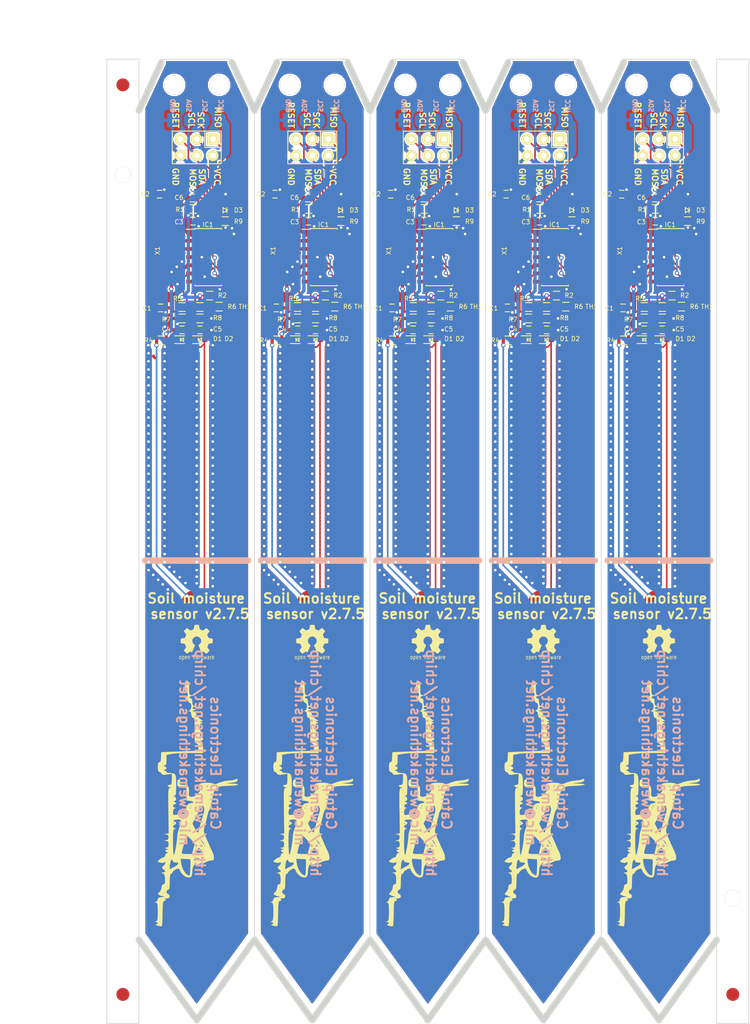
<source format=kicad_pcb>
(kicad_pcb (version 20160815) (host pcbnew no-vcs-found-7440~57~ubuntu14.04.1)
  (layers (0 F.Cu signal) (31 B.Cu signal) (34 B.Paste user) (35 F.Paste user) (36 B.SilkS user) (37 F.SilkS user) (38 B.Mask user) (39 F.Mask user) (44 Edge.Cuts user))
  (net 0 "")
  (net 1 "Net-(C1-Pad1)")
  (net 2 GND)
  (net 3 "Net-(C2-Pad1)")
  (net 4 VCC)
  (net 5 /SENSE_LOW)
  (net 6 /SENSOR_TRACK)
  (net 7 /THERMISTOR)
  (net 8 /RESET)
  (net 9 /EXCITATION)
  (net 10 "Net-(D3-Pad2)")
  (net 11 "Net-(D3-Pad1)")
  (net 12 /SCK/SCL)
  (net 13 /MOSI/SDA)
  (net 14 /MISO/SENSE_HIGH)
  (net 15 "Net-(IC1-Pad11)")
  (net 16 "Net-(IC1-Pad12)")
  (module w_pin_strip:pin_socket_4 (layer B.Cu) (at 94 31.5)
    (fp_text reference PIN_SOCKET_4 hide)
    (fp_text value Val** hide)
    (pad 4 smd oval (at 3.81 0) (size 1.524 2.19964) (layers B.Cu B.Paste B.Mask) (net 4 VCC))
    (pad 3 smd oval (at 1.27 0) (size 1.524 2.19964) (layers B.Cu B.Paste B.Mask) (net 12 /SCK/SCL))
    (pad 2 smd oval (at -1.27 0) (size 1.524 2.19964) (layers B.Cu B.Paste B.Mask) (net 13 /MOSI/SDA))
    (pad 1 smd rect (at -3.81 0) (size 1.524 2.19964) (layers B.Cu B.Paste B.Mask) (net 2 GND))
  )
  (module w_pin_strip:pin_socket_4 (layer B.Cu) (at 112 31.5)
    (fp_text reference PIN_SOCKET_4 hide)
    (fp_text value Val** hide)
    (pad 1 smd rect (at -3.81 0) (size 1.524 2.19964) (layers B.Cu B.Paste B.Mask) (net 2 GND))
    (pad 2 smd oval (at -1.27 0) (size 1.524 2.19964) (layers B.Cu B.Paste B.Mask) (net 13 /MOSI/SDA))
    (pad 3 smd oval (at 1.27 0) (size 1.524 2.19964) (layers B.Cu B.Paste B.Mask) (net 12 /SCK/SCL))
    (pad 4 smd oval (at 3.81 0) (size 1.524 2.19964) (layers B.Cu B.Paste B.Mask) (net 4 VCC))
  )
  (module w_pin_strip:pin_socket_4 (layer B.Cu) (at 130 31.5)
    (fp_text reference PIN_SOCKET_4 hide)
    (fp_text value Val** hide)
    (pad 4 smd oval (at 3.81 0) (size 1.524 2.19964) (layers B.Cu B.Paste B.Mask) (net 4 VCC))
    (pad 3 smd oval (at 1.27 0) (size 1.524 2.19964) (layers B.Cu B.Paste B.Mask) (net 12 /SCK/SCL))
    (pad 2 smd oval (at -1.27 0) (size 1.524 2.19964) (layers B.Cu B.Paste B.Mask) (net 13 /MOSI/SDA))
    (pad 1 smd rect (at -3.81 0) (size 1.524 2.19964) (layers B.Cu B.Paste B.Mask) (net 2 GND))
  )
  (module w_pin_strip:pin_socket_4 (layer B.Cu) (at 148 31.5)
    (fp_text reference PIN_SOCKET_4 hide)
    (fp_text value Val** hide)
    (pad 1 smd rect (at -3.81 0) (size 1.524 2.19964) (layers B.Cu B.Paste B.Mask) (net 2 GND))
    (pad 2 smd oval (at -1.27 0) (size 1.524 2.19964) (layers B.Cu B.Paste B.Mask) (net 13 /MOSI/SDA))
    (pad 3 smd oval (at 1.27 0) (size 1.524 2.19964) (layers B.Cu B.Paste B.Mask) (net 12 /SCK/SCL))
    (pad 4 smd oval (at 3.81 0) (size 1.524 2.19964) (layers B.Cu B.Paste B.Mask) (net 4 VCC))
  )
  (module w_pin_strip:pin_socket_4 (layer B.Cu) (at 166 31.5)
    (fp_text reference PIN_SOCKET_4 hide)
    (fp_text value Val** hide)
    (pad 4 smd oval (at 3.81 0) (size 1.524 2.19964) (layers B.Cu B.Paste B.Mask) (net 4 VCC))
    (pad 3 smd oval (at 1.27 0) (size 1.524 2.19964) (layers B.Cu B.Paste B.Mask) (net 12 /SCK/SCL))
    (pad 2 smd oval (at -1.27 0) (size 1.524 2.19964) (layers B.Cu B.Paste B.Mask) (net 13 /MOSI/SDA))
    (pad 1 smd rect (at -3.81 0) (size 1.524 2.19964) (layers B.Cu B.Paste B.Mask) (net 2 GND))
  )
  (module SMD_Packages:SOD-523 (layer F.Cu) (at 91.71 65.642 180)
    (fp_text reference D1 (at -5.54 0.142 180) (layer F.SilkS) (effects (font (size 0.7 0.7) (thickness 0.11))))
    (fp_text value BAT54)
    (pad 2 smd rect (at 0.75 0 180) (size 0.8 0.75) (layers F.Cu F.Paste F.Mask) (net 6 /SENSOR_TRACK))
    (pad 1 smd rect (at -0.75 0 180) (size 0.8 0.75) (layers F.Cu F.Paste F.Mask) (net 5 /SENSE_LOW))
  )
  (module SMD_Packages:SOD-523 (layer F.Cu) (at 94.504 65.642 180)
    (fp_text reference D2 (at -4.496 0.142 180) (layer F.SilkS) (effects (font (size 0.7 0.7) (thickness 0.11))))
    (fp_text value BAT54)
    (pad 2 smd rect (at 0.75 0 180) (size 0.8 0.75) (layers F.Cu F.Paste F.Mask) (net 14 /MISO/SENSE_HIGH))
    (pad 1 smd rect (at -0.75 0 180) (size 0.8 0.75) (layers F.Cu F.Paste F.Mask) (net 6 /SENSOR_TRACK))
  )
  (module Fiducials:Fiducial_Modern_CopperTop (layer F.Cu) (at 177.5 167.5)
    (fp_text reference REF** hide)
    (fp_text value Fiducial_Modern_CopperTop)
    (pad ~ smd circle (at 0 0) (size 2 2) (layers F.Cu F.Mask) (clearance 1))
  )
  (module Fiducials:Fiducial_Modern_CopperTop (layer F.Cu) (at 82.5 167.5)
    (fp_text reference REF** hide)
    (fp_text value Fiducial_Modern_CopperTop)
    (pad ~ smd circle (at 0 0) (size 2 2) (layers F.Cu F.Mask) (clearance 1))
  )
  (module Fiducials:Fiducial_Modern_CopperTop (layer F.Cu) (at 82.5 26)
    (fp_text reference REF** hide)
    (fp_text value Fiducial_Modern_CopperTop)
    (pad ~ smd circle (at 0 0) (size 2 2) (layers F.Cu F.Mask) (clearance 1))
  )
  (module Mounting_Holes:MountingHole_2-5mm (layer F.Cu) (at 177.5 152.5)
    (fp_text reference REF** hide)
    (fp_text value MountingHole_2-5mm)
    (pad 1 thru_hole circle (at 0 0) (size 2.5 2.5) (drill 2.5) (layers))
  )
  (module Mounting_Holes:MountingHole_2-5mm (layer F.Cu) (at 82.5 40)
    (fp_text reference REF** hide)
    (fp_text value MountingHole_2-5mm)
    (pad 1 thru_hole circle (at 0 0) (size 2.5 2.5) (drill 2.5) (layers))
  )
  (module Fiducials:Fiducial_Modern_CopperTop (layer F.Cu) (at 177.5 167.5)
    (fp_text reference REF** hide)
    (fp_text value Fiducial_Modern_CopperTop)
    (pad ~ smd circle (at 0 0) (size 2 2) (layers F.Cu F.Mask) (clearance 1))
  )
  (module Fiducials:Fiducial_Modern_CopperTop (layer F.Cu) (at 82.5 167.5)
    (fp_text reference REF** hide)
    (fp_text value Fiducial_Modern_CopperTop)
    (pad ~ smd circle (at 0 0) (size 2 2) (layers F.Cu F.Mask) (clearance 1))
  )
  (module Fiducials:Fiducial_Modern_CopperTop (layer F.Cu) (at 82.5 26)
    (fp_text reference REF** hide)
    (fp_text value Fiducial_Modern_CopperTop)
    (pad ~ smd circle (at 0 0) (size 2 2) (layers F.Cu F.Mask) (clearance 1))
  )
  (module Mounting_Holes:MountingHole_2-5mm (layer F.Cu) (at 177.5 152.5)
    (fp_text reference REF** hide)
    (fp_text value MountingHole_2-5mm)
    (pad 1 thru_hole circle (at 0 0) (size 2.5 2.5) (drill 2.5) (layers))
  )
  (module Mounting_Holes:MountingHole_2-5mm (layer F.Cu) (at 82.5 40)
    (fp_text reference REF** hide)
    (fp_text value MountingHole_2-5mm)
    (pad 1 thru_hole circle (at 0 0) (size 2.5 2.5) (drill 2.5) (layers))
  )
  (module LEDs:LED-0603 (layer F.Cu) (at 98.4 45.5 270)
    (fp_text reference D3 (at 0 -2.1) (layer F.SilkS) (effects (font (size 0.7 0.7) (thickness 0.11))))
    (fp_text value LED)
    (pad 2 smd rect (at 0 -0.825 270) (size 0.8 0.8) (layers F.Cu F.Paste F.Mask) (net 10 "Net-(D3-Pad2)"))
    (pad 1 smd rect (at 0 0.825 270) (size 0.8 0.8) (layers F.Cu F.Paste F.Mask) (net 11 "Net-(D3-Pad1)"))
  )
  (module Crystals:Crystal_HC49-SD_SMD (layer F.Cu) (at 88 52 90)
    (fp_text reference X1 (at 0.2 -0.1 90) (layer F.SilkS) (effects (font (size 0.7 0.7) (thickness 0.11))))
    (fp_text value 16MHz hide)
    (pad 2 smd rect (at 4.25 0 90) (size 5.5 1.5) (layers F.Cu F.Paste F.Mask) (net 3 "Net-(C2-Pad1)"))
    (pad 1 smd rect (at -4.25 0 90) (size 5.5 1.5) (layers F.Cu F.Paste F.Mask) (net 1 "Net-(C1-Pad1)"))
  )
  (module Pin_Headers:Pin_Header_Straight_2x03 (layer F.Cu) (at 94 35.73 180)
    (fp_text reference P1 hide)
    (fp_text value CONN_02X03 hide)
    (pad 6 thru_hole circle (at 2.54 -1.27 180) (size 1.7272 1.7272) (drill 0.9) (layers *.Cu *.Mask F.SilkS) (net 2 GND))
    (pad 5 thru_hole circle (at 2.54 1.27 180) (size 1.7272 1.7272) (drill 0.9) (layers *.Cu *.Mask F.SilkS) (net 8 /RESET))
    (pad 4 thru_hole circle (at 0 -1.27 180) (size 1.7272 1.7272) (drill 0.9) (layers *.Cu *.Mask F.SilkS) (net 13 /MOSI/SDA))
    (pad 3 thru_hole circle (at 0 1.27 180) (size 1.7272 1.7272) (drill 0.9) (layers *.Cu *.Mask F.SilkS) (net 12 /SCK/SCL))
    (pad 2 thru_hole circle (at -2.54 -1.27 180) (size 1.7272 1.7272) (drill 0.9) (layers *.Cu *.Mask F.SilkS) (net 4 VCC))
    (pad 1 thru_hole rect (at -2.54 1.27 180) (size 1.7272 1.7272) (drill 0.9) (layers *.Cu *.Mask F.SilkS) (net 14 /MISO/SENSE_HIGH))
  )
  (module Capacitors_SMD:C_0603 (layer F.Cu) (at 88.4 60.7)
    (fp_text reference C1 (at -2.15 0.05) (layer F.SilkS) (effects (font (size 0.7 0.7) (thickness 0.11))))
    (fp_text value 18p)
    (pad 2 smd rect (at 0.75 0) (size 0.8 0.75) (layers F.Cu F.Paste F.Mask) (net 2 GND))
    (pad 1 smd rect (at -0.75 0) (size 0.8 0.75) (layers F.Cu F.Paste F.Mask) (net 1 "Net-(C1-Pad1)"))
  )
  (module Capacitors_SMD:C_0603 (layer F.Cu) (at 88.2 43)
    (fp_text reference C2 (at -2.2 0) (layer F.SilkS) (effects (font (size 0.7 0.7) (thickness 0.11))))
    (fp_text value 18p)
    (pad 2 smd rect (at 0.75 0) (size 0.8 0.75) (layers F.Cu F.Paste F.Mask) (net 2 GND))
    (pad 1 smd rect (at -0.75 0) (size 0.8 0.75) (layers F.Cu F.Paste F.Mask) (net 3 "Net-(C2-Pad1)"))
  )
  (module Capacitors_SMD:C_0603 (layer F.Cu) (at 93.4 47.2)
    (fp_text reference C3 (at -2.15 0.126) (layer F.SilkS) (effects (font (size 0.7 0.7) (thickness 0.11))))
    (fp_text value 1u)
    (pad 2 smd rect (at 0.75 0) (size 0.8 0.75) (layers F.Cu F.Paste F.Mask) (net 2 GND))
    (pad 1 smd rect (at -0.75 0) (size 0.8 0.75) (layers F.Cu F.Paste F.Mask) (net 4 VCC))
  )
  (module Capacitors_SMD:C_0603 (layer F.Cu) (at 91.71 64.118 180)
    (fp_text reference C4 (at 2.46 0.118 180) (layer F.SilkS) (effects (font (size 0.7 0.7) (thickness 0.11))))
    (fp_text value 1n)
    (pad 2 smd rect (at 0.75 0 180) (size 0.8 0.75) (layers F.Cu F.Paste F.Mask) (net 2 GND))
    (pad 1 smd rect (at -0.75 0 180) (size 0.8 0.75) (layers F.Cu F.Paste F.Mask) (net 5 /SENSE_LOW))
  )
  (module Capacitors_SMD:C_0603 (layer F.Cu) (at 94.504 64.118)
    (fp_text reference C5 (at 2.746 -0.118) (layer F.SilkS) (effects (font (size 0.7 0.7) (thickness 0.11))))
    (fp_text value 1n)
    (pad 2 smd rect (at 0.75 0) (size 0.8 0.75) (layers F.Cu F.Paste F.Mask) (net 2 GND))
    (pad 1 smd rect (at -0.75 0) (size 0.8 0.75) (layers F.Cu F.Paste F.Mask) (net 14 /MISO/SENSE_HIGH))
  )
  (module Capacitors_SMD:C_0603 (layer F.Cu) (at 93.3 43.6 180)
    (fp_text reference C6 (at 2.05 0.068 180) (layer F.SilkS) (effects (font (size 0.7 0.7) (thickness 0.11))))
    (fp_text value 1u)
    (pad 2 smd rect (at 0.75 0 180) (size 0.8 0.75) (layers F.Cu F.Paste F.Mask) (net 2 GND))
    (pad 1 smd rect (at -0.75 0 180) (size 0.8 0.75) (layers F.Cu F.Paste F.Mask) (net 8 /RESET))
  )
  (module Resistors_SMD:R_0603 (layer F.Cu) (at 93.45 45.3 180)
    (fp_text reference R1 (at 2.05 -0.1 180) (layer F.SilkS) (effects (font (size 0.7 0.7) (thickness 0.11))))
    (fp_text value 10k)
    (pad 2 smd rect (at 0.75 0 180) (size 0.5 0.9) (layers F.Cu F.Paste F.Mask) (net 4 VCC))
    (pad 1 smd rect (at -0.75 0 180) (size 0.5 0.9) (layers F.Cu F.Paste F.Mask) (net 8 /RESET))
  )
  (module Resistors_SMD:R_0603 (layer F.Cu) (at 96.028 58.784)
    (fp_text reference R2 (at 1.972 -0.034) (layer F.SilkS) (effects (font (size 0.7 0.7) (thickness 0.11))))
    (fp_text value "10k 0.1%")
    (pad 2 smd rect (at 0.75 0) (size 0.5 0.9) (layers F.Cu F.Paste F.Mask) (net 7 /THERMISTOR))
    (pad 1 smd rect (at -0.75 0) (size 0.5 0.9) (layers F.Cu F.Paste F.Mask) (net 4 VCC))
  )
  (module Resistors_SMD:R_0603 (layer F.Cu) (at 88.5 65.75)
    (fp_text reference R4 (at -2 0) (layer F.SilkS) (effects (font (size 0.7 0.7) (thickness 0.11))))
    (fp_text value 330)
    (pad 2 smd rect (at 0.75 0) (size 0.5 0.9) (layers F.Cu F.Paste F.Mask) (net 9 /EXCITATION))
    (pad 1 smd rect (at -0.75 0) (size 0.5 0.9) (layers F.Cu F.Paste F.Mask) (net 6 /SENSOR_TRACK))
  )
  (module Resistors_SMD:R_0603 (layer F.Cu) (at 91.71 60.562 180)
    (fp_text reference R5 (at 0.71 1.312 180) (layer F.SilkS) (effects (font (size 0.7 0.7) (thickness 0.11))))
    (fp_text value 1M)
    (pad 2 smd rect (at 0.75 0 180) (size 0.5 0.9) (layers F.Cu F.Paste F.Mask) (net 4 VCC))
    (pad 1 smd rect (at -0.75 0 180) (size 0.5 0.9) (layers F.Cu F.Paste F.Mask) (net 5 /SENSE_LOW))
  )
  (module Resistors_SMD:R_0603 (layer F.Cu) (at 94.504 60.562)
    (fp_text reference R6 (at 4.996 -0.062) (layer F.SilkS) (effects (font (size 0.7 0.7) (thickness 0.11))))
    (fp_text value 1M)
    (pad 2 smd rect (at 0.75 0) (size 0.5 0.9) (layers F.Cu F.Paste F.Mask) (net 4 VCC))
    (pad 1 smd rect (at -0.75 0) (size 0.5 0.9) (layers F.Cu F.Paste F.Mask) (net 14 /MISO/SENSE_HIGH))
  )
  (module Resistors_SMD:R_0603 (layer F.Cu) (at 91.71 62.34)
    (fp_text reference R7 (at -2.46 0.16) (layer F.SilkS) (effects (font (size 0.7 0.7) (thickness 0.11))))
    (fp_text value 1M)
    (pad 2 smd rect (at 0.75 0) (size 0.5 0.9) (layers F.Cu F.Paste F.Mask) (net 5 /SENSE_LOW))
    (pad 1 smd rect (at -0.75 0) (size 0.5 0.9) (layers F.Cu F.Paste F.Mask) (net 2 GND))
  )
  (module Resistors_SMD:R_0603 (layer F.Cu) (at 94.504 62.34 180)
    (fp_text reference R8 (at -2.746 0.09 180) (layer F.SilkS) (effects (font (size 0.7 0.7) (thickness 0.11))))
    (fp_text value 1M)
    (pad 2 smd rect (at 0.75 0 180) (size 0.5 0.9) (layers F.Cu F.Paste F.Mask) (net 14 /MISO/SENSE_HIGH))
    (pad 1 smd rect (at -0.75 0 180) (size 0.5 0.9) (layers F.Cu F.Paste F.Mask) (net 2 GND))
  )
  (module Resistors_SMD:R_0603 (layer F.Cu) (at 98.45 47.2 180)
    (fp_text reference R9 (at -2.05 -0.05 180) (layer F.SilkS) (effects (font (size 0.7 0.7) (thickness 0.11))))
    (fp_text value 330)
    (pad 2 smd rect (at 0.75 0 180) (size 0.5 0.9) (layers F.Cu F.Paste F.Mask) (net 16 "Net-(IC1-Pad12)"))
    (pad 1 smd rect (at -0.75 0 180) (size 0.5 0.9) (layers F.Cu F.Paste F.Mask) (net 10 "Net-(D3-Pad2)"))
  )
  (module Resistors_SMD:R_0603 (layer F.Cu) (at 97.5 60.5)
    (fp_text reference TH1 (at 4 0) (layer F.SilkS) (effects (font (size 0.7 0.7) (thickness 0.11))))
    (fp_text value NCP18XH103F03RB)
    (pad 2 smd rect (at 0.75 0) (size 0.5 0.9) (layers F.Cu F.Paste F.Mask) (net 2 GND))
    (pad 1 smd rect (at -0.75 0) (size 0.5 0.9) (layers F.Cu F.Paste F.Mask) (net 7 /THERMISTOR))
  )
  (module Mounting_Holes:MountingHole_3mm (layer F.Cu) (at 90.5 26)
    (fp_text reference REF** hide)
    (fp_text value MountingHole_3mm)
    (pad 1 thru_hole circle (at 0 0) (size 2.99974 2.99974) (drill 2.99974) (layers))
  )
  (module Mounting_Holes:MountingHole_3mm (layer F.Cu) (at 97.5 26)
    (fp_text reference REF** hide)
    (fp_text value MountingHole_3mm)
    (pad 1 thru_hole circle (at 0 0) (size 2.99974 2.99974) (drill 2.99974) (layers))
  )
  (module w_logo:Logo_silk_OSHW_6x6mm (layer F.Cu) (at 94 112.25)
    (fp_text reference G*** hide)
    (fp_text value LOGO hide)
  )
  (module Housings_SOIC:SOIC-14_3.9x8.7mm_Pitch1.27mm (layer F.Cu) (at 95.8 52.8)
    (fp_text reference IC1 (at -0.05 -5.05) (layer F.SilkS) (effects (font (size 0.7 0.7) (thickness 0.11))))
    (fp_text value ATTINY441-SSU)
    (pad 14 smd rect (at 2.7 -3.81) (size 1.5 0.6) (layers F.Cu F.Paste F.Mask) (net 2 GND))
    (pad 13 smd rect (at 2.7 -2.54) (size 1.5 0.6) (layers F.Cu F.Paste F.Mask) (net 11 "Net-(D3-Pad1)"))
    (pad 12 smd rect (at 2.7 -1.27) (size 1.5 0.6) (layers F.Cu F.Paste F.Mask) (net 16 "Net-(IC1-Pad12)"))
    (pad 11 smd rect (at 2.7 0) (size 1.5 0.6) (layers F.Cu F.Paste F.Mask) (net 15 "Net-(IC1-Pad11)"))
    (pad 10 smd rect (at 2.7 1.27) (size 1.5 0.6) (layers F.Cu F.Paste F.Mask) (net 7 /THERMISTOR))
    (pad 9 smd rect (at 2.7 2.54) (size 1.5 0.6) (layers F.Cu F.Paste F.Mask) (net 12 /SCK/SCL))
    (pad 8 smd rect (at 2.7 3.81) (size 1.5 0.6) (layers F.Cu F.Paste F.Mask) (net 14 /MISO/SENSE_HIGH))
    (pad 7 smd rect (at -2.7 3.81) (size 1.5 0.6) (layers F.Cu F.Paste F.Mask) (net 13 /MOSI/SDA))
    (pad 6 smd rect (at -2.7 2.54) (size 1.5 0.6) (layers F.Cu F.Paste F.Mask) (net 5 /SENSE_LOW))
    (pad 5 smd rect (at -2.7 1.27) (size 1.5 0.6) (layers F.Cu F.Paste F.Mask) (net 9 /EXCITATION))
    (pad 4 smd rect (at -2.7 0) (size 1.5 0.6) (layers F.Cu F.Paste F.Mask) (net 8 /RESET))
    (pad 3 smd rect (at -2.7 -1.27) (size 1.5 0.6) (layers F.Cu F.Paste F.Mask) (net 1 "Net-(C1-Pad1)"))
    (pad 2 smd rect (at -2.7 -2.54) (size 1.5 0.6) (layers F.Cu F.Paste F.Mask) (net 3 "Net-(C2-Pad1)"))
    (pad 1 smd rect (at -2.7 -3.81) (size 1.5 0.6) (layers F.Cu F.Paste F.Mask) (net 4 VCC))
  )
  (module chirp_logo:ziogas (layer B.Cu) (at 94 137.756818 270)
    (fp_text reference G*** hide)
    (fp_text value LOGO hide)
  )
  (module LEDs:LED-0603 (layer F.Cu) (at 116.4 45.5 270)
    (fp_text reference D3 (at 0 -2.1) (layer F.SilkS) (effects (font (size 0.7 0.7) (thickness 0.11))))
    (fp_text value LED)
    (pad 2 smd rect (at 0 -0.825 270) (size 0.8 0.8) (layers F.Cu F.Paste F.Mask) (net 10 "Net-(D3-Pad2)"))
    (pad 1 smd rect (at 0 0.825 270) (size 0.8 0.8) (layers F.Cu F.Paste F.Mask) (net 11 "Net-(D3-Pad1)"))
  )
  (module Crystals:Crystal_HC49-SD_SMD (layer F.Cu) (at 106 52 90)
    (fp_text reference X1 (at 0.2 -0.1 90) (layer F.SilkS) (effects (font (size 0.7 0.7) (thickness 0.11))))
    (fp_text value 16MHz hide)
    (pad 2 smd rect (at 4.25 0 90) (size 5.5 1.5) (layers F.Cu F.Paste F.Mask) (net 3 "Net-(C2-Pad1)"))
    (pad 1 smd rect (at -4.25 0 90) (size 5.5 1.5) (layers F.Cu F.Paste F.Mask) (net 1 "Net-(C1-Pad1)"))
  )
  (module SMD_Packages:SOD-523 (layer F.Cu) (at 112.504 65.642 180)
    (fp_text reference D2 (at -4.496 0.142 180) (layer F.SilkS) (effects (font (size 0.7 0.7) (thickness 0.11))))
    (fp_text value BAT54)
    (pad 2 smd rect (at 0.75 0 180) (size 0.8 0.75) (layers F.Cu F.Paste F.Mask) (net 14 /MISO/SENSE_HIGH))
    (pad 1 smd rect (at -0.75 0 180) (size 0.8 0.75) (layers F.Cu F.Paste F.Mask) (net 6 /SENSOR_TRACK))
  )
  (module SMD_Packages:SOD-523 (layer F.Cu) (at 109.71 65.642 180)
    (fp_text reference D1 (at -5.54 0.142 180) (layer F.SilkS) (effects (font (size 0.7 0.7) (thickness 0.11))))
    (fp_text value BAT54)
    (pad 2 smd rect (at 0.75 0 180) (size 0.8 0.75) (layers F.Cu F.Paste F.Mask) (net 6 /SENSOR_TRACK))
    (pad 1 smd rect (at -0.75 0 180) (size 0.8 0.75) (layers F.Cu F.Paste F.Mask) (net 5 /SENSE_LOW))
  )
  (module Pin_Headers:Pin_Header_Straight_2x03 (layer F.Cu) (at 112 35.73 180)
    (fp_text reference P1 hide)
    (fp_text value CONN_02X03 hide)
    (pad 6 thru_hole circle (at 2.54 -1.27 180) (size 1.7272 1.7272) (drill 0.9) (layers *.Cu *.Mask F.SilkS) (net 2 GND))
    (pad 5 thru_hole circle (at 2.54 1.27 180) (size 1.7272 1.7272) (drill 0.9) (layers *.Cu *.Mask F.SilkS) (net 8 /RESET))
    (pad 4 thru_hole circle (at 0 -1.27 180) (size 1.7272 1.7272) (drill 0.9) (layers *.Cu *.Mask F.SilkS) (net 13 /MOSI/SDA))
    (pad 3 thru_hole circle (at 0 1.27 180) (size 1.7272 1.7272) (drill 0.9) (layers *.Cu *.Mask F.SilkS) (net 12 /SCK/SCL))
    (pad 2 thru_hole circle (at -2.54 -1.27 180) (size 1.7272 1.7272) (drill 0.9) (layers *.Cu *.Mask F.SilkS) (net 4 VCC))
    (pad 1 thru_hole rect (at -2.54 1.27 180) (size 1.7272 1.7272) (drill 0.9) (layers *.Cu *.Mask F.SilkS) (net 14 /MISO/SENSE_HIGH))
  )
  (module Capacitors_SMD:C_0603 (layer F.Cu) (at 106.4 60.7)
    (fp_text reference C1 (at -2.15 0.05) (layer F.SilkS) (effects (font (size 0.7 0.7) (thickness 0.11))))
    (fp_text value 18p)
    (pad 2 smd rect (at 0.75 0) (size 0.8 0.75) (layers F.Cu F.Paste F.Mask) (net 2 GND))
    (pad 1 smd rect (at -0.75 0) (size 0.8 0.75) (layers F.Cu F.Paste F.Mask) (net 1 "Net-(C1-Pad1)"))
  )
  (module Capacitors_SMD:C_0603 (layer F.Cu) (at 106.2 43)
    (fp_text reference C2 (at -2.2 0) (layer F.SilkS) (effects (font (size 0.7 0.7) (thickness 0.11))))
    (fp_text value 18p)
    (pad 2 smd rect (at 0.75 0) (size 0.8 0.75) (layers F.Cu F.Paste F.Mask) (net 2 GND))
    (pad 1 smd rect (at -0.75 0) (size 0.8 0.75) (layers F.Cu F.Paste F.Mask) (net 3 "Net-(C2-Pad1)"))
  )
  (module Capacitors_SMD:C_0603 (layer F.Cu) (at 111.4 47.2)
    (fp_text reference C3 (at -2.15 0.126) (layer F.SilkS) (effects (font (size 0.7 0.7) (thickness 0.11))))
    (fp_text value 1u)
    (pad 2 smd rect (at 0.75 0) (size 0.8 0.75) (layers F.Cu F.Paste F.Mask) (net 2 GND))
    (pad 1 smd rect (at -0.75 0) (size 0.8 0.75) (layers F.Cu F.Paste F.Mask) (net 4 VCC))
  )
  (module Capacitors_SMD:C_0603 (layer F.Cu) (at 109.71 64.118 180)
    (fp_text reference C4 (at 2.46 0.118 180) (layer F.SilkS) (effects (font (size 0.7 0.7) (thickness 0.11))))
    (fp_text value 1n)
    (pad 2 smd rect (at 0.75 0 180) (size 0.8 0.75) (layers F.Cu F.Paste F.Mask) (net 2 GND))
    (pad 1 smd rect (at -0.75 0 180) (size 0.8 0.75) (layers F.Cu F.Paste F.Mask) (net 5 /SENSE_LOW))
  )
  (module Capacitors_SMD:C_0603 (layer F.Cu) (at 112.504 64.118)
    (fp_text reference C5 (at 2.746 -0.118) (layer F.SilkS) (effects (font (size 0.7 0.7) (thickness 0.11))))
    (fp_text value 1n)
    (pad 2 smd rect (at 0.75 0) (size 0.8 0.75) (layers F.Cu F.Paste F.Mask) (net 2 GND))
    (pad 1 smd rect (at -0.75 0) (size 0.8 0.75) (layers F.Cu F.Paste F.Mask) (net 14 /MISO/SENSE_HIGH))
  )
  (module Capacitors_SMD:C_0603 (layer F.Cu) (at 111.3 43.6 180)
    (fp_text reference C6 (at 2.05 0.068 180) (layer F.SilkS) (effects (font (size 0.7 0.7) (thickness 0.11))))
    (fp_text value 1u)
    (pad 2 smd rect (at 0.75 0 180) (size 0.8 0.75) (layers F.Cu F.Paste F.Mask) (net 2 GND))
    (pad 1 smd rect (at -0.75 0 180) (size 0.8 0.75) (layers F.Cu F.Paste F.Mask) (net 8 /RESET))
  )
  (module Resistors_SMD:R_0603 (layer F.Cu) (at 111.45 45.3 180)
    (fp_text reference R1 (at 2.05 -0.1 180) (layer F.SilkS) (effects (font (size 0.7 0.7) (thickness 0.11))))
    (fp_text value 10k)
    (pad 2 smd rect (at 0.75 0 180) (size 0.5 0.9) (layers F.Cu F.Paste F.Mask) (net 4 VCC))
    (pad 1 smd rect (at -0.75 0 180) (size 0.5 0.9) (layers F.Cu F.Paste F.Mask) (net 8 /RESET))
  )
  (module Resistors_SMD:R_0603 (layer F.Cu) (at 114.028 58.784)
    (fp_text reference R2 (at 1.972 -0.034) (layer F.SilkS) (effects (font (size 0.7 0.7) (thickness 0.11))))
    (fp_text value "10k 0.1%")
    (pad 2 smd rect (at 0.75 0) (size 0.5 0.9) (layers F.Cu F.Paste F.Mask) (net 7 /THERMISTOR))
    (pad 1 smd rect (at -0.75 0) (size 0.5 0.9) (layers F.Cu F.Paste F.Mask) (net 4 VCC))
  )
  (module Resistors_SMD:R_0603 (layer F.Cu) (at 106.5 65.75)
    (fp_text reference R4 (at -2 0) (layer F.SilkS) (effects (font (size 0.7 0.7) (thickness 0.11))))
    (fp_text value 330)
    (pad 2 smd rect (at 0.75 0) (size 0.5 0.9) (layers F.Cu F.Paste F.Mask) (net 9 /EXCITATION))
    (pad 1 smd rect (at -0.75 0) (size 0.5 0.9) (layers F.Cu F.Paste F.Mask) (net 6 /SENSOR_TRACK))
  )
  (module Resistors_SMD:R_0603 (layer F.Cu) (at 109.71 60.562 180)
    (fp_text reference R5 (at 0.71 1.312 180) (layer F.SilkS) (effects (font (size 0.7 0.7) (thickness 0.11))))
    (fp_text value 1M)
    (pad 2 smd rect (at 0.75 0 180) (size 0.5 0.9) (layers F.Cu F.Paste F.Mask) (net 4 VCC))
    (pad 1 smd rect (at -0.75 0 180) (size 0.5 0.9) (layers F.Cu F.Paste F.Mask) (net 5 /SENSE_LOW))
  )
  (module Resistors_SMD:R_0603 (layer F.Cu) (at 112.504 60.562)
    (fp_text reference R6 (at 4.996 -0.062) (layer F.SilkS) (effects (font (size 0.7 0.7) (thickness 0.11))))
    (fp_text value 1M)
    (pad 2 smd rect (at 0.75 0) (size 0.5 0.9) (layers F.Cu F.Paste F.Mask) (net 4 VCC))
    (pad 1 smd rect (at -0.75 0) (size 0.5 0.9) (layers F.Cu F.Paste F.Mask) (net 14 /MISO/SENSE_HIGH))
  )
  (module Resistors_SMD:R_0603 (layer F.Cu) (at 109.71 62.34)
    (fp_text reference R7 (at -2.46 0.16) (layer F.SilkS) (effects (font (size 0.7 0.7) (thickness 0.11))))
    (fp_text value 1M)
    (pad 2 smd rect (at 0.75 0) (size 0.5 0.9) (layers F.Cu F.Paste F.Mask) (net 5 /SENSE_LOW))
    (pad 1 smd rect (at -0.75 0) (size 0.5 0.9) (layers F.Cu F.Paste F.Mask) (net 2 GND))
  )
  (module Resistors_SMD:R_0603 (layer F.Cu) (at 112.504 62.34 180)
    (fp_text reference R8 (at -2.746 0.09 180) (layer F.SilkS) (effects (font (size 0.7 0.7) (thickness 0.11))))
    (fp_text value 1M)
    (pad 2 smd rect (at 0.75 0 180) (size 0.5 0.9) (layers F.Cu F.Paste F.Mask) (net 14 /MISO/SENSE_HIGH))
    (pad 1 smd rect (at -0.75 0 180) (size 0.5 0.9) (layers F.Cu F.Paste F.Mask) (net 2 GND))
  )
  (module Resistors_SMD:R_0603 (layer F.Cu) (at 116.45 47.2 180)
    (fp_text reference R9 (at -2.05 -0.05 180) (layer F.SilkS) (effects (font (size 0.7 0.7) (thickness 0.11))))
    (fp_text value 330)
    (pad 2 smd rect (at 0.75 0 180) (size 0.5 0.9) (layers F.Cu F.Paste F.Mask) (net 16 "Net-(IC1-Pad12)"))
    (pad 1 smd rect (at -0.75 0 180) (size 0.5 0.9) (layers F.Cu F.Paste F.Mask) (net 10 "Net-(D3-Pad2)"))
  )
  (module Resistors_SMD:R_0603 (layer F.Cu) (at 115.5 60.5)
    (fp_text reference TH1 (at 4 0) (layer F.SilkS) (effects (font (size 0.7 0.7) (thickness 0.11))))
    (fp_text value NCP18XH103F03RB)
    (pad 2 smd rect (at 0.75 0) (size 0.5 0.9) (layers F.Cu F.Paste F.Mask) (net 2 GND))
    (pad 1 smd rect (at -0.75 0) (size 0.5 0.9) (layers F.Cu F.Paste F.Mask) (net 7 /THERMISTOR))
  )
  (module Mounting_Holes:MountingHole_3mm (layer F.Cu) (at 108.5 26)
    (fp_text reference REF** hide)
    (fp_text value MountingHole_3mm)
    (pad 1 thru_hole circle (at 0 0) (size 2.99974 2.99974) (drill 2.99974) (layers))
  )
  (module Mounting_Holes:MountingHole_3mm (layer F.Cu) (at 115.5 26)
    (fp_text reference REF** hide)
    (fp_text value MountingHole_3mm)
    (pad 1 thru_hole circle (at 0 0) (size 2.99974 2.99974) (drill 2.99974) (layers))
  )
  (module w_logo:Logo_silk_OSHW_6x6mm (layer F.Cu) (at 112 112.25)
    (fp_text reference G*** hide)
    (fp_text value LOGO hide)
  )
  (module Housings_SOIC:SOIC-14_3.9x8.7mm_Pitch1.27mm (layer F.Cu) (at 113.8 52.8)
    (fp_text reference IC1 (at -0.05 -5.05) (layer F.SilkS) (effects (font (size 0.7 0.7) (thickness 0.11))))
    (fp_text value ATTINY441-SSU)
    (pad 14 smd rect (at 2.7 -3.81) (size 1.5 0.6) (layers F.Cu F.Paste F.Mask) (net 2 GND))
    (pad 13 smd rect (at 2.7 -2.54) (size 1.5 0.6) (layers F.Cu F.Paste F.Mask) (net 11 "Net-(D3-Pad1)"))
    (pad 12 smd rect (at 2.7 -1.27) (size 1.5 0.6) (layers F.Cu F.Paste F.Mask) (net 16 "Net-(IC1-Pad12)"))
    (pad 11 smd rect (at 2.7 0) (size 1.5 0.6) (layers F.Cu F.Paste F.Mask) (net 15 "Net-(IC1-Pad11)"))
    (pad 10 smd rect (at 2.7 1.27) (size 1.5 0.6) (layers F.Cu F.Paste F.Mask) (net 7 /THERMISTOR))
    (pad 9 smd rect (at 2.7 2.54) (size 1.5 0.6) (layers F.Cu F.Paste F.Mask) (net 12 /SCK/SCL))
    (pad 8 smd rect (at 2.7 3.81) (size 1.5 0.6) (layers F.Cu F.Paste F.Mask) (net 14 /MISO/SENSE_HIGH))
    (pad 7 smd rect (at -2.7 3.81) (size 1.5 0.6) (layers F.Cu F.Paste F.Mask) (net 13 /MOSI/SDA))
    (pad 6 smd rect (at -2.7 2.54) (size 1.5 0.6) (layers F.Cu F.Paste F.Mask) (net 5 /SENSE_LOW))
    (pad 5 smd rect (at -2.7 1.27) (size 1.5 0.6) (layers F.Cu F.Paste F.Mask) (net 9 /EXCITATION))
    (pad 4 smd rect (at -2.7 0) (size 1.5 0.6) (layers F.Cu F.Paste F.Mask) (net 8 /RESET))
    (pad 3 smd rect (at -2.7 -1.27) (size 1.5 0.6) (layers F.Cu F.Paste F.Mask) (net 1 "Net-(C1-Pad1)"))
    (pad 2 smd rect (at -2.7 -2.54) (size 1.5 0.6) (layers F.Cu F.Paste F.Mask) (net 3 "Net-(C2-Pad1)"))
    (pad 1 smd rect (at -2.7 -3.81) (size 1.5 0.6) (layers F.Cu F.Paste F.Mask) (net 4 VCC))
  )
  (module chirp_logo:ziogas (layer B.Cu) (at 112 137.756818 270)
    (fp_text reference G*** hide)
    (fp_text value LOGO hide)
  )
  (module LEDs:LED-0603 (layer F.Cu) (at 134.4 45.5 270)
    (fp_text reference D3 (at 0 -2.1) (layer F.SilkS) (effects (font (size 0.7 0.7) (thickness 0.11))))
    (fp_text value LED)
    (pad 2 smd rect (at 0 -0.825 270) (size 0.8 0.8) (layers F.Cu F.Paste F.Mask) (net 10 "Net-(D3-Pad2)"))
    (pad 1 smd rect (at 0 0.825 270) (size 0.8 0.8) (layers F.Cu F.Paste F.Mask) (net 11 "Net-(D3-Pad1)"))
  )
  (module Crystals:Crystal_HC49-SD_SMD (layer F.Cu) (at 124 52 90)
    (fp_text reference X1 (at 0.2 -0.1 90) (layer F.SilkS) (effects (font (size 0.7 0.7) (thickness 0.11))))
    (fp_text value 16MHz hide)
    (pad 2 smd rect (at 4.25 0 90) (size 5.5 1.5) (layers F.Cu F.Paste F.Mask) (net 3 "Net-(C2-Pad1)"))
    (pad 1 smd rect (at -4.25 0 90) (size 5.5 1.5) (layers F.Cu F.Paste F.Mask) (net 1 "Net-(C1-Pad1)"))
  )
  (module SMD_Packages:SOD-523 (layer F.Cu) (at 130.504 65.642 180)
    (fp_text reference D2 (at -4.496 0.142 180) (layer F.SilkS) (effects (font (size 0.7 0.7) (thickness 0.11))))
    (fp_text value BAT54)
    (pad 2 smd rect (at 0.75 0 180) (size 0.8 0.75) (layers F.Cu F.Paste F.Mask) (net 14 /MISO/SENSE_HIGH))
    (pad 1 smd rect (at -0.75 0 180) (size 0.8 0.75) (layers F.Cu F.Paste F.Mask) (net 6 /SENSOR_TRACK))
  )
  (module SMD_Packages:SOD-523 (layer F.Cu) (at 127.71 65.642 180)
    (fp_text reference D1 (at -5.54 0.142 180) (layer F.SilkS) (effects (font (size 0.7 0.7) (thickness 0.11))))
    (fp_text value BAT54)
    (pad 2 smd rect (at 0.75 0 180) (size 0.8 0.75) (layers F.Cu F.Paste F.Mask) (net 6 /SENSOR_TRACK))
    (pad 1 smd rect (at -0.75 0 180) (size 0.8 0.75) (layers F.Cu F.Paste F.Mask) (net 5 /SENSE_LOW))
  )
  (module Pin_Headers:Pin_Header_Straight_2x03 (layer F.Cu) (at 130 35.73 180)
    (fp_text reference P1 hide)
    (fp_text value CONN_02X03 hide)
    (pad 6 thru_hole circle (at 2.54 -1.27 180) (size 1.7272 1.7272) (drill 0.9) (layers *.Cu *.Mask F.SilkS) (net 2 GND))
    (pad 5 thru_hole circle (at 2.54 1.27 180) (size 1.7272 1.7272) (drill 0.9) (layers *.Cu *.Mask F.SilkS) (net 8 /RESET))
    (pad 4 thru_hole circle (at 0 -1.27 180) (size 1.7272 1.7272) (drill 0.9) (layers *.Cu *.Mask F.SilkS) (net 13 /MOSI/SDA))
    (pad 3 thru_hole circle (at 0 1.27 180) (size 1.7272 1.7272) (drill 0.9) (layers *.Cu *.Mask F.SilkS) (net 12 /SCK/SCL))
    (pad 2 thru_hole circle (at -2.54 -1.27 180) (size 1.7272 1.7272) (drill 0.9) (layers *.Cu *.Mask F.SilkS) (net 4 VCC))
    (pad 1 thru_hole rect (at -2.54 1.27 180) (size 1.7272 1.7272) (drill 0.9) (layers *.Cu *.Mask F.SilkS) (net 14 /MISO/SENSE_HIGH))
  )
  (module Capacitors_SMD:C_0603 (layer F.Cu) (at 124.4 60.7)
    (fp_text reference C1 (at -2.15 0.05) (layer F.SilkS) (effects (font (size 0.7 0.7) (thickness 0.11))))
    (fp_text value 18p)
    (pad 2 smd rect (at 0.75 0) (size 0.8 0.75) (layers F.Cu F.Paste F.Mask) (net 2 GND))
    (pad 1 smd rect (at -0.75 0) (size 0.8 0.75) (layers F.Cu F.Paste F.Mask) (net 1 "Net-(C1-Pad1)"))
  )
  (module Capacitors_SMD:C_0603 (layer F.Cu) (at 124.2 43)
    (fp_text reference C2 (at -2.2 0) (layer F.SilkS) (effects (font (size 0.7 0.7) (thickness 0.11))))
    (fp_text value 18p)
    (pad 2 smd rect (at 0.75 0) (size 0.8 0.75) (layers F.Cu F.Paste F.Mask) (net 2 GND))
    (pad 1 smd rect (at -0.75 0) (size 0.8 0.75) (layers F.Cu F.Paste F.Mask) (net 3 "Net-(C2-Pad1)"))
  )
  (module Capacitors_SMD:C_0603 (layer F.Cu) (at 129.4 47.2)
    (fp_text reference C3 (at -2.15 0.126) (layer F.SilkS) (effects (font (size 0.7 0.7) (thickness 0.11))))
    (fp_text value 1u)
    (pad 2 smd rect (at 0.75 0) (size 0.8 0.75) (layers F.Cu F.Paste F.Mask) (net 2 GND))
    (pad 1 smd rect (at -0.75 0) (size 0.8 0.75) (layers F.Cu F.Paste F.Mask) (net 4 VCC))
  )
  (module Capacitors_SMD:C_0603 (layer F.Cu) (at 127.71 64.118 180)
    (fp_text reference C4 (at 2.46 0.118 180) (layer F.SilkS) (effects (font (size 0.7 0.7) (thickness 0.11))))
    (fp_text value 1n)
    (pad 2 smd rect (at 0.75 0 180) (size 0.8 0.75) (layers F.Cu F.Paste F.Mask) (net 2 GND))
    (pad 1 smd rect (at -0.75 0 180) (size 0.8 0.75) (layers F.Cu F.Paste F.Mask) (net 5 /SENSE_LOW))
  )
  (module Capacitors_SMD:C_0603 (layer F.Cu) (at 130.504 64.118)
    (fp_text reference C5 (at 2.746 -0.118) (layer F.SilkS) (effects (font (size 0.7 0.7) (thickness 0.11))))
    (fp_text value 1n)
    (pad 2 smd rect (at 0.75 0) (size 0.8 0.75) (layers F.Cu F.Paste F.Mask) (net 2 GND))
    (pad 1 smd rect (at -0.75 0) (size 0.8 0.75) (layers F.Cu F.Paste F.Mask) (net 14 /MISO/SENSE_HIGH))
  )
  (module Capacitors_SMD:C_0603 (layer F.Cu) (at 129.3 43.6 180)
    (fp_text reference C6 (at 2.05 0.068 180) (layer F.SilkS) (effects (font (size 0.7 0.7) (thickness 0.11))))
    (fp_text value 1u)
    (pad 2 smd rect (at 0.75 0 180) (size 0.8 0.75) (layers F.Cu F.Paste F.Mask) (net 2 GND))
    (pad 1 smd rect (at -0.75 0 180) (size 0.8 0.75) (layers F.Cu F.Paste F.Mask) (net 8 /RESET))
  )
  (module Resistors_SMD:R_0603 (layer F.Cu) (at 129.45 45.3 180)
    (fp_text reference R1 (at 2.05 -0.1 180) (layer F.SilkS) (effects (font (size 0.7 0.7) (thickness 0.11))))
    (fp_text value 10k)
    (pad 2 smd rect (at 0.75 0 180) (size 0.5 0.9) (layers F.Cu F.Paste F.Mask) (net 4 VCC))
    (pad 1 smd rect (at -0.75 0 180) (size 0.5 0.9) (layers F.Cu F.Paste F.Mask) (net 8 /RESET))
  )
  (module Resistors_SMD:R_0603 (layer F.Cu) (at 132.028 58.784)
    (fp_text reference R2 (at 1.972 -0.034) (layer F.SilkS) (effects (font (size 0.7 0.7) (thickness 0.11))))
    (fp_text value "10k 0.1%")
    (pad 2 smd rect (at 0.75 0) (size 0.5 0.9) (layers F.Cu F.Paste F.Mask) (net 7 /THERMISTOR))
    (pad 1 smd rect (at -0.75 0) (size 0.5 0.9) (layers F.Cu F.Paste F.Mask) (net 4 VCC))
  )
  (module Resistors_SMD:R_0603 (layer F.Cu) (at 124.5 65.75)
    (fp_text reference R4 (at -2 0) (layer F.SilkS) (effects (font (size 0.7 0.7) (thickness 0.11))))
    (fp_text value 330)
    (pad 2 smd rect (at 0.75 0) (size 0.5 0.9) (layers F.Cu F.Paste F.Mask) (net 9 /EXCITATION))
    (pad 1 smd rect (at -0.75 0) (size 0.5 0.9) (layers F.Cu F.Paste F.Mask) (net 6 /SENSOR_TRACK))
  )
  (module Resistors_SMD:R_0603 (layer F.Cu) (at 127.71 60.562 180)
    (fp_text reference R5 (at 0.71 1.312 180) (layer F.SilkS) (effects (font (size 0.7 0.7) (thickness 0.11))))
    (fp_text value 1M)
    (pad 2 smd rect (at 0.75 0 180) (size 0.5 0.9) (layers F.Cu F.Paste F.Mask) (net 4 VCC))
    (pad 1 smd rect (at -0.75 0 180) (size 0.5 0.9) (layers F.Cu F.Paste F.Mask) (net 5 /SENSE_LOW))
  )
  (module Resistors_SMD:R_0603 (layer F.Cu) (at 130.504 60.562)
    (fp_text reference R6 (at 4.996 -0.062) (layer F.SilkS) (effects (font (size 0.7 0.7) (thickness 0.11))))
    (fp_text value 1M)
    (pad 2 smd rect (at 0.75 0) (size 0.5 0.9) (layers F.Cu F.Paste F.Mask) (net 4 VCC))
    (pad 1 smd rect (at -0.75 0) (size 0.5 0.9) (layers F.Cu F.Paste F.Mask) (net 14 /MISO/SENSE_HIGH))
  )
  (module Resistors_SMD:R_0603 (layer F.Cu) (at 127.71 62.34)
    (fp_text reference R7 (at -2.46 0.16) (layer F.SilkS) (effects (font (size 0.7 0.7) (thickness 0.11))))
    (fp_text value 1M)
    (pad 2 smd rect (at 0.75 0) (size 0.5 0.9) (layers F.Cu F.Paste F.Mask) (net 5 /SENSE_LOW))
    (pad 1 smd rect (at -0.75 0) (size 0.5 0.9) (layers F.Cu F.Paste F.Mask) (net 2 GND))
  )
  (module Resistors_SMD:R_0603 (layer F.Cu) (at 130.504 62.34 180)
    (fp_text reference R8 (at -2.746 0.09 180) (layer F.SilkS) (effects (font (size 0.7 0.7) (thickness 0.11))))
    (fp_text value 1M)
    (pad 2 smd rect (at 0.75 0 180) (size 0.5 0.9) (layers F.Cu F.Paste F.Mask) (net 14 /MISO/SENSE_HIGH))
    (pad 1 smd rect (at -0.75 0 180) (size 0.5 0.9) (layers F.Cu F.Paste F.Mask) (net 2 GND))
  )
  (module Resistors_SMD:R_0603 (layer F.Cu) (at 134.45 47.2 180)
    (fp_text reference R9 (at -2.05 -0.05 180) (layer F.SilkS) (effects (font (size 0.7 0.7) (thickness 0.11))))
    (fp_text value 330)
    (pad 2 smd rect (at 0.75 0 180) (size 0.5 0.9) (layers F.Cu F.Paste F.Mask) (net 16 "Net-(IC1-Pad12)"))
    (pad 1 smd rect (at -0.75 0 180) (size 0.5 0.9) (layers F.Cu F.Paste F.Mask) (net 10 "Net-(D3-Pad2)"))
  )
  (module Resistors_SMD:R_0603 (layer F.Cu) (at 133.5 60.5)
    (fp_text reference TH1 (at 4 0) (layer F.SilkS) (effects (font (size 0.7 0.7) (thickness 0.11))))
    (fp_text value NCP18XH103F03RB)
    (pad 2 smd rect (at 0.75 0) (size 0.5 0.9) (layers F.Cu F.Paste F.Mask) (net 2 GND))
    (pad 1 smd rect (at -0.75 0) (size 0.5 0.9) (layers F.Cu F.Paste F.Mask) (net 7 /THERMISTOR))
  )
  (module Mounting_Holes:MountingHole_3mm (layer F.Cu) (at 126.5 26)
    (fp_text reference REF** hide)
    (fp_text value MountingHole_3mm)
    (pad 1 thru_hole circle (at 0 0) (size 2.99974 2.99974) (drill 2.99974) (layers))
  )
  (module Mounting_Holes:MountingHole_3mm (layer F.Cu) (at 133.5 26)
    (fp_text reference REF** hide)
    (fp_text value MountingHole_3mm)
    (pad 1 thru_hole circle (at 0 0) (size 2.99974 2.99974) (drill 2.99974) (layers))
  )
  (module w_logo:Logo_silk_OSHW_6x6mm (layer F.Cu) (at 130 112.25)
    (fp_text reference G*** hide)
    (fp_text value LOGO hide)
  )
  (module Housings_SOIC:SOIC-14_3.9x8.7mm_Pitch1.27mm (layer F.Cu) (at 131.8 52.8)
    (fp_text reference IC1 (at -0.05 -5.05) (layer F.SilkS) (effects (font (size 0.7 0.7) (thickness 0.11))))
    (fp_text value ATTINY441-SSU)
    (pad 14 smd rect (at 2.7 -3.81) (size 1.5 0.6) (layers F.Cu F.Paste F.Mask) (net 2 GND))
    (pad 13 smd rect (at 2.7 -2.54) (size 1.5 0.6) (layers F.Cu F.Paste F.Mask) (net 11 "Net-(D3-Pad1)"))
    (pad 12 smd rect (at 2.7 -1.27) (size 1.5 0.6) (layers F.Cu F.Paste F.Mask) (net 16 "Net-(IC1-Pad12)"))
    (pad 11 smd rect (at 2.7 0) (size 1.5 0.6) (layers F.Cu F.Paste F.Mask) (net 15 "Net-(IC1-Pad11)"))
    (pad 10 smd rect (at 2.7 1.27) (size 1.5 0.6) (layers F.Cu F.Paste F.Mask) (net 7 /THERMISTOR))
    (pad 9 smd rect (at 2.7 2.54) (size 1.5 0.6) (layers F.Cu F.Paste F.Mask) (net 12 /SCK/SCL))
    (pad 8 smd rect (at 2.7 3.81) (size 1.5 0.6) (layers F.Cu F.Paste F.Mask) (net 14 /MISO/SENSE_HIGH))
    (pad 7 smd rect (at -2.7 3.81) (size 1.5 0.6) (layers F.Cu F.Paste F.Mask) (net 13 /MOSI/SDA))
    (pad 6 smd rect (at -2.7 2.54) (size 1.5 0.6) (layers F.Cu F.Paste F.Mask) (net 5 /SENSE_LOW))
    (pad 5 smd rect (at -2.7 1.27) (size 1.5 0.6) (layers F.Cu F.Paste F.Mask) (net 9 /EXCITATION))
    (pad 4 smd rect (at -2.7 0) (size 1.5 0.6) (layers F.Cu F.Paste F.Mask) (net 8 /RESET))
    (pad 3 smd rect (at -2.7 -1.27) (size 1.5 0.6) (layers F.Cu F.Paste F.Mask) (net 1 "Net-(C1-Pad1)"))
    (pad 2 smd rect (at -2.7 -2.54) (size 1.5 0.6) (layers F.Cu F.Paste F.Mask) (net 3 "Net-(C2-Pad1)"))
    (pad 1 smd rect (at -2.7 -3.81) (size 1.5 0.6) (layers F.Cu F.Paste F.Mask) (net 4 VCC))
  )
  (module chirp_logo:ziogas (layer B.Cu) (at 130 137.756818 270)
    (fp_text reference G*** hide)
    (fp_text value LOGO hide)
  )
  (module LEDs:LED-0603 (layer F.Cu) (at 152.4 45.5 270)
    (fp_text reference D3 (at 0 -2.1) (layer F.SilkS) (effects (font (size 0.7 0.7) (thickness 0.11))))
    (fp_text value LED)
    (pad 2 smd rect (at 0 -0.825 270) (size 0.8 0.8) (layers F.Cu F.Paste F.Mask) (net 10 "Net-(D3-Pad2)"))
    (pad 1 smd rect (at 0 0.825 270) (size 0.8 0.8) (layers F.Cu F.Paste F.Mask) (net 11 "Net-(D3-Pad1)"))
  )
  (module Crystals:Crystal_HC49-SD_SMD (layer F.Cu) (at 142 52 90)
    (fp_text reference X1 (at 0.2 -0.1 90) (layer F.SilkS) (effects (font (size 0.7 0.7) (thickness 0.11))))
    (fp_text value 16MHz hide)
    (pad 2 smd rect (at 4.25 0 90) (size 5.5 1.5) (layers F.Cu F.Paste F.Mask) (net 3 "Net-(C2-Pad1)"))
    (pad 1 smd rect (at -4.25 0 90) (size 5.5 1.5) (layers F.Cu F.Paste F.Mask) (net 1 "Net-(C1-Pad1)"))
  )
  (module SMD_Packages:SOD-523 (layer F.Cu) (at 148.504 65.642 180)
    (fp_text reference D2 (at -4.496 0.142 180) (layer F.SilkS) (effects (font (size 0.7 0.7) (thickness 0.11))))
    (fp_text value BAT54)
    (pad 2 smd rect (at 0.75 0 180) (size 0.8 0.75) (layers F.Cu F.Paste F.Mask) (net 14 /MISO/SENSE_HIGH))
    (pad 1 smd rect (at -0.75 0 180) (size 0.8 0.75) (layers F.Cu F.Paste F.Mask) (net 6 /SENSOR_TRACK))
  )
  (module SMD_Packages:SOD-523 (layer F.Cu) (at 145.71 65.642 180)
    (fp_text reference D1 (at -5.54 0.142 180) (layer F.SilkS) (effects (font (size 0.7 0.7) (thickness 0.11))))
    (fp_text value BAT54)
    (pad 2 smd rect (at 0.75 0 180) (size 0.8 0.75) (layers F.Cu F.Paste F.Mask) (net 6 /SENSOR_TRACK))
    (pad 1 smd rect (at -0.75 0 180) (size 0.8 0.75) (layers F.Cu F.Paste F.Mask) (net 5 /SENSE_LOW))
  )
  (module Pin_Headers:Pin_Header_Straight_2x03 (layer F.Cu) (at 148 35.73 180)
    (fp_text reference P1 hide)
    (fp_text value CONN_02X03 hide)
    (pad 6 thru_hole circle (at 2.54 -1.27 180) (size 1.7272 1.7272) (drill 0.9) (layers *.Cu *.Mask F.SilkS) (net 2 GND))
    (pad 5 thru_hole circle (at 2.54 1.27 180) (size 1.7272 1.7272) (drill 0.9) (layers *.Cu *.Mask F.SilkS) (net 8 /RESET))
    (pad 4 thru_hole circle (at 0 -1.27 180) (size 1.7272 1.7272) (drill 0.9) (layers *.Cu *.Mask F.SilkS) (net 13 /MOSI/SDA))
    (pad 3 thru_hole circle (at 0 1.27 180) (size 1.7272 1.7272) (drill 0.9) (layers *.Cu *.Mask F.SilkS) (net 12 /SCK/SCL))
    (pad 2 thru_hole circle (at -2.54 -1.27 180) (size 1.7272 1.7272) (drill 0.9) (layers *.Cu *.Mask F.SilkS) (net 4 VCC))
    (pad 1 thru_hole rect (at -2.54 1.27 180) (size 1.7272 1.7272) (drill 0.9) (layers *.Cu *.Mask F.SilkS) (net 14 /MISO/SENSE_HIGH))
  )
  (module Capacitors_SMD:C_0603 (layer F.Cu) (at 142.4 60.7)
    (fp_text reference C1 (at -2.15 0.05) (layer F.SilkS) (effects (font (size 0.7 0.7) (thickness 0.11))))
    (fp_text value 18p)
    (pad 2 smd rect (at 0.75 0) (size 0.8 0.75) (layers F.Cu F.Paste F.Mask) (net 2 GND))
    (pad 1 smd rect (at -0.75 0) (size 0.8 0.75) (layers F.Cu F.Paste F.Mask) (net 1 "Net-(C1-Pad1)"))
  )
  (module Capacitors_SMD:C_0603 (layer F.Cu) (at 142.2 43)
    (fp_text reference C2 (at -2.2 0) (layer F.SilkS) (effects (font (size 0.7 0.7) (thickness 0.11))))
    (fp_text value 18p)
    (pad 2 smd rect (at 0.75 0) (size 0.8 0.75) (layers F.Cu F.Paste F.Mask) (net 2 GND))
    (pad 1 smd rect (at -0.75 0) (size 0.8 0.75) (layers F.Cu F.Paste F.Mask) (net 3 "Net-(C2-Pad1)"))
  )
  (module Capacitors_SMD:C_0603 (layer F.Cu) (at 147.4 47.2)
    (fp_text reference C3 (at -2.15 0.126) (layer F.SilkS) (effects (font (size 0.7 0.7) (thickness 0.11))))
    (fp_text value 1u)
    (pad 2 smd rect (at 0.75 0) (size 0.8 0.75) (layers F.Cu F.Paste F.Mask) (net 2 GND))
    (pad 1 smd rect (at -0.75 0) (size 0.8 0.75) (layers F.Cu F.Paste F.Mask) (net 4 VCC))
  )
  (module Capacitors_SMD:C_0603 (layer F.Cu) (at 145.71 64.118 180)
    (fp_text reference C4 (at 2.46 0.118 180) (layer F.SilkS) (effects (font (size 0.7 0.7) (thickness 0.11))))
    (fp_text value 1n)
    (pad 2 smd rect (at 0.75 0 180) (size 0.8 0.75) (layers F.Cu F.Paste F.Mask) (net 2 GND))
    (pad 1 smd rect (at -0.75 0 180) (size 0.8 0.75) (layers F.Cu F.Paste F.Mask) (net 5 /SENSE_LOW))
  )
  (module Capacitors_SMD:C_0603 (layer F.Cu) (at 148.504 64.118)
    (fp_text reference C5 (at 2.746 -0.118) (layer F.SilkS) (effects (font (size 0.7 0.7) (thickness 0.11))))
    (fp_text value 1n)
    (pad 2 smd rect (at 0.75 0) (size 0.8 0.75) (layers F.Cu F.Paste F.Mask) (net 2 GND))
    (pad 1 smd rect (at -0.75 0) (size 0.8 0.75) (layers F.Cu F.Paste F.Mask) (net 14 /MISO/SENSE_HIGH))
  )
  (module Capacitors_SMD:C_0603 (layer F.Cu) (at 147.3 43.6 180)
    (fp_text reference C6 (at 2.05 0.068 180) (layer F.SilkS) (effects (font (size 0.7 0.7) (thickness 0.11))))
    (fp_text value 1u)
    (pad 2 smd rect (at 0.75 0 180) (size 0.8 0.75) (layers F.Cu F.Paste F.Mask) (net 2 GND))
    (pad 1 smd rect (at -0.75 0 180) (size 0.8 0.75) (layers F.Cu F.Paste F.Mask) (net 8 /RESET))
  )
  (module Resistors_SMD:R_0603 (layer F.Cu) (at 147.45 45.3 180)
    (fp_text reference R1 (at 2.05 -0.1 180) (layer F.SilkS) (effects (font (size 0.7 0.7) (thickness 0.11))))
    (fp_text value 10k)
    (pad 2 smd rect (at 0.75 0 180) (size 0.5 0.9) (layers F.Cu F.Paste F.Mask) (net 4 VCC))
    (pad 1 smd rect (at -0.75 0 180) (size 0.5 0.9) (layers F.Cu F.Paste F.Mask) (net 8 /RESET))
  )
  (module Resistors_SMD:R_0603 (layer F.Cu) (at 150.028 58.784)
    (fp_text reference R2 (at 1.972 -0.034) (layer F.SilkS) (effects (font (size 0.7 0.7) (thickness 0.11))))
    (fp_text value "10k 0.1%")
    (pad 2 smd rect (at 0.75 0) (size 0.5 0.9) (layers F.Cu F.Paste F.Mask) (net 7 /THERMISTOR))
    (pad 1 smd rect (at -0.75 0) (size 0.5 0.9) (layers F.Cu F.Paste F.Mask) (net 4 VCC))
  )
  (module Resistors_SMD:R_0603 (layer F.Cu) (at 142.5 65.75)
    (fp_text reference R4 (at -2 0) (layer F.SilkS) (effects (font (size 0.7 0.7) (thickness 0.11))))
    (fp_text value 330)
    (pad 2 smd rect (at 0.75 0) (size 0.5 0.9) (layers F.Cu F.Paste F.Mask) (net 9 /EXCITATION))
    (pad 1 smd rect (at -0.75 0) (size 0.5 0.9) (layers F.Cu F.Paste F.Mask) (net 6 /SENSOR_TRACK))
  )
  (module Resistors_SMD:R_0603 (layer F.Cu) (at 145.71 60.562 180)
    (fp_text reference R5 (at 0.71 1.312 180) (layer F.SilkS) (effects (font (size 0.7 0.7) (thickness 0.11))))
    (fp_text value 1M)
    (pad 2 smd rect (at 0.75 0 180) (size 0.5 0.9) (layers F.Cu F.Paste F.Mask) (net 4 VCC))
    (pad 1 smd rect (at -0.75 0 180) (size 0.5 0.9) (layers F.Cu F.Paste F.Mask) (net 5 /SENSE_LOW))
  )
  (module Resistors_SMD:R_0603 (layer F.Cu) (at 148.504 60.562)
    (fp_text reference R6 (at 4.996 -0.062) (layer F.SilkS) (effects (font (size 0.7 0.7) (thickness 0.11))))
    (fp_text value 1M)
    (pad 2 smd rect (at 0.75 0) (size 0.5 0.9) (layers F.Cu F.Paste F.Mask) (net 4 VCC))
    (pad 1 smd rect (at -0.75 0) (size 0.5 0.9) (layers F.Cu F.Paste F.Mask) (net 14 /MISO/SENSE_HIGH))
  )
  (module Resistors_SMD:R_0603 (layer F.Cu) (at 145.71 62.34)
    (fp_text reference R7 (at -2.46 0.16) (layer F.SilkS) (effects (font (size 0.7 0.7) (thickness 0.11))))
    (fp_text value 1M)
    (pad 2 smd rect (at 0.75 0) (size 0.5 0.9) (layers F.Cu F.Paste F.Mask) (net 5 /SENSE_LOW))
    (pad 1 smd rect (at -0.75 0) (size 0.5 0.9) (layers F.Cu F.Paste F.Mask) (net 2 GND))
  )
  (module Resistors_SMD:R_0603 (layer F.Cu) (at 148.504 62.34 180)
    (fp_text reference R8 (at -2.746 0.09 180) (layer F.SilkS) (effects (font (size 0.7 0.7) (thickness 0.11))))
    (fp_text value 1M)
    (pad 2 smd rect (at 0.75 0 180) (size 0.5 0.9) (layers F.Cu F.Paste F.Mask) (net 14 /MISO/SENSE_HIGH))
    (pad 1 smd rect (at -0.75 0 180) (size 0.5 0.9) (layers F.Cu F.Paste F.Mask) (net 2 GND))
  )
  (module Resistors_SMD:R_0603 (layer F.Cu) (at 152.45 47.2 180)
    (fp_text reference R9 (at -2.05 -0.05 180) (layer F.SilkS) (effects (font (size 0.7 0.7) (thickness 0.11))))
    (fp_text value 330)
    (pad 2 smd rect (at 0.75 0 180) (size 0.5 0.9) (layers F.Cu F.Paste F.Mask) (net 16 "Net-(IC1-Pad12)"))
    (pad 1 smd rect (at -0.75 0 180) (size 0.5 0.9) (layers F.Cu F.Paste F.Mask) (net 10 "Net-(D3-Pad2)"))
  )
  (module Resistors_SMD:R_0603 (layer F.Cu) (at 151.5 60.5)
    (fp_text reference TH1 (at 4 0) (layer F.SilkS) (effects (font (size 0.7 0.7) (thickness 0.11))))
    (fp_text value NCP18XH103F03RB)
    (pad 2 smd rect (at 0.75 0) (size 0.5 0.9) (layers F.Cu F.Paste F.Mask) (net 2 GND))
    (pad 1 smd rect (at -0.75 0) (size 0.5 0.9) (layers F.Cu F.Paste F.Mask) (net 7 /THERMISTOR))
  )
  (module Mounting_Holes:MountingHole_3mm (layer F.Cu) (at 144.5 26)
    (fp_text reference REF** hide)
    (fp_text value MountingHole_3mm)
    (pad 1 thru_hole circle (at 0 0) (size 2.99974 2.99974) (drill 2.99974) (layers))
  )
  (module Mounting_Holes:MountingHole_3mm (layer F.Cu) (at 151.5 26)
    (fp_text reference REF** hide)
    (fp_text value MountingHole_3mm)
    (pad 1 thru_hole circle (at 0 0) (size 2.99974 2.99974) (drill 2.99974) (layers))
  )
  (module w_logo:Logo_silk_OSHW_6x6mm (layer F.Cu) (at 148 112.25)
    (fp_text reference G*** hide)
    (fp_text value LOGO hide)
  )
  (module Housings_SOIC:SOIC-14_3.9x8.7mm_Pitch1.27mm (layer F.Cu) (at 149.8 52.8)
    (fp_text reference IC1 (at -0.05 -5.05) (layer F.SilkS) (effects (font (size 0.7 0.7) (thickness 0.11))))
    (fp_text value ATTINY441-SSU)
    (pad 14 smd rect (at 2.7 -3.81) (size 1.5 0.6) (layers F.Cu F.Paste F.Mask) (net 2 GND))
    (pad 13 smd rect (at 2.7 -2.54) (size 1.5 0.6) (layers F.Cu F.Paste F.Mask) (net 11 "Net-(D3-Pad1)"))
    (pad 12 smd rect (at 2.7 -1.27) (size 1.5 0.6) (layers F.Cu F.Paste F.Mask) (net 16 "Net-(IC1-Pad12)"))
    (pad 11 smd rect (at 2.7 0) (size 1.5 0.6) (layers F.Cu F.Paste F.Mask) (net 15 "Net-(IC1-Pad11)"))
    (pad 10 smd rect (at 2.7 1.27) (size 1.5 0.6) (layers F.Cu F.Paste F.Mask) (net 7 /THERMISTOR))
    (pad 9 smd rect (at 2.7 2.54) (size 1.5 0.6) (layers F.Cu F.Paste F.Mask) (net 12 /SCK/SCL))
    (pad 8 smd rect (at 2.7 3.81) (size 1.5 0.6) (layers F.Cu F.Paste F.Mask) (net 14 /MISO/SENSE_HIGH))
    (pad 7 smd rect (at -2.7 3.81) (size 1.5 0.6) (layers F.Cu F.Paste F.Mask) (net 13 /MOSI/SDA))
    (pad 6 smd rect (at -2.7 2.54) (size 1.5 0.6) (layers F.Cu F.Paste F.Mask) (net 5 /SENSE_LOW))
    (pad 5 smd rect (at -2.7 1.27) (size 1.5 0.6) (layers F.Cu F.Paste F.Mask) (net 9 /EXCITATION))
    (pad 4 smd rect (at -2.7 0) (size 1.5 0.6) (layers F.Cu F.Paste F.Mask) (net 8 /RESET))
    (pad 3 smd rect (at -2.7 -1.27) (size 1.5 0.6) (layers F.Cu F.Paste F.Mask) (net 1 "Net-(C1-Pad1)"))
    (pad 2 smd rect (at -2.7 -2.54) (size 1.5 0.6) (layers F.Cu F.Paste F.Mask) (net 3 "Net-(C2-Pad1)"))
    (pad 1 smd rect (at -2.7 -3.81) (size 1.5 0.6) (layers F.Cu F.Paste F.Mask) (net 4 VCC))
  )
  (module chirp_logo:ziogas (layer B.Cu) (at 148 137.756818 270)
    (fp_text reference G*** hide)
    (fp_text value LOGO hide)
  )
  (module LEDs:LED-0603 (layer F.Cu) (at 170.4 45.5 270)
    (fp_text reference D3 (at 0 -2.1) (layer F.SilkS) (effects (font (size 0.7 0.7) (thickness 0.11))))
    (fp_text value LED)
    (pad 2 smd rect (at 0 -0.825 270) (size 0.8 0.8) (layers F.Cu F.Paste F.Mask) (net 10 "Net-(D3-Pad2)"))
    (pad 1 smd rect (at 0 0.825 270) (size 0.8 0.8) (layers F.Cu F.Paste F.Mask) (net 11 "Net-(D3-Pad1)"))
  )
  (module Crystals:Crystal_HC49-SD_SMD (layer F.Cu) (at 160 52 90)
    (fp_text reference X1 (at 0.2 -0.1 90) (layer F.SilkS) (effects (font (size 0.7 0.7) (thickness 0.11))))
    (fp_text value 16MHz hide)
    (pad 2 smd rect (at 4.25 0 90) (size 5.5 1.5) (layers F.Cu F.Paste F.Mask) (net 3 "Net-(C2-Pad1)"))
    (pad 1 smd rect (at -4.25 0 90) (size 5.5 1.5) (layers F.Cu F.Paste F.Mask) (net 1 "Net-(C1-Pad1)"))
  )
  (module SMD_Packages:SOD-523 (layer F.Cu) (at 166.504 65.642 180)
    (fp_text reference D2 (at -4.496 0.142 180) (layer F.SilkS) (effects (font (size 0.7 0.7) (thickness 0.11))))
    (fp_text value BAT54)
    (pad 2 smd rect (at 0.75 0 180) (size 0.8 0.75) (layers F.Cu F.Paste F.Mask) (net 14 /MISO/SENSE_HIGH))
    (pad 1 smd rect (at -0.75 0 180) (size 0.8 0.75) (layers F.Cu F.Paste F.Mask) (net 6 /SENSOR_TRACK))
  )
  (module SMD_Packages:SOD-523 (layer F.Cu) (at 163.71 65.642 180)
    (fp_text reference D1 (at -5.54 0.142 180) (layer F.SilkS) (effects (font (size 0.7 0.7) (thickness 0.11))))
    (fp_text value BAT54)
    (pad 2 smd rect (at 0.75 0 180) (size 0.8 0.75) (layers F.Cu F.Paste F.Mask) (net 6 /SENSOR_TRACK))
    (pad 1 smd rect (at -0.75 0 180) (size 0.8 0.75) (layers F.Cu F.Paste F.Mask) (net 5 /SENSE_LOW))
  )
  (module Pin_Headers:Pin_Header_Straight_2x03 (layer F.Cu) (at 166 35.73 180)
    (fp_text reference P1 hide)
    (fp_text value CONN_02X03 hide)
    (pad 6 thru_hole circle (at 2.54 -1.27 180) (size 1.7272 1.7272) (drill 0.9) (layers *.Cu *.Mask F.SilkS) (net 2 GND))
    (pad 5 thru_hole circle (at 2.54 1.27 180) (size 1.7272 1.7272) (drill 0.9) (layers *.Cu *.Mask F.SilkS) (net 8 /RESET))
    (pad 4 thru_hole circle (at 0 -1.27 180) (size 1.7272 1.7272) (drill 0.9) (layers *.Cu *.Mask F.SilkS) (net 13 /MOSI/SDA))
    (pad 3 thru_hole circle (at 0 1.27 180) (size 1.7272 1.7272) (drill 0.9) (layers *.Cu *.Mask F.SilkS) (net 12 /SCK/SCL))
    (pad 2 thru_hole circle (at -2.54 -1.27 180) (size 1.7272 1.7272) (drill 0.9) (layers *.Cu *.Mask F.SilkS) (net 4 VCC))
    (pad 1 thru_hole rect (at -2.54 1.27 180) (size 1.7272 1.7272) (drill 0.9) (layers *.Cu *.Mask F.SilkS) (net 14 /MISO/SENSE_HIGH))
  )
  (module Capacitors_SMD:C_0603 (layer F.Cu) (at 160.4 60.7)
    (fp_text reference C1 (at -2.15 0.05) (layer F.SilkS) (effects (font (size 0.7 0.7) (thickness 0.11))))
    (fp_text value 18p)
    (pad 2 smd rect (at 0.75 0) (size 0.8 0.75) (layers F.Cu F.Paste F.Mask) (net 2 GND))
    (pad 1 smd rect (at -0.75 0) (size 0.8 0.75) (layers F.Cu F.Paste F.Mask) (net 1 "Net-(C1-Pad1)"))
  )
  (module Capacitors_SMD:C_0603 (layer F.Cu) (at 160.2 43)
    (fp_text reference C2 (at -2.2 0) (layer F.SilkS) (effects (font (size 0.7 0.7) (thickness 0.11))))
    (fp_text value 18p)
    (pad 2 smd rect (at 0.75 0) (size 0.8 0.75) (layers F.Cu F.Paste F.Mask) (net 2 GND))
    (pad 1 smd rect (at -0.75 0) (size 0.8 0.75) (layers F.Cu F.Paste F.Mask) (net 3 "Net-(C2-Pad1)"))
  )
  (module Capacitors_SMD:C_0603 (layer F.Cu) (at 165.4 47.2)
    (fp_text reference C3 (at -2.15 0.126) (layer F.SilkS) (effects (font (size 0.7 0.7) (thickness 0.11))))
    (fp_text value 1u)
    (pad 2 smd rect (at 0.75 0) (size 0.8 0.75) (layers F.Cu F.Paste F.Mask) (net 2 GND))
    (pad 1 smd rect (at -0.75 0) (size 0.8 0.75) (layers F.Cu F.Paste F.Mask) (net 4 VCC))
  )
  (module Capacitors_SMD:C_0603 (layer F.Cu) (at 163.71 64.118 180)
    (fp_text reference C4 (at 2.46 0.118 180) (layer F.SilkS) (effects (font (size 0.7 0.7) (thickness 0.11))))
    (fp_text value 1n)
    (pad 2 smd rect (at 0.75 0 180) (size 0.8 0.75) (layers F.Cu F.Paste F.Mask) (net 2 GND))
    (pad 1 smd rect (at -0.75 0 180) (size 0.8 0.75) (layers F.Cu F.Paste F.Mask) (net 5 /SENSE_LOW))
  )
  (module Capacitors_SMD:C_0603 (layer F.Cu) (at 166.504 64.118)
    (fp_text reference C5 (at 2.746 -0.118) (layer F.SilkS) (effects (font (size 0.7 0.7) (thickness 0.11))))
    (fp_text value 1n)
    (pad 2 smd rect (at 0.75 0) (size 0.8 0.75) (layers F.Cu F.Paste F.Mask) (net 2 GND))
    (pad 1 smd rect (at -0.75 0) (size 0.8 0.75) (layers F.Cu F.Paste F.Mask) (net 14 /MISO/SENSE_HIGH))
  )
  (module Capacitors_SMD:C_0603 (layer F.Cu) (at 165.3 43.6 180)
    (fp_text reference C6 (at 2.05 0.068 180) (layer F.SilkS) (effects (font (size 0.7 0.7) (thickness 0.11))))
    (fp_text value 1u)
    (pad 2 smd rect (at 0.75 0 180) (size 0.8 0.75) (layers F.Cu F.Paste F.Mask) (net 2 GND))
    (pad 1 smd rect (at -0.75 0 180) (size 0.8 0.75) (layers F.Cu F.Paste F.Mask) (net 8 /RESET))
  )
  (module Resistors_SMD:R_0603 (layer F.Cu) (at 165.45 45.3 180)
    (fp_text reference R1 (at 2.05 -0.1 180) (layer F.SilkS) (effects (font (size 0.7 0.7) (thickness 0.11))))
    (fp_text value 10k)
    (pad 2 smd rect (at 0.75 0 180) (size 0.5 0.9) (layers F.Cu F.Paste F.Mask) (net 4 VCC))
    (pad 1 smd rect (at -0.75 0 180) (size 0.5 0.9) (layers F.Cu F.Paste F.Mask) (net 8 /RESET))
  )
  (module Resistors_SMD:R_0603 (layer F.Cu) (at 168.028 58.784)
    (fp_text reference R2 (at 1.972 -0.034) (layer F.SilkS) (effects (font (size 0.7 0.7) (thickness 0.11))))
    (fp_text value "10k 0.1%")
    (pad 2 smd rect (at 0.75 0) (size 0.5 0.9) (layers F.Cu F.Paste F.Mask) (net 7 /THERMISTOR))
    (pad 1 smd rect (at -0.75 0) (size 0.5 0.9) (layers F.Cu F.Paste F.Mask) (net 4 VCC))
  )
  (module Resistors_SMD:R_0603 (layer F.Cu) (at 160.5 65.75)
    (fp_text reference R4 (at -2 0) (layer F.SilkS) (effects (font (size 0.7 0.7) (thickness 0.11))))
    (fp_text value 330)
    (pad 2 smd rect (at 0.75 0) (size 0.5 0.9) (layers F.Cu F.Paste F.Mask) (net 9 /EXCITATION))
    (pad 1 smd rect (at -0.75 0) (size 0.5 0.9) (layers F.Cu F.Paste F.Mask) (net 6 /SENSOR_TRACK))
  )
  (module Resistors_SMD:R_0603 (layer F.Cu) (at 163.71 60.562 180)
    (fp_text reference R5 (at 0.71 1.312 180) (layer F.SilkS) (effects (font (size 0.7 0.7) (thickness 0.11))))
    (fp_text value 1M)
    (pad 2 smd rect (at 0.75 0 180) (size 0.5 0.9) (layers F.Cu F.Paste F.Mask) (net 4 VCC))
    (pad 1 smd rect (at -0.75 0 180) (size 0.5 0.9) (layers F.Cu F.Paste F.Mask) (net 5 /SENSE_LOW))
  )
  (module Resistors_SMD:R_0603 (layer F.Cu) (at 166.504 60.562)
    (fp_text reference R6 (at 4.996 -0.062) (layer F.SilkS) (effects (font (size 0.7 0.7) (thickness 0.11))))
    (fp_text value 1M)
    (pad 2 smd rect (at 0.75 0) (size 0.5 0.9) (layers F.Cu F.Paste F.Mask) (net 4 VCC))
    (pad 1 smd rect (at -0.75 0) (size 0.5 0.9) (layers F.Cu F.Paste F.Mask) (net 14 /MISO/SENSE_HIGH))
  )
  (module Resistors_SMD:R_0603 (layer F.Cu) (at 163.71 62.34)
    (fp_text reference R7 (at -2.46 0.16) (layer F.SilkS) (effects (font (size 0.7 0.7) (thickness 0.11))))
    (fp_text value 1M)
    (pad 2 smd rect (at 0.75 0) (size 0.5 0.9) (layers F.Cu F.Paste F.Mask) (net 5 /SENSE_LOW))
    (pad 1 smd rect (at -0.75 0) (size 0.5 0.9) (layers F.Cu F.Paste F.Mask) (net 2 GND))
  )
  (module Resistors_SMD:R_0603 (layer F.Cu) (at 166.504 62.34 180)
    (fp_text reference R8 (at -2.746 0.09 180) (layer F.SilkS) (effects (font (size 0.7 0.7) (thickness 0.11))))
    (fp_text value 1M)
    (pad 2 smd rect (at 0.75 0 180) (size 0.5 0.9) (layers F.Cu F.Paste F.Mask) (net 14 /MISO/SENSE_HIGH))
    (pad 1 smd rect (at -0.75 0 180) (size 0.5 0.9) (layers F.Cu F.Paste F.Mask) (net 2 GND))
  )
  (module Resistors_SMD:R_0603 (layer F.Cu) (at 170.45 47.2 180)
    (fp_text reference R9 (at -2.05 -0.05 180) (layer F.SilkS) (effects (font (size 0.7 0.7) (thickness 0.11))))
    (fp_text value 330)
    (pad 2 smd rect (at 0.75 0 180) (size 0.5 0.9) (layers F.Cu F.Paste F.Mask) (net 16 "Net-(IC1-Pad12)"))
    (pad 1 smd rect (at -0.75 0 180) (size 0.5 0.9) (layers F.Cu F.Paste F.Mask) (net 10 "Net-(D3-Pad2)"))
  )
  (module Resistors_SMD:R_0603 (layer F.Cu) (at 169.5 60.5)
    (fp_text reference TH1 (at 4 0) (layer F.SilkS) (effects (font (size 0.7 0.7) (thickness 0.11))))
    (fp_text value NCP18XH103F03RB)
    (pad 2 smd rect (at 0.75 0) (size 0.5 0.9) (layers F.Cu F.Paste F.Mask) (net 2 GND))
    (pad 1 smd rect (at -0.75 0) (size 0.5 0.9) (layers F.Cu F.Paste F.Mask) (net 7 /THERMISTOR))
  )
  (module Mounting_Holes:MountingHole_3mm (layer F.Cu) (at 162.5 26)
    (fp_text reference REF** hide)
    (fp_text value MountingHole_3mm)
    (pad 1 thru_hole circle (at 0 0) (size 2.99974 2.99974) (drill 2.99974) (layers))
  )
  (module Mounting_Holes:MountingHole_3mm (layer F.Cu) (at 169.5 26)
    (fp_text reference REF** hide)
    (fp_text value MountingHole_3mm)
    (pad 1 thru_hole circle (at 0 0) (size 2.99974 2.99974) (drill 2.99974) (layers))
  )
  (module w_logo:Logo_silk_OSHW_6x6mm (layer F.Cu) (at 166 112.25)
    (fp_text reference G*** hide)
    (fp_text value LOGO hide)
  )
  (module Housings_SOIC:SOIC-14_3.9x8.7mm_Pitch1.27mm (layer F.Cu) (at 167.8 52.8)
    (fp_text reference IC1 (at -0.05 -5.05) (layer F.SilkS) (effects (font (size 0.7 0.7) (thickness 0.11))))
    (fp_text value ATTINY441-SSU)
    (pad 14 smd rect (at 2.7 -3.81) (size 1.5 0.6) (layers F.Cu F.Paste F.Mask) (net 2 GND))
    (pad 13 smd rect (at 2.7 -2.54) (size 1.5 0.6) (layers F.Cu F.Paste F.Mask) (net 11 "Net-(D3-Pad1)"))
    (pad 12 smd rect (at 2.7 -1.27) (size 1.5 0.6) (layers F.Cu F.Paste F.Mask) (net 16 "Net-(IC1-Pad12)"))
    (pad 11 smd rect (at 2.7 0) (size 1.5 0.6) (layers F.Cu F.Paste F.Mask) (net 15 "Net-(IC1-Pad11)"))
    (pad 10 smd rect (at 2.7 1.27) (size 1.5 0.6) (layers F.Cu F.Paste F.Mask) (net 7 /THERMISTOR))
    (pad 9 smd rect (at 2.7 2.54) (size 1.5 0.6) (layers F.Cu F.Paste F.Mask) (net 12 /SCK/SCL))
    (pad 8 smd rect (at 2.7 3.81) (size 1.5 0.6) (layers F.Cu F.Paste F.Mask) (net 14 /MISO/SENSE_HIGH))
    (pad 7 smd rect (at -2.7 3.81) (size 1.5 0.6) (layers F.Cu F.Paste F.Mask) (net 13 /MOSI/SDA))
    (pad 6 smd rect (at -2.7 2.54) (size 1.5 0.6) (layers F.Cu F.Paste F.Mask) (net 5 /SENSE_LOW))
    (pad 5 smd rect (at -2.7 1.27) (size 1.5 0.6) (layers F.Cu F.Paste F.Mask) (net 9 /EXCITATION))
    (pad 4 smd rect (at -2.7 0) (size 1.5 0.6) (layers F.Cu F.Paste F.Mask) (net 8 /RESET))
    (pad 3 smd rect (at -2.7 -1.27) (size 1.5 0.6) (layers F.Cu F.Paste F.Mask) (net 1 "Net-(C1-Pad1)"))
    (pad 2 smd rect (at -2.7 -2.54) (size 1.5 0.6) (layers F.Cu F.Paste F.Mask) (net 3 "Net-(C2-Pad1)"))
    (pad 1 smd rect (at -2.7 -3.81) (size 1.5 0.6) (layers F.Cu F.Paste F.Mask) (net 4 VCC))
  )
  (module chirp_logo:ziogas (layer B.Cu) (at 166 137.756818 270)
    (fp_text reference G*** hide)
    (fp_text value LOGO hide)
  )
  (gr_text SDA (at 92.75 29.25 270) (layer B.SilkS) (effects (font (size 0.7 0.7) (thickness 0.175)) (justify mirror)))
  (gr_text GND (at 90.25 29.25 270) (layer B.SilkS) (effects (font (size 0.7 0.7) (thickness 0.175)) (justify mirror)))
  (gr_text SCL (at 95.25 29.25 270) (layer B.SilkS) (effects (font (size 0.7 0.7) (thickness 0.175)) (justify mirror)))
  (gr_text VCC (at 97.75 29.25 270) (layer B.SilkS) (effects (font (size 0.7 0.7) (thickness 0.175)) (justify mirror)))
  (gr_text GND (at 108.25 29.25 270) (layer B.SilkS) (effects (font (size 0.7 0.7) (thickness 0.175)) (justify mirror)))
  (gr_text SDA (at 110.75 29.25 270) (layer B.SilkS) (effects (font (size 0.7 0.7) (thickness 0.175)) (justify mirror)))
  (gr_text SCL (at 113.25 29.25 270) (layer B.SilkS) (effects (font (size 0.7 0.7) (thickness 0.175)) (justify mirror)))
  (gr_text VCC (at 115.75 29.25 270) (layer B.SilkS) (effects (font (size 0.7 0.7) (thickness 0.175)) (justify mirror)))
  (gr_text SDA (at 164.75 29.25 270) (layer B.SilkS) (effects (font (size 0.7 0.7) (thickness 0.175)) (justify mirror)))
  (gr_text SCL (at 167.25 29.25 270) (layer B.SilkS) (effects (font (size 0.7 0.7) (thickness 0.175)) (justify mirror)))
  (gr_text VCC (at 169.75 29.25 270) (layer B.SilkS) (effects (font (size 0.7 0.7) (thickness 0.175)) (justify mirror)))
  (gr_text GND (at 162.25 29.25 270) (layer B.SilkS) (effects (font (size 0.7 0.7) (thickness 0.175)) (justify mirror)))
  (gr_text VCC (at 133.75 29.25 270) (layer B.SilkS) (effects (font (size 0.7 0.7) (thickness 0.175)) (justify mirror)))
  (gr_text SDA (at 128.75 29.25 270) (layer B.SilkS) (effects (font (size 0.7 0.7) (thickness 0.175)) (justify mirror)))
  (gr_text SCL (at 131.25 29.25 270) (layer B.SilkS) (effects (font (size 0.7 0.7) (thickness 0.175)) (justify mirror)))
  (gr_text GND (at 126.25 29.25 270) (layer B.SilkS) (effects (font (size 0.7 0.7) (thickness 0.175)) (justify mirror)))
  (gr_text GND (at 144.25 29.25 270) (layer B.SilkS) (effects (font (size 0.7 0.7) (thickness 0.175)) (justify mirror)))
  (gr_text SDA (at 146.75 29.25 270) (layer B.SilkS) (effects (font (size 0.7 0.7) (thickness 0.175)) (justify mirror)))
  (gr_text SCL (at 149.25 29.25 270) (layer B.SilkS) (effects (font (size 0.7 0.7) (thickness 0.175)) (justify mirror)))
  (gr_text VCC (at 151.75 29.25 270) (layer B.SilkS) (effects (font (size 0.7 0.7) (thickness 0.175)) (justify mirror)))
  (gr_line (start 175 30) (end 175 22) (layer Edge.Cuts) (width 0.1))
  (gr_line (start 85 30) (end 85 22) (layer Edge.Cuts) (width 0.1))
  (gr_line (start 85 30) (end 88.5 22.5) (layer Edge.Cuts) (width 1))
  (gr_line (start 103 30) (end 99.5 22.5) (layer Edge.Cuts) (width 1))
  (gr_line (start 103 30) (end 106.5 22.5) (layer Edge.Cuts) (width 1))
  (gr_line (start 121 30) (end 117.5 22.5) (layer Edge.Cuts) (width 1))
  (gr_line (start 121 30) (end 124.5 22.5) (layer Edge.Cuts) (width 1))
  (gr_line (start 139 30) (end 135.5 22.5) (layer Edge.Cuts) (width 1))
  (gr_line (start 139 30) (end 142.5 22.5) (layer Edge.Cuts) (width 1))
  (gr_line (start 157 30) (end 153.5 22.5) (layer Edge.Cuts) (width 1))
  (gr_line (start 157 30) (end 160.5 22.5) (layer Edge.Cuts) (width 1))
  (gr_line (start 175 30) (end 171.5 22.5) (layer Edge.Cuts) (width 1))
  (gr_line (start 175 172) (end 175 30) (angle 90) (layer Edge.Cuts) (width 0.1))
  (gr_line (start 175 22) (end 180 22) (layer Edge.Cuts) (width 0.1))
  (gr_line (start 160.5 22) (end 171.5 22) (layer Edge.Cuts) (width 0.1))
  (gr_line (start 142.5 22) (end 153.5 22) (layer Edge.Cuts) (width 0.1))
  (gr_line (start 124.5 22) (end 135.5 22) (layer Edge.Cuts) (width 0.1))
  (gr_line (start 106.5 22) (end 117.5 22) (layer Edge.Cuts) (width 0.1))
  (gr_line (start 88.5 22) (end 99.5 22) (layer Edge.Cuts) (width 0.1))
  (gr_line (start 85 22) (end 80 22) (layer Edge.Cuts) (width 0.1))
  (gr_line (start 85 30) (end 85 172) (angle 90) (layer Edge.Cuts) (width 0.1))
  (gr_line (start 103 159) (end 103 30) (angle 90) (layer Edge.Cuts) (width 0.1))
  (gr_line (start 94 171.5) (end 85 159) (layer Edge.Cuts) (width 1))
  (gr_line (start 121 30) (end 121 159.5) (angle 90) (layer Edge.Cuts) (width 0.1))
  (gr_line (start 112 171.5) (end 103 159) (layer Edge.Cuts) (width 1))
  (gr_line (start 139 30) (end 139 159) (angle 90) (layer Edge.Cuts) (width 0.1))
  (gr_line (start 80 172) (end 85 172) (layer Edge.Cuts) (width 0.1))
  (gr_line (start 80 22) (end 80 172) (layer Edge.Cuts) (width 0.1))
  (gr_line (start 180 172) (end 180 22) (layer Edge.Cuts) (width 0.1))
  (gr_line (start 175 172) (end 180 172) (layer Edge.Cuts) (width 0.1))
  (gr_line (start 103 159) (end 94 171.5) (layer Edge.Cuts) (width 1))
  (gr_line (start 121 159) (end 112 171.5) (layer Edge.Cuts) (width 1))
  (gr_line (start 130 171.5) (end 121 159) (layer Edge.Cuts) (width 1))
  (gr_line (start 139 159) (end 130 171.5) (layer Edge.Cuts) (width 1))
  (gr_line (start 148 171.5) (end 139 159) (layer Edge.Cuts) (width 1))
  (gr_line (start 157 159) (end 148 171.5) (layer Edge.Cuts) (width 1))
  (gr_line (start 166 171.5) (end 157 159) (layer Edge.Cuts) (width 1))
  (gr_line (start 166 171.5) (end 175 159) (angle 90) (layer Edge.Cuts) (width 1))
  (gr_text "Soil moisture \nsensor v2.7.5" (at 94.5 107.1) (layer F.SilkS) (effects (font (size 1.5 1.5) (thickness 0.3))))
  (gr_text "Catnip Electronics\nhttp://wemakethings.net/chirp\nmic@wemakethings.net" (at 94.5 131.5 270) (layer B.SilkS) (effects (font (size 1.5 1.5) (thickness 0.3)) (justify mirror)))
  (gr_line (start 86 100) (end 102 100) (layer B.SilkS) (width 1))
  (gr_line (start 86 100) (end 102 100) (layer F.SilkS) (width 1))
  (gr_text "GND " (at 90.7 38.8 270) (layer F.SilkS) (effects (font (size 0.9 0.9) (thickness 0.2)) (justify left)))
  (gr_text "SDA\nMOSI" (at 94.1 38.9 270) (layer F.SilkS) (effects (font (size 0.9 0.9) (thickness 0.2)) (justify left)))
  (gr_text VCC (at 97.2 38.9 270) (layer F.SilkS) (effects (font (size 0.9 0.9) (thickness 0.2)) (justify left)))
  (gr_text RESET (at 90.7 30.7 270) (layer F.SilkS) (effects (font (size 0.9 0.9) (thickness 0.2))))
  (gr_text "SCK\nSCL" (at 93.9 31.5 270) (layer F.SilkS) (effects (font (size 0.9 0.9) (thickness 0.2))))
  (gr_text MISO (at 97.3 32.8 270) (layer F.SilkS) (effects (font (size 0.9 0.9) (thickness 0.2)) (justify right)))
  (gr_text "Catnip Electronics\nhttp://wemakethings.net/chirp\nmic@wemakethings.net" (at 112.5 131.5 270) (layer B.SilkS) (effects (font (size 1.5 1.5) (thickness 0.3)) (justify mirror)))
  (gr_line (start 104 100) (end 120 100) (layer B.SilkS) (width 1))
  (gr_line (start 104 100) (end 120 100) (layer F.SilkS) (width 1))
  (gr_text "GND " (at 108.7 38.8 270) (layer F.SilkS) (effects (font (size 0.9 0.9) (thickness 0.2)) (justify left)))
  (gr_text "SDA\nMOSI" (at 112.1 38.9 270) (layer F.SilkS) (effects (font (size 0.9 0.9) (thickness 0.2)) (justify left)))
  (gr_text VCC (at 115.2 38.9 270) (layer F.SilkS) (effects (font (size 0.9 0.9) (thickness 0.2)) (justify left)))
  (gr_text RESET (at 108.7 30.7 270) (layer F.SilkS) (effects (font (size 0.9 0.9) (thickness 0.2))))
  (gr_text "SCK\nSCL" (at 111.9 31.5 270) (layer F.SilkS) (effects (font (size 0.9 0.9) (thickness 0.2))))
  (gr_text MISO (at 115.3 32.8 270) (layer F.SilkS) (effects (font (size 0.9 0.9) (thickness 0.2)) (justify right)))
  (gr_text "Soil moisture \nsensor v2.7.5" (at 112.5 107.1) (layer F.SilkS) (effects (font (size 1.5 1.5) (thickness 0.3))))
  (gr_text "Catnip Electronics\nhttp://wemakethings.net/chirp\nmic@wemakethings.net" (at 130.5 131.5 270) (layer B.SilkS) (effects (font (size 1.5 1.5) (thickness 0.3)) (justify mirror)))
  (gr_line (start 122 100) (end 138 100) (layer B.SilkS) (width 1))
  (gr_line (start 122 100) (end 138 100) (layer F.SilkS) (width 1))
  (gr_text "GND " (at 126.7 38.8 270) (layer F.SilkS) (effects (font (size 0.9 0.9) (thickness 0.2)) (justify left)))
  (gr_text "SDA\nMOSI" (at 130.1 38.9 270) (layer F.SilkS) (effects (font (size 0.9 0.9) (thickness 0.2)) (justify left)))
  (gr_text VCC (at 133.2 38.9 270) (layer F.SilkS) (effects (font (size 0.9 0.9) (thickness 0.2)) (justify left)))
  (gr_text RESET (at 126.7 30.7 270) (layer F.SilkS) (effects (font (size 0.9 0.9) (thickness 0.2))))
  (gr_text "SCK\nSCL" (at 129.9 31.5 270) (layer F.SilkS) (effects (font (size 0.9 0.9) (thickness 0.2))))
  (gr_text MISO (at 133.3 32.8 270) (layer F.SilkS) (effects (font (size 0.9 0.9) (thickness 0.2)) (justify right)))
  (gr_text "Soil moisture \nsensor v2.7.5" (at 130.5 107.1) (layer F.SilkS) (effects (font (size 1.5 1.5) (thickness 0.3))))
  (gr_text "Catnip Electronics\nhttp://wemakethings.net/chirp\nmic@wemakethings.net" (at 148.5 131.5 270) (layer B.SilkS) (effects (font (size 1.5 1.5) (thickness 0.3)) (justify mirror)))
  (gr_line (start 140 100) (end 156 100) (layer B.SilkS) (width 1))
  (gr_line (start 140 100) (end 156 100) (layer F.SilkS) (width 1))
  (gr_text "GND " (at 144.7 38.8 270) (layer F.SilkS) (effects (font (size 0.9 0.9) (thickness 0.2)) (justify left)))
  (gr_text "SDA\nMOSI" (at 148.1 38.9 270) (layer F.SilkS) (effects (font (size 0.9 0.9) (thickness 0.2)) (justify left)))
  (gr_text VCC (at 151.2 38.9 270) (layer F.SilkS) (effects (font (size 0.9 0.9) (thickness 0.2)) (justify left)))
  (gr_text RESET (at 144.7 30.7 270) (layer F.SilkS) (effects (font (size 0.9 0.9) (thickness 0.2))))
  (gr_text "SCK\nSCL" (at 147.9 31.5 270) (layer F.SilkS) (effects (font (size 0.9 0.9) (thickness 0.2))))
  (gr_text MISO (at 151.3 32.8 270) (layer F.SilkS) (effects (font (size 0.9 0.9) (thickness 0.2)) (justify right)))
  (gr_text "Soil moisture \nsensor v2.7.5" (at 148.5 107.1) (layer F.SilkS) (effects (font (size 1.5 1.5) (thickness 0.3))))
  (gr_line (start 157 159) (end 157 30) (angle 90) (layer Edge.Cuts) (width 0.1))
  (gr_text "Catnip Electronics\nhttp://wemakethings.net/chirp\nmic@wemakethings.net" (at 166.5 131.5 270) (layer B.SilkS) (effects (font (size 1.5 1.5) (thickness 0.3)) (justify mirror)))
  (gr_line (start 158 100) (end 174 100) (layer B.SilkS) (width 1))
  (gr_line (start 158 100) (end 174 100) (layer F.SilkS) (width 1))
  (gr_text "GND " (at 162.7 38.8 270) (layer F.SilkS) (effects (font (size 0.9 0.9) (thickness 0.2)) (justify left)))
  (gr_text "SDA\nMOSI" (at 166.1 38.9 270) (layer F.SilkS) (effects (font (size 0.9 0.9) (thickness 0.2)) (justify left)))
  (gr_text VCC (at 169.2 38.9 270) (layer F.SilkS) (effects (font (size 0.9 0.9) (thickness 0.2)) (justify left)))
  (gr_text RESET (at 162.7 30.7 270) (layer F.SilkS) (effects (font (size 0.9 0.9) (thickness 0.2))))
  (gr_text "SCK\nSCL" (at 165.9 31.5 270) (layer F.SilkS) (effects (font (size 0.9 0.9) (thickness 0.2))))
  (gr_text MISO (at 169.3 32.8 270) (layer F.SilkS) (effects (font (size 0.9 0.9) (thickness 0.2)) (justify right)))
  (gr_text "Soil moisture \nsensor v2.7.5" (at 166.5 107.1) (layer F.SilkS) (effects (font (size 1.5 1.5) (thickness 0.3))))
  (segment (start 87.5 68.5) (end 87.221719 68.221718) (width 0.4) (layer F.Cu) (net 0))
  (segment (start 87.221719 68.221718) (end 87.304001 68.139436) (width 0.4) (layer F.Cu) (net 0))
  (segment (start 93.1 51.53) (end 91.5688 51.53) (width 0.508) (layer F.Cu) (net 1))
  (segment (start 91.5688 51.53) (end 88 55.0988) (width 0.508) (layer F.Cu) (net 1))
  (segment (start 88 55.0988) (end 88 56.84886) (width 0.508) (layer F.Cu) (net 1))
  (segment (start 87.6 60.65) (end 87.6 57.24886) (width 0.508) (layer F.Cu) (net 1))
  (segment (start 87.6 57.24886) (end 88 56.84886) (width 0.508) (layer F.Cu) (net 1))
  (segment (start 111.1 51.53) (end 109.5688 51.53) (width 0.508) (layer F.Cu) (net 1))
  (segment (start 109.5688 51.53) (end 106 55.0988) (width 0.508) (layer F.Cu) (net 1))
  (segment (start 106 55.0988) (end 106 56.84886) (width 0.508) (layer F.Cu) (net 1))
  (segment (start 105.6 60.65) (end 105.6 57.24886) (width 0.508) (layer F.Cu) (net 1))
  (segment (start 105.6 57.24886) (end 106 56.84886) (width 0.508) (layer F.Cu) (net 1))
  (segment (start 129.1 51.53) (end 127.5688 51.53) (width 0.508) (layer F.Cu) (net 1))
  (segment (start 127.5688 51.53) (end 124 55.0988) (width 0.508) (layer F.Cu) (net 1))
  (segment (start 124 55.0988) (end 124 56.84886) (width 0.508) (layer F.Cu) (net 1))
  (segment (start 123.6 60.65) (end 123.6 57.24886) (width 0.508) (layer F.Cu) (net 1))
  (segment (start 123.6 57.24886) (end 124 56.84886) (width 0.508) (layer F.Cu) (net 1))
  (segment (start 147.1 51.53) (end 145.5688 51.53) (width 0.508) (layer F.Cu) (net 1))
  (segment (start 145.5688 51.53) (end 142 55.0988) (width 0.508) (layer F.Cu) (net 1))
  (segment (start 142 55.0988) (end 142 56.84886) (width 0.508) (layer F.Cu) (net 1))
  (segment (start 141.6 60.65) (end 141.6 57.24886) (width 0.508) (layer F.Cu) (net 1))
  (segment (start 141.6 57.24886) (end 142 56.84886) (width 0.508) (layer F.Cu) (net 1))
  (segment (start 165.1 51.53) (end 163.5688 51.53) (width 0.508) (layer F.Cu) (net 1))
  (segment (start 163.5688 51.53) (end 160 55.0988) (width 0.508) (layer F.Cu) (net 1))
  (segment (start 160 55.0988) (end 160 56.84886) (width 0.508) (layer F.Cu) (net 1))
  (segment (start 159.6 60.65) (end 159.6 57.24886) (width 0.508) (layer F.Cu) (net 1))
  (segment (start 159.6 57.24886) (end 160 56.84886) (width 0.508) (layer F.Cu) (net 1))
  (segment (start 89 67.75) (end 89 66.779708) (width 0.254) (layer F.Cu) (net 2))
  (segment (start 89 66.779708) (end 89.024757 66.754951) (width 0.254) (layer F.Cu) (net 2))
  (via (at 89.024757 66.754951) (size 0.7) (drill 0.4) (layers F.Cu B.Cu) (net 2))
  (segment (start 89 69) (end 89 67.75) (width 0.254) (layer B.Cu) (net 2))
  (via (at 89 67.75) (size 0.7) (drill 0.4) (layers F.Cu B.Cu) (net 2))
  (segment (start 91.345119 102.595119) (end 92.25 103.5) (width 0.254) (layer F.Cu) (net 2))
  (segment (start 90.5 101.75) (end 91.345119 102.595119) (width 0.254) (layer B.Cu) (net 2))
  (via (at 91.345119 102.595119) (size 0.7) (drill 0.4) (layers F.Cu B.Cu) (net 2))
  (segment (start 89.758622 101.008622) (end 90.5 101.75) (width 0.254) (layer B.Cu) (net 2))
  (segment (start 89 100.25) (end 89.758622 101.008622) (width 0.254) (layer F.Cu) (net 2))
  (via (at 89.758622 101.008622) (size 0.7) (drill 0.4) (layers F.Cu B.Cu) (net 2))
  (segment (start 88.702737 103.702737) (end 89.5 104.5) (width 0.254) (layer F.Cu) (net 2))
  (segment (start 88 103) (end 88.702737 103.702737) (width 0.254) (layer F.Cu) (net 2))
  (via (at 88.702737 103.702737) (size 0.7) (drill 0.4) (layers F.Cu B.Cu) (net 2))
  (segment (start 87.228329 102.228329) (end 88 103) (width 0.254) (layer B.Cu) (net 2))
  (segment (start 86.5 101.5) (end 87.228329 102.228329) (width 0.254) (layer F.Cu) (net 2))
  (via (at 87.228329 102.228329) (size 0.7) (drill 0.4) (layers F.Cu B.Cu) (net 2))
  (segment (start 86.5 99) (end 86.5 100.25) (width 0.254) (layer F.Cu) (net 2))
  (via (at 86.5 100.25) (size 0.7) (drill 0.4) (layers F.Cu B.Cu) (net 2))
  (segment (start 86.5 99) (end 86.5 97.75) (width 0.254) (layer B.Cu) (net 2))
  (segment (start 86.5 96.5) (end 86.5 97.75) (width 0.254) (layer F.Cu) (net 2))
  (via (at 86.5 97.75) (size 0.7) (drill 0.4) (layers F.Cu B.Cu) (net 2))
  (segment (start 89 96.5) (end 89 97.75) (width 0.254) (layer F.Cu) (net 2))
  (via (at 89 97.75) (size 0.7) (drill 0.4) (layers F.Cu B.Cu) (net 2))
  (segment (start 86.5 96.5) (end 86.5 95.25) (width 0.254) (layer F.Cu) (net 2))
  (segment (start 86.5 94) (end 86.5 95.25) (width 0.254) (layer B.Cu) (net 2))
  (via (at 86.5 95.25) (size 0.7) (drill 0.4) (layers F.Cu B.Cu) (net 2))
  (segment (start 89 96.5) (end 89 95.249994) (width 0.254) (layer F.Cu) (net 2))
  (segment (start 89 94) (end 89 95.249994) (width 0.254) (layer B.Cu) (net 2))
  (via (at 89 95.249994) (size 0.7) (drill 0.4) (layers F.Cu B.Cu) (net 2))
  (segment (start 86.5 94) (end 86.5 92.75) (width 0.254) (layer B.Cu) (net 2))
  (segment (start 86.5 91.5) (end 86.5 92.75) (width 0.254) (layer F.Cu) (net 2))
  (via (at 86.5 92.75) (size 0.7) (drill 0.4) (layers F.Cu B.Cu) (net 2))
  (segment (start 89 94) (end 89 92.750006) (width 0.254) (layer B.Cu) (net 2))
  (segment (start 89 91.5) (end 89 92.750006) (width 0.254) (layer F.Cu) (net 2))
  (via (at 89 92.750006) (size 0.7) (drill 0.4) (layers F.Cu B.Cu) (net 2))
  (segment (start 86.5 89) (end 86.5 87.75) (width 0.254) (layer B.Cu) (net 2))
  (segment (start 86.5 86.5) (end 86.5 87.75) (width 0.254) (layer B.Cu) (net 2))
  (via (at 86.5 87.75) (size 0.7) (drill 0.4) (layers F.Cu B.Cu) (net 2))
  (segment (start 89 86.5) (end 89 87.749992) (width 0.254) (layer F.Cu) (net 2))
  (via (at 89 87.749992) (size 0.7) (drill 0.4) (layers F.Cu B.Cu) (net 2))
  (segment (start 89 91.5) (end 89 90.25) (width 0.254) (layer F.Cu) (net 2))
  (segment (start 89 89) (end 89 90.25) (width 0.254) (layer F.Cu) (net 2))
  (via (at 89 90.25) (size 0.7) (drill 0.4) (layers F.Cu B.Cu) (net 2))
  (segment (start 86.5 91.5) (end 86.5 90.25001) (width 0.254) (layer F.Cu) (net 2))
  (segment (start 86.5 89) (end 86.5 90.25001) (width 0.254) (layer F.Cu) (net 2))
  (via (at 86.5 90.25001) (size 0.7) (drill 0.4) (layers F.Cu B.Cu) (net 2))
  (segment (start 86.5 84) (end 86.5 85.250006) (width 0.254) (layer B.Cu) (net 2))
  (via (at 86.5 85.250006) (size 0.7) (drill 0.4) (layers F.Cu B.Cu) (net 2))
  (segment (start 89 84) (end 89 85.250006) (width 0.254) (layer B.Cu) (net 2))
  (via (at 89 85.250006) (size 0.7) (drill 0.4) (layers F.Cu B.Cu) (net 2))
  (segment (start 86.5 84) (end 86.5 82.75) (width 0.254) (layer B.Cu) (net 2))
  (segment (start 86.5 81.5) (end 86.5 82.75) (width 0.254) (layer B.Cu) (net 2))
  (via (at 86.5 82.75) (size 0.7) (drill 0.4) (layers F.Cu B.Cu) (net 2))
  (segment (start 89 84) (end 89 82.75) (width 0.254) (layer B.Cu) (net 2))
  (segment (start 89 81.5) (end 89 82.75) (width 0.254) (layer B.Cu) (net 2))
  (via (at 89 82.75) (size 0.7) (drill 0.4) (layers F.Cu B.Cu) (net 2))
  (segment (start 86.5 81.5) (end 86.5 80.25) (width 0.254) (layer F.Cu) (net 2))
  (segment (start 86.5 79) (end 86.5 80.25) (width 0.254) (layer F.Cu) (net 2))
  (via (at 86.5 80.25) (size 0.7) (drill 0.4) (layers F.Cu B.Cu) (net 2))
  (segment (start 89 81.5) (end 89 80.250006) (width 0.254) (layer F.Cu) (net 2))
  (segment (start 89 79) (end 89 80.250006) (width 0.254) (layer B.Cu) (net 2))
  (via (at 89 80.250006) (size 0.7) (drill 0.4) (layers F.Cu B.Cu) (net 2))
  (segment (start 86.5 76.5) (end 86.5 77.75) (width 0.254) (layer F.Cu) (net 2))
  (via (at 86.5 77.75) (size 0.7) (drill 0.4) (layers F.Cu B.Cu) (net 2))
  (segment (start 89 79) (end 89 77.75) (width 0.254) (layer B.Cu) (net 2))
  (segment (start 89 76.5) (end 89 77.75) (width 0.254) (layer F.Cu) (net 2))
  (via (at 89 77.75) (size 0.7) (drill 0.4) (layers F.Cu B.Cu) (net 2))
  (segment (start 86.5 76.5) (end 86.5 75.250004) (width 0.254) (layer F.Cu) (net 2))
  (segment (start 86.5 74) (end 86.5 75.250004) (width 0.254) (layer F.Cu) (net 2))
  (via (at 86.5 75.250004) (size 0.7) (drill 0.4) (layers F.Cu B.Cu) (net 2))
  (segment (start 89 76.5) (end 89 75.25) (width 0.254) (layer F.Cu) (net 2))
  (segment (start 89 74) (end 89 75.25) (width 0.254) (layer F.Cu) (net 2))
  (via (at 89 75.25) (size 0.7) (drill 0.4) (layers F.Cu B.Cu) (net 2))
  (segment (start 89 74) (end 89 72.75) (width 0.254) (layer B.Cu) (net 2))
  (segment (start 89 71.5) (end 89 72.75) (width 0.254) (layer F.Cu) (net 2))
  (via (at 89 72.75) (size 0.7) (drill 0.4) (layers F.Cu B.Cu) (net 2))
  (segment (start 86.5 71.5) (end 86.5 72.75) (width 0.254) (layer F.Cu) (net 2))
  (via (at 86.5 72.75) (size 0.7) (drill 0.4) (layers F.Cu B.Cu) (net 2))
  (segment (start 89 70.257938) (end 89 71.5) (width 0.254) (layer F.Cu) (net 2))
  (segment (start 89 69) (end 89 70.257938) (width 0.254) (layer F.Cu) (net 2))
  (via (at 89 70.257938) (size 0.7) (drill 0.4) (layers F.Cu B.Cu) (net 2))
  (segment (start 86.5 71.5) (end 86.5 70.273302) (width 0.254) (layer F.Cu) (net 2))
  (segment (start 86.5 69) (end 86.5 70.273302) (width 0.254) (layer F.Cu) (net 2))
  (via (at 86.5 70.273302) (size 0.7) (drill 0.4) (layers F.Cu B.Cu) (net 2))
  (segment (start 86.5 67.753515) (end 86.5 66.550003) (width 0.254) (layer B.Cu) (net 2))
  (segment (start 86.5 69) (end 86.5 67.753515) (width 0.254) (layer F.Cu) (net 2))
  (via (at 86.5 67.753515) (size 0.7) (drill 0.4) (layers F.Cu B.Cu) (net 2))
  (segment (start 96.5 86.5) (end 96.5 87.75) (width 0.254) (layer F.Cu) (net 2))
  (via (at 96.5 87.75) (size 0.7) (drill 0.4) (layers F.Cu B.Cu) (net 2))
  (segment (start 94 89) (end 94 87.75) (width 0.254) (layer B.Cu) (net 2))
  (segment (start 94 86.5) (end 94 87.75) (width 0.254) (layer F.Cu) (net 2))
  (via (at 94 87.75) (size 0.7) (drill 0.4) (layers F.Cu B.Cu) (net 2))
  (segment (start 94 85.249996) (end 94.000004 85.25) (width 0.254) (layer B.Cu) (net 2))
  (segment (start 94 84) (end 94 85.249996) (width 0.254) (layer B.Cu) (net 2))
  (via (at 94.000004 85.25) (size 0.7) (drill 0.4) (layers F.Cu B.Cu) (net 2))
  (segment (start 96.5 86.5) (end 96.5 85.250004) (width 0.254) (layer F.Cu) (net 2))
  (segment (start 96.5 85.249996) (end 96.499996 85.25) (width 0.254) (layer F.Cu) (net 2))
  (segment (start 96.5 84) (end 96.5 85.249996) (width 0.254) (layer F.Cu) (net 2))
  (segment (start 96.5 85.250004) (end 96.499996 85.25) (width 0.254) (layer F.Cu) (net 2))
  (via (at 96.499996 85.25) (size 0.7) (drill 0.4) (layers F.Cu B.Cu) (net 2))
  (segment (start 94 84) (end 94 82.75) (width 0.254) (layer B.Cu) (net 2))
  (segment (start 94 81.5) (end 94 82.75) (width 0.254) (layer B.Cu) (net 2))
  (via (at 94 82.75) (size 0.7) (drill 0.4) (layers F.Cu B.Cu) (net 2))
  (segment (start 96.5 84) (end 96.5 82.749994) (width 0.254) (layer B.Cu) (net 2))
  (segment (start 96.5 81.5) (end 96.5 82.749994) (width 0.254) (layer B.Cu) (net 2))
  (via (at 96.5 82.749994) (size 0.7) (drill 0.4) (layers F.Cu B.Cu) (net 2))
  (segment (start 96.5 81.5) (end 96.5 80.25) (width 0.254) (layer F.Cu) (net 2))
  (segment (start 96.5 79) (end 96.5 80.25) (width 0.254) (layer B.Cu) (net 2))
  (via (at 96.5 80.25) (size 0.7) (drill 0.4) (layers F.Cu B.Cu) (net 2))
  (segment (start 94 81.5) (end 94 80.25) (width 0.254) (layer F.Cu) (net 2))
  (segment (start 94 79) (end 94 80.25) (width 0.254) (layer B.Cu) (net 2))
  (via (at 94 80.25) (size 0.7) (drill 0.4) (layers F.Cu B.Cu) (net 2))
  (segment (start 96.5 76.5) (end 96.5 77.75) (width 0.254) (layer B.Cu) (net 2))
  (segment (start 96.5 79) (end 96.5 77.75) (width 0.254) (layer B.Cu) (net 2))
  (via (at 96.5 77.75) (size 0.7) (drill 0.4) (layers F.Cu B.Cu) (net 2))
  (segment (start 94 79) (end 94 77.75) (width 0.254) (layer B.Cu) (net 2))
  (segment (start 94 76.5) (end 94 77.75) (width 0.254) (layer B.Cu) (net 2))
  (via (at 94 77.75) (size 0.7) (drill 0.4) (layers F.Cu B.Cu) (net 2))
  (segment (start 96.5 70.250006) (end 96.500006 70.25) (width 0.254) (layer F.Cu) (net 2))
  (segment (start 96.5 71.5) (end 96.5 70.250006) (width 0.254) (layer F.Cu) (net 2))
  (segment (start 96.5 70.249994) (end 96.500006 70.25) (width 0.254) (layer F.Cu) (net 2))
  (segment (start 96.5 69) (end 96.5 70.249994) (width 0.254) (layer F.Cu) (net 2))
  (via (at 96.500006 70.25) (size 0.7) (drill 0.4) (layers F.Cu B.Cu) (net 2))
  (segment (start 94 71.5) (end 94 70.250006) (width 0.254) (layer F.Cu) (net 2))
  (segment (start 94 69) (end 94 70.250006) (width 0.254) (layer F.Cu) (net 2))
  (via (at 94 70.250006) (size 0.7) (drill 0.4) (layers F.Cu B.Cu) (net 2))
  (segment (start 94 74) (end 94 72.75) (width 0.254) (layer B.Cu) (net 2))
  (segment (start 94 71.5) (end 94 72.75) (width 0.254) (layer F.Cu) (net 2))
  (via (at 94 72.75) (size 0.7) (drill 0.4) (layers F.Cu B.Cu) (net 2))
  (segment (start 96.5 74) (end 96.5 72.75) (width 0.254) (layer B.Cu) (net 2))
  (segment (start 96.5 71.5) (end 96.5 72.75) (width 0.254) (layer B.Cu) (net 2))
  (via (at 96.5 72.75) (size 0.7) (drill 0.4) (layers F.Cu B.Cu) (net 2))
  (segment (start 96.5 76.5) (end 96.5 75.25) (width 0.254) (layer F.Cu) (net 2))
  (segment (start 96.5 74) (end 96.5 75.25) (width 0.254) (layer B.Cu) (net 2))
  (via (at 96.5 75.25) (size 0.7) (drill 0.4) (layers F.Cu B.Cu) (net 2))
  (segment (start 94 76.5) (end 94 75.250006) (width 0.254) (layer F.Cu) (net 2))
  (via (at 94 75.250006) (size 0.7) (drill 0.4) (layers F.Cu B.Cu) (net 2))
  (segment (start 94 74) (end 94 75.250006) (width 0.254) (layer B.Cu) (net 2))
  (segment (start 96.5 89) (end 96.5 90.25) (width 0.254) (layer F.Cu) (net 2))
  (segment (start 96.5 91.5) (end 96.5 90.25) (width 0.254) (layer F.Cu) (net 2))
  (via (at 96.5 90.25) (size 0.7) (drill 0.4) (layers F.Cu B.Cu) (net 2))
  (segment (start 94 89) (end 94 90.25) (width 0.254) (layer F.Cu) (net 2))
  (segment (start 94 91.5) (end 94 90.25) (width 0.254) (layer F.Cu) (net 2))
  (via (at 94 90.25) (size 0.7) (drill 0.4) (layers F.Cu B.Cu) (net 2))
  (segment (start 94 91.5) (end 94 92.749984) (width 0.254) (layer B.Cu) (net 2))
  (segment (start 94 94) (end 94 92.749984) (width 0.254) (layer F.Cu) (net 2))
  (via (at 94 92.749984) (size 0.7) (drill 0.4) (layers F.Cu B.Cu) (net 2))
  (segment (start 96.5 91.5) (end 96.5 92.75) (width 0.254) (layer B.Cu) (net 2))
  (segment (start 96.5 94) (end 96.5 92.75) (width 0.254) (layer F.Cu) (net 2))
  (via (at 96.5 92.75) (size 0.7) (drill 0.4) (layers F.Cu B.Cu) (net 2))
  (segment (start 94 95.248063) (end 94 96.5) (width 0.254) (layer F.Cu) (net 2))
  (segment (start 94 94) (end 94 95.248063) (width 0.254) (layer F.Cu) (net 2))
  (via (at 94 95.248063) (size 0.7) (drill 0.4) (layers F.Cu B.Cu) (net 2))
  (segment (start 96.5 96.5) (end 96.5 95.248063) (width 0.254) (layer F.Cu) (net 2))
  (segment (start 96.5 94) (end 96.5 95.248063) (width 0.254) (layer F.Cu) (net 2))
  (via (at 96.5 95.248063) (size 0.7) (drill 0.4) (layers F.Cu B.Cu) (net 2))
  (segment (start 94 96.5) (end 94 97.746139) (width 0.254) (layer B.Cu) (net 2))
  (segment (start 94 99) (end 94 97.746139) (width 0.254) (layer F.Cu) (net 2))
  (via (at 94 97.746139) (size 0.7) (drill 0.4) (layers F.Cu B.Cu) (net 2))
  (segment (start 96.5 97.763982) (end 96.5 96.5) (width 0.254) (layer B.Cu) (net 2))
  (segment (start 96.5 99) (end 96.5 97.763982) (width 0.254) (layer F.Cu) (net 2))
  (via (at 96.5 97.763982) (size 0.7) (drill 0.4) (layers F.Cu B.Cu) (net 2))
  (segment (start 94 99) (end 94 100.246781) (width 0.254) (layer F.Cu) (net 2))
  (segment (start 94 101.5) (end 94 100.246781) (width 0.254) (layer B.Cu) (net 2))
  (via (at 94 100.246781) (size 0.7) (drill 0.4) (layers F.Cu B.Cu) (net 2))
  (segment (start 96.5 100.262214) (end 96.5 99) (width 0.254) (layer F.Cu) (net 2))
  (segment (start 96.5 101.5) (end 96.5 100.262214) (width 0.254) (layer F.Cu) (net 2))
  (via (at 96.5 100.262214) (size 0.7) (drill 0.4) (layers F.Cu B.Cu) (net 2))
  (segment (start 96.5 101.5) (end 96.5 102.746856) (width 0.254) (layer B.Cu) (net 2))
  (segment (start 96.5 104) (end 96.5 102.746856) (width 0.254) (layer F.Cu) (net 2))
  (via (at 96.5 102.746856) (size 0.7) (drill 0.4) (layers F.Cu B.Cu) (net 2))
  (segment (start 94 101.5) (end 94 102.50533) (width 0.254) (layer F.Cu) (net 2))
  (segment (start 94 103.54999) (end 94 102.50533) (width 0.254) (layer F.Cu) (net 2))
  (via (at 94 102.50533) (size 0.7) (drill 0.4) (layers F.Cu B.Cu) (net 2))
  (segment (start 86.449997 66.5) (end 86.449997 65.041401) (width 0.254) (layer F.Cu) (net 2))
  (segment (start 86.449997 65.041401) (end 87.867554 63.623844) (width 0.254) (layer F.Cu) (net 2))
  (segment (start 87.867554 63.623844) (end 88.558914 63.623844) (width 0.254) (layer F.Cu) (net 2))
  (segment (start 88.558914 63.623844) (end 89.053888 63.623844) (width 0.254) (layer F.Cu) (net 2))
  (via (at 89.5 104.5) (size 0.7) (drill 0.4) (layers F.Cu B.Cu) (net 2))
  (via (at 88 103) (size 0.7) (drill 0.4) (layers F.Cu B.Cu) (net 2))
  (via (at 92.25 103.5) (size 0.7) (drill 0.4) (layers F.Cu B.Cu) (net 2))
  (via (at 90.5 101.75) (size 0.7) (drill 0.4) (layers F.Cu B.Cu) (net 2))
  (segment (start 89 99) (end 89 100.25) (width 0.254) (layer F.Cu) (net 2))
  (via (at 89 100.25) (size 0.7) (drill 0.4) (layers F.Cu B.Cu) (net 2))
  (segment (start 86.5 99) (end 86.5 101.5) (width 0.254) (layer B.Cu) (net 2))
  (via (at 86.5 101.5) (size 0.7) (drill 0.4) (layers F.Cu B.Cu) (net 2))
  (via (at 94 103.54999) (size 0.7) (drill 0.4) (layers F.Cu B.Cu) (net 2))
  (via (at 96.5 104) (size 0.7) (drill 0.4) (layers F.Cu B.Cu) (net 2))
  (segment (start 96.5 66.5) (end 96.5 64.35) (width 0.254) (layer B.Cu) (net 2))
  (segment (start 96.5 64.35) (end 96.3 64.15) (width 0.254) (layer B.Cu) (net 2))
  (segment (start 90.1 55.1) (end 90.1 56.1) (width 0.254) (layer B.Cu) (net 2))
  (segment (start 90.1 56.1) (end 91 57) (width 0.254) (layer B.Cu) (net 2))
  (via (at 91 57) (size 0.7) (drill 0.4) (layers F.Cu B.Cu) (net 2))
  (segment (start 86.5 66.550003) (end 86.449997 66.5) (width 0.254) (layer B.Cu) (net 2))
  (via (at 86.449997 66.5) (size 0.7) (drill 0.4) (layers F.Cu B.Cu) (net 2))
  (via (at 86.5 69) (size 0.7) (drill 0.4) (layers F.Cu B.Cu) (net 2))
  (segment (start 86.5 74) (end 86.5 71.5) (width 0.254) (layer B.Cu) (net 2))
  (via (at 86.5 71.5) (size 0.7) (drill 0.4) (layers F.Cu B.Cu) (net 2))
  (via (at 86.5 74) (size 0.7) (drill 0.4) (layers F.Cu B.Cu) (net 2))
  (segment (start 86.5 79) (end 86.5 76.5) (width 0.254) (layer B.Cu) (net 2))
  (via (at 86.5 76.5) (size 0.7) (drill 0.4) (layers F.Cu B.Cu) (net 2))
  (via (at 86.5 79) (size 0.7) (drill 0.4) (layers F.Cu B.Cu) (net 2))
  (via (at 86.5 81.5) (size 0.7) (drill 0.4) (layers F.Cu B.Cu) (net 2))
  (segment (start 86.5 86.5) (end 86.5 84) (width 0.254) (layer F.Cu) (net 2))
  (via (at 86.5 84) (size 0.7) (drill 0.4) (layers F.Cu B.Cu) (net 2))
  (via (at 86.5 86.5) (size 0.7) (drill 0.4) (layers F.Cu B.Cu) (net 2))
  (via (at 86.5 89) (size 0.7) (drill 0.4) (layers F.Cu B.Cu) (net 2))
  (via (at 86.5 91.5) (size 0.7) (drill 0.4) (layers F.Cu B.Cu) (net 2))
  (via (at 86.5 94) (size 0.7) (drill 0.4) (layers F.Cu B.Cu) (net 2))
  (via (at 86.5 96.5) (size 0.7) (drill 0.4) (layers F.Cu B.Cu) (net 2))
  (via (at 86.5 99) (size 0.7) (drill 0.4) (layers F.Cu B.Cu) (net 2))
  (segment (start 89 96.5) (end 89 99) (width 0.254) (layer B.Cu) (net 2))
  (via (at 89 99) (size 0.7) (drill 0.4) (layers F.Cu B.Cu) (net 2))
  (via (at 89 96.5) (size 0.7) (drill 0.4) (layers F.Cu B.Cu) (net 2))
  (via (at 89 94) (size 0.7) (drill 0.4) (layers F.Cu B.Cu) (net 2))
  (via (at 89 91.5) (size 0.7) (drill 0.4) (layers F.Cu B.Cu) (net 2))
  (segment (start 89 86.5) (end 89 89) (width 0.254) (layer B.Cu) (net 2))
  (via (at 89 89) (size 0.7) (drill 0.4) (layers F.Cu B.Cu) (net 2))
  (segment (start 89 84) (end 89 86.5) (width 0.254) (layer F.Cu) (net 2))
  (via (at 89 86.5) (size 0.7) (drill 0.4) (layers F.Cu B.Cu) (net 2))
  (via (at 89 84) (size 0.7) (drill 0.4) (layers F.Cu B.Cu) (net 2))
  (via (at 89 81.5) (size 0.7) (drill 0.4) (layers F.Cu B.Cu) (net 2))
  (via (at 89 79) (size 0.7) (drill 0.4) (layers F.Cu B.Cu) (net 2))
  (via (at 89 76.5) (size 0.7) (drill 0.4) (layers F.Cu B.Cu) (net 2))
  (via (at 89 74) (size 0.7) (drill 0.4) (layers F.Cu B.Cu) (net 2))
  (via (at 89 71.5) (size 0.7) (drill 0.4) (layers F.Cu B.Cu) (net 2))
  (segment (start 91 63.2) (end 91 67) (width 0.254) (layer B.Cu) (net 2))
  (segment (start 91 67) (end 89 69) (width 0.254) (layer B.Cu) (net 2))
  (via (at 89 69) (size 0.7) (drill 0.4) (layers F.Cu B.Cu) (net 2))
  (segment (start 96.5 69) (end 96.5 66.5) (width 0.254) (layer B.Cu) (net 2))
  (via (at 96.5 66.5) (size 0.7) (drill 0.4) (layers F.Cu B.Cu) (net 2))
  (via (at 96.5 69) (size 0.7) (drill 0.4) (layers F.Cu B.Cu) (net 2))
  (via (at 96.5 71.5) (size 0.7) (drill 0.4) (layers F.Cu B.Cu) (net 2))
  (via (at 96.5 74) (size 0.7) (drill 0.4) (layers F.Cu B.Cu) (net 2))
  (via (at 96.5 76.5) (size 0.7) (drill 0.4) (layers F.Cu B.Cu) (net 2))
  (via (at 96.5 79) (size 0.7) (drill 0.4) (layers F.Cu B.Cu) (net 2))
  (via (at 96.5 81.5) (size 0.7) (drill 0.4) (layers F.Cu B.Cu) (net 2))
  (via (at 96.5 84) (size 0.7) (drill 0.4) (layers F.Cu B.Cu) (net 2))
  (segment (start 96.5 89) (end 96.5 86.5) (width 0.254) (layer B.Cu) (net 2))
  (via (at 96.5 86.5) (size 0.7) (drill 0.4) (layers F.Cu B.Cu) (net 2))
  (via (at 96.5 89) (size 0.7) (drill 0.4) (layers F.Cu B.Cu) (net 2))
  (via (at 96.5 91.5) (size 0.7) (drill 0.4) (layers F.Cu B.Cu) (net 2))
  (via (at 96.5 94) (size 0.7) (drill 0.4) (layers F.Cu B.Cu) (net 2))
  (via (at 96.5 96.5) (size 0.7) (drill 0.4) (layers F.Cu B.Cu) (net 2))
  (via (at 96.5 99) (size 0.7) (drill 0.4) (layers F.Cu B.Cu) (net 2))
  (via (at 96.5 101.5) (size 0.7) (drill 0.4) (layers F.Cu B.Cu) (net 2))
  (via (at 94 101.5) (size 0.7) (drill 0.4) (layers F.Cu B.Cu) (net 2))
  (via (at 94 99) (size 0.7) (drill 0.4) (layers F.Cu B.Cu) (net 2))
  (via (at 94 96.5) (size 0.7) (drill 0.4) (layers F.Cu B.Cu) (net 2))
  (via (at 94 94) (size 0.7) (drill 0.4) (layers F.Cu B.Cu) (net 2))
  (via (at 94 91.5) (size 0.7) (drill 0.4) (layers F.Cu B.Cu) (net 2))
  (via (at 94 89) (size 0.7) (drill 0.4) (layers F.Cu B.Cu) (net 2))
  (segment (start 94 84) (end 94 86.5) (width 0.254) (layer F.Cu) (net 2))
  (via (at 94 86.5) (size 0.7) (drill 0.4) (layers F.Cu B.Cu) (net 2))
  (via (at 94 84) (size 0.7) (drill 0.4) (layers F.Cu B.Cu) (net 2))
  (via (at 94 81.5) (size 0.7) (drill 0.4) (layers F.Cu B.Cu) (net 2))
  (via (at 94 79) (size 0.7) (drill 0.4) (layers F.Cu B.Cu) (net 2))
  (via (at 94 76.5) (size 0.7) (drill 0.4) (layers F.Cu B.Cu) (net 2))
  (via (at 94 74) (size 0.7) (drill 0.4) (layers F.Cu B.Cu) (net 2))
  (via (at 94 71.5) (size 0.7) (drill 0.4) (layers F.Cu B.Cu) (net 2))
  (segment (start 91 63.2) (end 91 66) (width 0.254) (layer B.Cu) (net 2))
  (segment (start 91 66) (end 94 69) (width 0.254) (layer B.Cu) (net 2))
  (via (at 94 69) (size 0.7) (drill 0.4) (layers F.Cu B.Cu) (net 2))
  (segment (start 91 63.2) (end 91 65) (width 0.254) (layer B.Cu) (net 2))
  (segment (start 89.548862 63.623844) (end 89.053888 63.623844) (width 0.508) (layer F.Cu) (net 2))
  (segment (start 90.043018 64.118) (end 89.548862 63.623844) (width 0.508) (layer F.Cu) (net 2))
  (segment (start 90.96 64.118) (end 90.043018 64.118) (width 0.508) (layer F.Cu) (net 2))
  (via (at 89.053888 63.623844) (size 0.7) (drill 0.4) (layers F.Cu B.Cu) (net 2))
  (segment (start 98.5 48.2) (end 98.5 43) (width 0.508) (layer B.Cu) (net 2))
  (via (at 98.5 43) (size 0.7) (drill 0.4) (layers F.Cu B.Cu) (net 2))
  (segment (start 95.243021 55.843021) (end 97.2 57.8) (width 0.254) (layer B.Cu) (net 2))
  (segment (start 97.2 57.8) (end 97.6 57.8) (width 0.254) (layer B.Cu) (net 2))
  (via (at 97.6 57.8) (size 0.7) (drill 0.4) (layers F.Cu B.Cu) (net 2))
  (segment (start 94.8 52.8) (end 94.8 55.4) (width 0.254) (layer B.Cu) (net 2))
  (segment (start 94.8 55.4) (end 95.243021 55.843021) (width 0.254) (layer B.Cu) (net 2))
  (via (at 95.243021 55.843021) (size 0.7) (drill 0.4) (layers F.Cu B.Cu) (net 2))
  (segment (start 94.3 48) (end 94.3 52.3) (width 0.254) (layer B.Cu) (net 2))
  (segment (start 94.3 52.3) (end 94.8 52.8) (width 0.254) (layer B.Cu) (net 2))
  (via (at 94.8 52.8) (size 0.7) (drill 0.4) (layers F.Cu B.Cu) (net 2))
  (segment (start 90.9 54.3) (end 91.7 53.5) (width 0.254) (layer B.Cu) (net 2))
  (via (at 91.7 53.5) (size 0.7) (drill 0.4) (layers F.Cu B.Cu) (net 2))
  (segment (start 90.1 55.1) (end 90.9 54.3) (width 0.254) (layer F.Cu) (net 2))
  (via (at 90.9 54.3) (size 0.7) (drill 0.4) (layers F.Cu B.Cu) (net 2))
  (segment (start 89.15 61.4) (end 89.15 56.05) (width 0.254) (layer B.Cu) (net 2))
  (segment (start 89.15 56.05) (end 90.1 55.1) (width 0.254) (layer B.Cu) (net 2))
  (via (at 90.1 55.1) (size 0.7) (drill 0.4) (layers F.Cu B.Cu) (net 2))
  (segment (start 90.96 64.118) (end 90.96 63.24) (width 0.254) (layer F.Cu) (net 2))
  (segment (start 90.96 63.24) (end 91 63.2) (width 0.254) (layer F.Cu) (net 2))
  (via (at 91 63.2) (size 0.7) (drill 0.4) (layers F.Cu B.Cu) (net 2))
  (segment (start 94.3 47.505026) (end 94.3 48) (width 0.508) (layer F.Cu) (net 2))
  (segment (start 94.3 47.35) (end 94.3 47.505026) (width 0.508) (layer F.Cu) (net 2))
  (segment (start 94.15 47.2) (end 94.3 47.35) (width 0.508) (layer F.Cu) (net 2))
  (via (at 94.3 48) (size 0.7) (drill 0.4) (layers F.Cu B.Cu) (net 2))
  (segment (start 94.15 47.2) (end 94.15 46.45) (width 0.508) (layer F.Cu) (net 2))
  (segment (start 94.15 46.45) (end 94.2 46.4) (width 0.508) (layer F.Cu) (net 2))
  (via (at 94.2 46.4) (size 0.7) (drill 0.4) (layers F.Cu B.Cu) (net 2))
  (segment (start 98.5 48.99) (end 99.59 48.99) (width 0.254) (layer F.Cu) (net 2))
  (segment (start 99.59 48.99) (end 99.8 49.2) (width 0.254) (layer F.Cu) (net 2))
  (via (at 99.8 49.2) (size 0.7) (drill 0.4) (layers F.Cu B.Cu) (net 2))
  (segment (start 98.5 48.99) (end 98.81 48.99) (width 0.254) (layer F.Cu) (net 2))
  (segment (start 98.81 48.99) (end 99.5 48.3) (width 0.254) (layer F.Cu) (net 2))
  (via (at 99.5 48.3) (size 0.7) (drill 0.4) (layers F.Cu B.Cu) (net 2))
  (segment (start 98.5 48.99) (end 98.5 48.2) (width 0.254) (layer F.Cu) (net 2))
  (via (at 98.5 48.2) (size 0.7) (drill 0.4) (layers F.Cu B.Cu) (net 2))
  (segment (start 89.15 61.4) (end 89.15 62.35) (width 0.508) (layer B.Cu) (net 2))
  (via (at 89.15 62.35) (size 0.7) (drill 0.4) (layers F.Cu B.Cu) (net 2))
  (segment (start 95.254 64.118) (end 96.268 64.118) (width 0.508) (layer F.Cu) (net 2))
  (via (at 96.3 64.15) (size 0.7) (drill 0.4) (layers F.Cu B.Cu) (net 2))
  (segment (start 96.268 64.118) (end 96.3 64.15) (width 0.508) (layer F.Cu) (net 2))
  (segment (start 88.95 43) (end 88.95 42.3) (width 0.508) (layer F.Cu) (net 2))
  (via (at 88.95 42.3) (size 0.7) (drill 0.4) (layers F.Cu B.Cu) (net 2))
  (segment (start 89.15 60.7) (end 89.15 61.4) (width 0.254) (layer F.Cu) (net 2))
  (via (at 89.15 61.4) (size 0.7) (drill 0.4) (layers F.Cu B.Cu) (net 2))
  (via (at 96.282 62.34) (size 0.7) (drill 0.4) (layers F.Cu B.Cu) (net 2))
  (segment (start 95.266 62.34) (end 96.282 62.34) (width 0.508) (layer F.Cu) (net 2))
  (segment (start 107 67.75) (end 107 66.779708) (width 0.254) (layer F.Cu) (net 2))
  (segment (start 107 66.779708) (end 107.024757 66.754951) (width 0.254) (layer F.Cu) (net 2))
  (via (at 107.024757 66.754951) (size 0.7) (drill 0.4) (layers F.Cu B.Cu) (net 2))
  (segment (start 107 69) (end 107 67.75) (width 0.254) (layer B.Cu) (net 2))
  (via (at 107 67.75) (size 0.7) (drill 0.4) (layers F.Cu B.Cu) (net 2))
  (segment (start 109.345119 102.595119) (end 110.25 103.5) (width 0.254) (layer F.Cu) (net 2))
  (segment (start 108.5 101.75) (end 109.345119 102.595119) (width 0.254) (layer B.Cu) (net 2))
  (via (at 109.345119 102.595119) (size 0.7) (drill 0.4) (layers F.Cu B.Cu) (net 2))
  (segment (start 107.758622 101.008622) (end 108.5 101.75) (width 0.254) (layer B.Cu) (net 2))
  (segment (start 107 100.25) (end 107.758622 101.008622) (width 0.254) (layer F.Cu) (net 2))
  (via (at 107.758622 101.008622) (size 0.7) (drill 0.4) (layers F.Cu B.Cu) (net 2))
  (segment (start 106.702737 103.702737) (end 107.5 104.5) (width 0.254) (layer F.Cu) (net 2))
  (segment (start 106 103) (end 106.702737 103.702737) (width 0.254) (layer F.Cu) (net 2))
  (via (at 106.702737 103.702737) (size 0.7) (drill 0.4) (layers F.Cu B.Cu) (net 2))
  (segment (start 105.228329 102.228329) (end 106 103) (width 0.254) (layer B.Cu) (net 2))
  (segment (start 104.5 101.5) (end 105.228329 102.228329) (width 0.254) (layer F.Cu) (net 2))
  (via (at 105.228329 102.228329) (size 0.7) (drill 0.4) (layers F.Cu B.Cu) (net 2))
  (segment (start 104.5 99) (end 104.5 100.25) (width 0.254) (layer F.Cu) (net 2))
  (via (at 104.5 100.25) (size 0.7) (drill 0.4) (layers F.Cu B.Cu) (net 2))
  (segment (start 104.5 99) (end 104.5 97.75) (width 0.254) (layer B.Cu) (net 2))
  (segment (start 104.5 96.5) (end 104.5 97.75) (width 0.254) (layer F.Cu) (net 2))
  (via (at 104.5 97.75) (size 0.7) (drill 0.4) (layers F.Cu B.Cu) (net 2))
  (segment (start 107 96.5) (end 107 97.75) (width 0.254) (layer F.Cu) (net 2))
  (via (at 107 97.75) (size 0.7) (drill 0.4) (layers F.Cu B.Cu) (net 2))
  (segment (start 104.5 96.5) (end 104.5 95.25) (width 0.254) (layer F.Cu) (net 2))
  (segment (start 104.5 94) (end 104.5 95.25) (width 0.254) (layer B.Cu) (net 2))
  (via (at 104.5 95.25) (size 0.7) (drill 0.4) (layers F.Cu B.Cu) (net 2))
  (segment (start 107 96.5) (end 107 95.249994) (width 0.254) (layer F.Cu) (net 2))
  (segment (start 107 94) (end 107 95.249994) (width 0.254) (layer B.Cu) (net 2))
  (via (at 107 95.249994) (size 0.7) (drill 0.4) (layers F.Cu B.Cu) (net 2))
  (segment (start 104.5 94) (end 104.5 92.75) (width 0.254) (layer B.Cu) (net 2))
  (segment (start 104.5 91.5) (end 104.5 92.75) (width 0.254) (layer F.Cu) (net 2))
  (via (at 104.5 92.75) (size 0.7) (drill 0.4) (layers F.Cu B.Cu) (net 2))
  (segment (start 107 94) (end 107 92.750006) (width 0.254) (layer B.Cu) (net 2))
  (segment (start 107 91.5) (end 107 92.750006) (width 0.254) (layer F.Cu) (net 2))
  (via (at 107 92.750006) (size 0.7) (drill 0.4) (layers F.Cu B.Cu) (net 2))
  (segment (start 104.5 89) (end 104.5 87.75) (width 0.254) (layer B.Cu) (net 2))
  (segment (start 104.5 86.5) (end 104.5 87.75) (width 0.254) (layer B.Cu) (net 2))
  (via (at 104.5 87.75) (size 0.7) (drill 0.4) (layers F.Cu B.Cu) (net 2))
  (segment (start 107 86.5) (end 107 87.749992) (width 0.254) (layer F.Cu) (net 2))
  (via (at 107 87.749992) (size 0.7) (drill 0.4) (layers F.Cu B.Cu) (net 2))
  (segment (start 107 91.5) (end 107 90.25) (width 0.254) (layer F.Cu) (net 2))
  (segment (start 107 89) (end 107 90.25) (width 0.254) (layer F.Cu) (net 2))
  (via (at 107 90.25) (size 0.7) (drill 0.4) (layers F.Cu B.Cu) (net 2))
  (segment (start 104.5 91.5) (end 104.5 90.25001) (width 0.254) (layer F.Cu) (net 2))
  (segment (start 104.5 89) (end 104.5 90.25001) (width 0.254) (layer F.Cu) (net 2))
  (via (at 104.5 90.25001) (size 0.7) (drill 0.4) (layers F.Cu B.Cu) (net 2))
  (segment (start 104.5 84) (end 104.5 85.250006) (width 0.254) (layer B.Cu) (net 2))
  (via (at 104.5 85.250006) (size 0.7) (drill 0.4) (layers F.Cu B.Cu) (net 2))
  (segment (start 107 84) (end 107 85.250006) (width 0.254) (layer B.Cu) (net 2))
  (via (at 107 85.250006) (size 0.7) (drill 0.4) (layers F.Cu B.Cu) (net 2))
  (segment (start 104.5 84) (end 104.5 82.75) (width 0.254) (layer B.Cu) (net 2))
  (segment (start 104.5 81.5) (end 104.5 82.75) (width 0.254) (layer B.Cu) (net 2))
  (via (at 104.5 82.75) (size 0.7) (drill 0.4) (layers F.Cu B.Cu) (net 2))
  (segment (start 107 84) (end 107 82.75) (width 0.254) (layer B.Cu) (net 2))
  (segment (start 107 81.5) (end 107 82.75) (width 0.254) (layer B.Cu) (net 2))
  (via (at 107 82.75) (size 0.7) (drill 0.4) (layers F.Cu B.Cu) (net 2))
  (segment (start 104.5 81.5) (end 104.5 80.25) (width 0.254) (layer F.Cu) (net 2))
  (segment (start 104.5 79) (end 104.5 80.25) (width 0.254) (layer F.Cu) (net 2))
  (via (at 104.5 80.25) (size 0.7) (drill 0.4) (layers F.Cu B.Cu) (net 2))
  (segment (start 107 81.5) (end 107 80.250006) (width 0.254) (layer F.Cu) (net 2))
  (segment (start 107 79) (end 107 80.250006) (width 0.254) (layer B.Cu) (net 2))
  (via (at 107 80.250006) (size 0.7) (drill 0.4) (layers F.Cu B.Cu) (net 2))
  (segment (start 104.5 76.5) (end 104.5 77.75) (width 0.254) (layer F.Cu) (net 2))
  (via (at 104.5 77.75) (size 0.7) (drill 0.4) (layers F.Cu B.Cu) (net 2))
  (segment (start 107 79) (end 107 77.75) (width 0.254) (layer B.Cu) (net 2))
  (segment (start 107 76.5) (end 107 77.75) (width 0.254) (layer F.Cu) (net 2))
  (via (at 107 77.75) (size 0.7) (drill 0.4) (layers F.Cu B.Cu) (net 2))
  (segment (start 104.5 76.5) (end 104.5 75.250004) (width 0.254) (layer F.Cu) (net 2))
  (segment (start 104.5 74) (end 104.5 75.250004) (width 0.254) (layer F.Cu) (net 2))
  (via (at 104.5 75.250004) (size 0.7) (drill 0.4) (layers F.Cu B.Cu) (net 2))
  (segment (start 107 76.5) (end 107 75.25) (width 0.254) (layer F.Cu) (net 2))
  (segment (start 107 74) (end 107 75.25) (width 0.254) (layer F.Cu) (net 2))
  (via (at 107 75.25) (size 0.7) (drill 0.4) (layers F.Cu B.Cu) (net 2))
  (segment (start 107 74) (end 107 72.75) (width 0.254) (layer B.Cu) (net 2))
  (segment (start 107 71.5) (end 107 72.75) (width 0.254) (layer F.Cu) (net 2))
  (via (at 107 72.75) (size 0.7) (drill 0.4) (layers F.Cu B.Cu) (net 2))
  (segment (start 104.5 71.5) (end 104.5 72.75) (width 0.254) (layer F.Cu) (net 2))
  (via (at 104.5 72.75) (size 0.7) (drill 0.4) (layers F.Cu B.Cu) (net 2))
  (segment (start 107 70.257938) (end 107 71.5) (width 0.254) (layer F.Cu) (net 2))
  (segment (start 107 69) (end 107 70.257938) (width 0.254) (layer F.Cu) (net 2))
  (via (at 107 70.257938) (size 0.7) (drill 0.4) (layers F.Cu B.Cu) (net 2))
  (segment (start 104.5 71.5) (end 104.5 70.273302) (width 0.254) (layer F.Cu) (net 2))
  (segment (start 104.5 69) (end 104.5 70.273302) (width 0.254) (layer F.Cu) (net 2))
  (via (at 104.5 70.273302) (size 0.7) (drill 0.4) (layers F.Cu B.Cu) (net 2))
  (segment (start 104.5 67.753515) (end 104.5 66.550003) (width 0.254) (layer B.Cu) (net 2))
  (segment (start 104.5 69) (end 104.5 67.753515) (width 0.254) (layer F.Cu) (net 2))
  (via (at 104.5 67.753515) (size 0.7) (drill 0.4) (layers F.Cu B.Cu) (net 2))
  (segment (start 114.5 86.5) (end 114.5 87.75) (width 0.254) (layer F.Cu) (net 2))
  (via (at 114.5 87.75) (size 0.7) (drill 0.4) (layers F.Cu B.Cu) (net 2))
  (segment (start 112 89) (end 112 87.75) (width 0.254) (layer B.Cu) (net 2))
  (segment (start 112 86.5) (end 112 87.75) (width 0.254) (layer F.Cu) (net 2))
  (via (at 112 87.75) (size 0.7) (drill 0.4) (layers F.Cu B.Cu) (net 2))
  (segment (start 112 85.249996) (end 112.000004 85.25) (width 0.254) (layer B.Cu) (net 2))
  (segment (start 112 84) (end 112 85.249996) (width 0.254) (layer B.Cu) (net 2))
  (via (at 112.000004 85.25) (size 0.7) (drill 0.4) (layers F.Cu B.Cu) (net 2))
  (segment (start 114.5 86.5) (end 114.5 85.250004) (width 0.254) (layer F.Cu) (net 2))
  (segment (start 114.5 85.249996) (end 114.499996 85.25) (width 0.254) (layer F.Cu) (net 2))
  (segment (start 114.5 84) (end 114.5 85.249996) (width 0.254) (layer F.Cu) (net 2))
  (segment (start 114.5 85.250004) (end 114.499996 85.25) (width 0.254) (layer F.Cu) (net 2))
  (via (at 114.499996 85.25) (size 0.7) (drill 0.4) (layers F.Cu B.Cu) (net 2))
  (segment (start 112 84) (end 112 82.75) (width 0.254) (layer B.Cu) (net 2))
  (segment (start 112 81.5) (end 112 82.75) (width 0.254) (layer B.Cu) (net 2))
  (via (at 112 82.75) (size 0.7) (drill 0.4) (layers F.Cu B.Cu) (net 2))
  (segment (start 114.5 84) (end 114.5 82.749994) (width 0.254) (layer B.Cu) (net 2))
  (segment (start 114.5 81.5) (end 114.5 82.749994) (width 0.254) (layer B.Cu) (net 2))
  (via (at 114.5 82.749994) (size 0.7) (drill 0.4) (layers F.Cu B.Cu) (net 2))
  (segment (start 114.5 81.5) (end 114.5 80.25) (width 0.254) (layer F.Cu) (net 2))
  (segment (start 114.5 79) (end 114.5 80.25) (width 0.254) (layer B.Cu) (net 2))
  (via (at 114.5 80.25) (size 0.7) (drill 0.4) (layers F.Cu B.Cu) (net 2))
  (segment (start 112 81.5) (end 112 80.25) (width 0.254) (layer F.Cu) (net 2))
  (segment (start 112 79) (end 112 80.25) (width 0.254) (layer B.Cu) (net 2))
  (via (at 112 80.25) (size 0.7) (drill 0.4) (layers F.Cu B.Cu) (net 2))
  (segment (start 114.5 76.5) (end 114.5 77.75) (width 0.254) (layer B.Cu) (net 2))
  (segment (start 114.5 79) (end 114.5 77.75) (width 0.254) (layer B.Cu) (net 2))
  (via (at 114.5 77.75) (size 0.7) (drill 0.4) (layers F.Cu B.Cu) (net 2))
  (segment (start 112 79) (end 112 77.75) (width 0.254) (layer B.Cu) (net 2))
  (segment (start 112 76.5) (end 112 77.75) (width 0.254) (layer B.Cu) (net 2))
  (via (at 112 77.75) (size 0.7) (drill 0.4) (layers F.Cu B.Cu) (net 2))
  (segment (start 114.5 70.250006) (end 114.500006 70.25) (width 0.254) (layer F.Cu) (net 2))
  (segment (start 114.5 71.5) (end 114.5 70.250006) (width 0.254) (layer F.Cu) (net 2))
  (segment (start 114.5 70.249994) (end 114.500006 70.25) (width 0.254) (layer F.Cu) (net 2))
  (segment (start 114.5 69) (end 114.5 70.249994) (width 0.254) (layer F.Cu) (net 2))
  (via (at 114.500006 70.25) (size 0.7) (drill 0.4) (layers F.Cu B.Cu) (net 2))
  (segment (start 112 71.5) (end 112 70.250006) (width 0.254) (layer F.Cu) (net 2))
  (segment (start 112 69) (end 112 70.250006) (width 0.254) (layer F.Cu) (net 2))
  (via (at 112 70.250006) (size 0.7) (drill 0.4) (layers F.Cu B.Cu) (net 2))
  (segment (start 112 74) (end 112 72.75) (width 0.254) (layer B.Cu) (net 2))
  (segment (start 112 71.5) (end 112 72.75) (width 0.254) (layer F.Cu) (net 2))
  (via (at 112 72.75) (size 0.7) (drill 0.4) (layers F.Cu B.Cu) (net 2))
  (segment (start 114.5 74) (end 114.5 72.75) (width 0.254) (layer B.Cu) (net 2))
  (segment (start 114.5 71.5) (end 114.5 72.75) (width 0.254) (layer B.Cu) (net 2))
  (via (at 114.5 72.75) (size 0.7) (drill 0.4) (layers F.Cu B.Cu) (net 2))
  (segment (start 114.5 76.5) (end 114.5 75.25) (width 0.254) (layer F.Cu) (net 2))
  (segment (start 114.5 74) (end 114.5 75.25) (width 0.254) (layer B.Cu) (net 2))
  (via (at 114.5 75.25) (size 0.7) (drill 0.4) (layers F.Cu B.Cu) (net 2))
  (segment (start 112 76.5) (end 112 75.250006) (width 0.254) (layer F.Cu) (net 2))
  (via (at 112 75.250006) (size 0.7) (drill 0.4) (layers F.Cu B.Cu) (net 2))
  (segment (start 112 74) (end 112 75.250006) (width 0.254) (layer B.Cu) (net 2))
  (segment (start 114.5 89) (end 114.5 90.25) (width 0.254) (layer F.Cu) (net 2))
  (segment (start 114.5 91.5) (end 114.5 90.25) (width 0.254) (layer F.Cu) (net 2))
  (via (at 114.5 90.25) (size 0.7) (drill 0.4) (layers F.Cu B.Cu) (net 2))
  (segment (start 112 89) (end 112 90.25) (width 0.254) (layer F.Cu) (net 2))
  (segment (start 112 91.5) (end 112 90.25) (width 0.254) (layer F.Cu) (net 2))
  (via (at 112 90.25) (size 0.7) (drill 0.4) (layers F.Cu B.Cu) (net 2))
  (segment (start 112 91.5) (end 112 92.749984) (width 0.254) (layer B.Cu) (net 2))
  (segment (start 112 94) (end 112 92.749984) (width 0.254) (layer F.Cu) (net 2))
  (via (at 112 92.749984) (size 0.7) (drill 0.4) (layers F.Cu B.Cu) (net 2))
  (segment (start 114.5 91.5) (end 114.5 92.75) (width 0.254) (layer B.Cu) (net 2))
  (segment (start 114.5 94) (end 114.5 92.75) (width 0.254) (layer F.Cu) (net 2))
  (via (at 114.5 92.75) (size 0.7) (drill 0.4) (layers F.Cu B.Cu) (net 2))
  (segment (start 112 95.248063) (end 112 96.5) (width 0.254) (layer F.Cu) (net 2))
  (segment (start 112 94) (end 112 95.248063) (width 0.254) (layer F.Cu) (net 2))
  (via (at 112 95.248063) (size 0.7) (drill 0.4) (layers F.Cu B.Cu) (net 2))
  (segment (start 114.5 96.5) (end 114.5 95.248063) (width 0.254) (layer F.Cu) (net 2))
  (segment (start 114.5 94) (end 114.5 95.248063) (width 0.254) (layer F.Cu) (net 2))
  (via (at 114.5 95.248063) (size 0.7) (drill 0.4) (layers F.Cu B.Cu) (net 2))
  (segment (start 112 96.5) (end 112 97.746139) (width 0.254) (layer B.Cu) (net 2))
  (segment (start 112 99) (end 112 97.746139) (width 0.254) (layer F.Cu) (net 2))
  (via (at 112 97.746139) (size 0.7) (drill 0.4) (layers F.Cu B.Cu) (net 2))
  (segment (start 114.5 97.763982) (end 114.5 96.5) (width 0.254) (layer B.Cu) (net 2))
  (segment (start 114.5 99) (end 114.5 97.763982) (width 0.254) (layer F.Cu) (net 2))
  (via (at 114.5 97.763982) (size 0.7) (drill 0.4) (layers F.Cu B.Cu) (net 2))
  (segment (start 112 99) (end 112 100.246781) (width 0.254) (layer F.Cu) (net 2))
  (segment (start 112 101.5) (end 112 100.246781) (width 0.254) (layer B.Cu) (net 2))
  (via (at 112 100.246781) (size 0.7) (drill 0.4) (layers F.Cu B.Cu) (net 2))
  (segment (start 114.5 100.262214) (end 114.5 99) (width 0.254) (layer F.Cu) (net 2))
  (segment (start 114.5 101.5) (end 114.5 100.262214) (width 0.254) (layer F.Cu) (net 2))
  (via (at 114.5 100.262214) (size 0.7) (drill 0.4) (layers F.Cu B.Cu) (net 2))
  (segment (start 114.5 101.5) (end 114.5 102.746856) (width 0.254) (layer B.Cu) (net 2))
  (segment (start 114.5 104) (end 114.5 102.746856) (width 0.254) (layer F.Cu) (net 2))
  (via (at 114.5 102.746856) (size 0.7) (drill 0.4) (layers F.Cu B.Cu) (net 2))
  (segment (start 112 101.5) (end 112 102.50533) (width 0.254) (layer F.Cu) (net 2))
  (segment (start 112 103.54999) (end 112 102.50533) (width 0.254) (layer F.Cu) (net 2))
  (via (at 112 102.50533) (size 0.7) (drill 0.4) (layers F.Cu B.Cu) (net 2))
  (segment (start 104.449997 66.5) (end 104.449997 65.041401) (width 0.254) (layer F.Cu) (net 2))
  (segment (start 104.449997 65.041401) (end 105.867554 63.623844) (width 0.254) (layer F.Cu) (net 2))
  (segment (start 105.867554 63.623844) (end 106.558914 63.623844) (width 0.254) (layer F.Cu) (net 2))
  (segment (start 106.558914 63.623844) (end 107.053888 63.623844) (width 0.254) (layer F.Cu) (net 2))
  (via (at 107.5 104.5) (size 0.7) (drill 0.4) (layers F.Cu B.Cu) (net 2))
  (via (at 106 103) (size 0.7) (drill 0.4) (layers F.Cu B.Cu) (net 2))
  (via (at 110.25 103.5) (size 0.7) (drill 0.4) (layers F.Cu B.Cu) (net 2))
  (via (at 108.5 101.75) (size 0.7) (drill 0.4) (layers F.Cu B.Cu) (net 2))
  (segment (start 107 99) (end 107 100.25) (width 0.254) (layer F.Cu) (net 2))
  (via (at 107 100.25) (size 0.7) (drill 0.4) (layers F.Cu B.Cu) (net 2))
  (segment (start 104.5 99) (end 104.5 101.5) (width 0.254) (layer B.Cu) (net 2))
  (via (at 104.5 101.5) (size 0.7) (drill 0.4) (layers F.Cu B.Cu) (net 2))
  (via (at 112 103.54999) (size 0.7) (drill 0.4) (layers F.Cu B.Cu) (net 2))
  (via (at 114.5 104) (size 0.7) (drill 0.4) (layers F.Cu B.Cu) (net 2))
  (segment (start 114.5 66.5) (end 114.5 64.35) (width 0.254) (layer B.Cu) (net 2))
  (segment (start 114.5 64.35) (end 114.3 64.15) (width 0.254) (layer B.Cu) (net 2))
  (segment (start 108.1 55.1) (end 108.1 56.1) (width 0.254) (layer B.Cu) (net 2))
  (segment (start 108.1 56.1) (end 109 57) (width 0.254) (layer B.Cu) (net 2))
  (via (at 109 57) (size 0.7) (drill 0.4) (layers F.Cu B.Cu) (net 2))
  (segment (start 104.5 66.550003) (end 104.449997 66.5) (width 0.254) (layer B.Cu) (net 2))
  (via (at 104.449997 66.5) (size 0.7) (drill 0.4) (layers F.Cu B.Cu) (net 2))
  (via (at 104.5 69) (size 0.7) (drill 0.4) (layers F.Cu B.Cu) (net 2))
  (segment (start 104.5 74) (end 104.5 71.5) (width 0.254) (layer B.Cu) (net 2))
  (via (at 104.5 71.5) (size 0.7) (drill 0.4) (layers F.Cu B.Cu) (net 2))
  (via (at 104.5 74) (size 0.7) (drill 0.4) (layers F.Cu B.Cu) (net 2))
  (segment (start 104.5 79) (end 104.5 76.5) (width 0.254) (layer B.Cu) (net 2))
  (via (at 104.5 76.5) (size 0.7) (drill 0.4) (layers F.Cu B.Cu) (net 2))
  (via (at 104.5 79) (size 0.7) (drill 0.4) (layers F.Cu B.Cu) (net 2))
  (via (at 104.5 81.5) (size 0.7) (drill 0.4) (layers F.Cu B.Cu) (net 2))
  (segment (start 104.5 86.5) (end 104.5 84) (width 0.254) (layer F.Cu) (net 2))
  (via (at 104.5 84) (size 0.7) (drill 0.4) (layers F.Cu B.Cu) (net 2))
  (via (at 104.5 86.5) (size 0.7) (drill 0.4) (layers F.Cu B.Cu) (net 2))
  (via (at 104.5 89) (size 0.7) (drill 0.4) (layers F.Cu B.Cu) (net 2))
  (via (at 104.5 91.5) (size 0.7) (drill 0.4) (layers F.Cu B.Cu) (net 2))
  (via (at 104.5 94) (size 0.7) (drill 0.4) (layers F.Cu B.Cu) (net 2))
  (via (at 104.5 96.5) (size 0.7) (drill 0.4) (layers F.Cu B.Cu) (net 2))
  (via (at 104.5 99) (size 0.7) (drill 0.4) (layers F.Cu B.Cu) (net 2))
  (segment (start 107 96.5) (end 107 99) (width 0.254) (layer B.Cu) (net 2))
  (via (at 107 99) (size 0.7) (drill 0.4) (layers F.Cu B.Cu) (net 2))
  (via (at 107 96.5) (size 0.7) (drill 0.4) (layers F.Cu B.Cu) (net 2))
  (via (at 107 94) (size 0.7) (drill 0.4) (layers F.Cu B.Cu) (net 2))
  (via (at 107 91.5) (size 0.7) (drill 0.4) (layers F.Cu B.Cu) (net 2))
  (segment (start 107 86.5) (end 107 89) (width 0.254) (layer B.Cu) (net 2))
  (via (at 107 89) (size 0.7) (drill 0.4) (layers F.Cu B.Cu) (net 2))
  (segment (start 107 84) (end 107 86.5) (width 0.254) (layer F.Cu) (net 2))
  (via (at 107 86.5) (size 0.7) (drill 0.4) (layers F.Cu B.Cu) (net 2))
  (via (at 107 84) (size 0.7) (drill 0.4) (layers F.Cu B.Cu) (net 2))
  (via (at 107 81.5) (size 0.7) (drill 0.4) (layers F.Cu B.Cu) (net 2))
  (via (at 107 79) (size 0.7) (drill 0.4) (layers F.Cu B.Cu) (net 2))
  (via (at 107 76.5) (size 0.7) (drill 0.4) (layers F.Cu B.Cu) (net 2))
  (via (at 107 74) (size 0.7) (drill 0.4) (layers F.Cu B.Cu) (net 2))
  (via (at 107 71.5) (size 0.7) (drill 0.4) (layers F.Cu B.Cu) (net 2))
  (segment (start 109 63.2) (end 109 67) (width 0.254) (layer B.Cu) (net 2))
  (segment (start 109 67) (end 107 69) (width 0.254) (layer B.Cu) (net 2))
  (via (at 107 69) (size 0.7) (drill 0.4) (layers F.Cu B.Cu) (net 2))
  (segment (start 114.5 69) (end 114.5 66.5) (width 0.254) (layer B.Cu) (net 2))
  (via (at 114.5 66.5) (size 0.7) (drill 0.4) (layers F.Cu B.Cu) (net 2))
  (via (at 114.5 69) (size 0.7) (drill 0.4) (layers F.Cu B.Cu) (net 2))
  (via (at 114.5 71.5) (size 0.7) (drill 0.4) (layers F.Cu B.Cu) (net 2))
  (via (at 114.5 74) (size 0.7) (drill 0.4) (layers F.Cu B.Cu) (net 2))
  (via (at 114.5 76.5) (size 0.7) (drill 0.4) (layers F.Cu B.Cu) (net 2))
  (via (at 114.5 79) (size 0.7) (drill 0.4) (layers F.Cu B.Cu) (net 2))
  (via (at 114.5 81.5) (size 0.7) (drill 0.4) (layers F.Cu B.Cu) (net 2))
  (via (at 114.5 84) (size 0.7) (drill 0.4) (layers F.Cu B.Cu) (net 2))
  (segment (start 114.5 89) (end 114.5 86.5) (width 0.254) (layer B.Cu) (net 2))
  (via (at 114.5 86.5) (size 0.7) (drill 0.4) (layers F.Cu B.Cu) (net 2))
  (via (at 114.5 89) (size 0.7) (drill 0.4) (layers F.Cu B.Cu) (net 2))
  (via (at 114.5 91.5) (size 0.7) (drill 0.4) (layers F.Cu B.Cu) (net 2))
  (via (at 114.5 94) (size 0.7) (drill 0.4) (layers F.Cu B.Cu) (net 2))
  (via (at 114.5 96.5) (size 0.7) (drill 0.4) (layers F.Cu B.Cu) (net 2))
  (via (at 114.5 99) (size 0.7) (drill 0.4) (layers F.Cu B.Cu) (net 2))
  (via (at 114.5 101.5) (size 0.7) (drill 0.4) (layers F.Cu B.Cu) (net 2))
  (via (at 112 101.5) (size 0.7) (drill 0.4) (layers F.Cu B.Cu) (net 2))
  (via (at 112 99) (size 0.7) (drill 0.4) (layers F.Cu B.Cu) (net 2))
  (via (at 112 96.5) (size 0.7) (drill 0.4) (layers F.Cu B.Cu) (net 2))
  (via (at 112 94) (size 0.7) (drill 0.4) (layers F.Cu B.Cu) (net 2))
  (via (at 112 91.5) (size 0.7) (drill 0.4) (layers F.Cu B.Cu) (net 2))
  (via (at 112 89) (size 0.7) (drill 0.4) (layers F.Cu B.Cu) (net 2))
  (segment (start 112 84) (end 112 86.5) (width 0.254) (layer F.Cu) (net 2))
  (via (at 112 86.5) (size 0.7) (drill 0.4) (layers F.Cu B.Cu) (net 2))
  (via (at 112 84) (size 0.7) (drill 0.4) (layers F.Cu B.Cu) (net 2))
  (via (at 112 81.5) (size 0.7) (drill 0.4) (layers F.Cu B.Cu) (net 2))
  (via (at 112 79) (size 0.7) (drill 0.4) (layers F.Cu B.Cu) (net 2))
  (via (at 112 76.5) (size 0.7) (drill 0.4) (layers F.Cu B.Cu) (net 2))
  (via (at 112 74) (size 0.7) (drill 0.4) (layers F.Cu B.Cu) (net 2))
  (via (at 112 71.5) (size 0.7) (drill 0.4) (layers F.Cu B.Cu) (net 2))
  (segment (start 109 63.2) (end 109 66) (width 0.254) (layer B.Cu) (net 2))
  (segment (start 109 66) (end 112 69) (width 0.254) (layer B.Cu) (net 2))
  (via (at 112 69) (size 0.7) (drill 0.4) (layers F.Cu B.Cu) (net 2))
  (segment (start 109 63.2) (end 109 65) (width 0.254) (layer B.Cu) (net 2))
  (segment (start 107.548862 63.623844) (end 107.053888 63.623844) (width 0.508) (layer F.Cu) (net 2))
  (segment (start 108.043018 64.118) (end 107.548862 63.623844) (width 0.508) (layer F.Cu) (net 2))
  (segment (start 108.96 64.118) (end 108.043018 64.118) (width 0.508) (layer F.Cu) (net 2))
  (via (at 107.053888 63.623844) (size 0.7) (drill 0.4) (layers F.Cu B.Cu) (net 2))
  (segment (start 116.5 48.2) (end 116.5 43) (width 0.508) (layer B.Cu) (net 2))
  (via (at 116.5 43) (size 0.7) (drill 0.4) (layers F.Cu B.Cu) (net 2))
  (segment (start 113.243021 55.843021) (end 115.2 57.8) (width 0.254) (layer B.Cu) (net 2))
  (segment (start 115.2 57.8) (end 115.6 57.8) (width 0.254) (layer B.Cu) (net 2))
  (via (at 115.6 57.8) (size 0.7) (drill 0.4) (layers F.Cu B.Cu) (net 2))
  (segment (start 112.8 52.8) (end 112.8 55.4) (width 0.254) (layer B.Cu) (net 2))
  (segment (start 112.8 55.4) (end 113.243021 55.843021) (width 0.254) (layer B.Cu) (net 2))
  (via (at 113.243021 55.843021) (size 0.7) (drill 0.4) (layers F.Cu B.Cu) (net 2))
  (segment (start 112.3 48) (end 112.3 52.3) (width 0.254) (layer B.Cu) (net 2))
  (segment (start 112.3 52.3) (end 112.8 52.8) (width 0.254) (layer B.Cu) (net 2))
  (via (at 112.8 52.8) (size 0.7) (drill 0.4) (layers F.Cu B.Cu) (net 2))
  (segment (start 108.9 54.3) (end 109.7 53.5) (width 0.254) (layer B.Cu) (net 2))
  (via (at 109.7 53.5) (size 0.7) (drill 0.4) (layers F.Cu B.Cu) (net 2))
  (segment (start 108.1 55.1) (end 108.9 54.3) (width 0.254) (layer F.Cu) (net 2))
  (via (at 108.9 54.3) (size 0.7) (drill 0.4) (layers F.Cu B.Cu) (net 2))
  (segment (start 107.15 61.4) (end 107.15 56.05) (width 0.254) (layer B.Cu) (net 2))
  (segment (start 107.15 56.05) (end 108.1 55.1) (width 0.254) (layer B.Cu) (net 2))
  (via (at 108.1 55.1) (size 0.7) (drill 0.4) (layers F.Cu B.Cu) (net 2))
  (segment (start 108.96 64.118) (end 108.96 63.24) (width 0.254) (layer F.Cu) (net 2))
  (segment (start 108.96 63.24) (end 109 63.2) (width 0.254) (layer F.Cu) (net 2))
  (via (at 109 63.2) (size 0.7) (drill 0.4) (layers F.Cu B.Cu) (net 2))
  (segment (start 112.3 47.505026) (end 112.3 48) (width 0.508) (layer F.Cu) (net 2))
  (segment (start 112.3 47.35) (end 112.3 47.505026) (width 0.508) (layer F.Cu) (net 2))
  (segment (start 112.15 47.2) (end 112.3 47.35) (width 0.508) (layer F.Cu) (net 2))
  (via (at 112.3 48) (size 0.7) (drill 0.4) (layers F.Cu B.Cu) (net 2))
  (segment (start 112.15 47.2) (end 112.15 46.45) (width 0.508) (layer F.Cu) (net 2))
  (segment (start 112.15 46.45) (end 112.2 46.4) (width 0.508) (layer F.Cu) (net 2))
  (via (at 112.2 46.4) (size 0.7) (drill 0.4) (layers F.Cu B.Cu) (net 2))
  (segment (start 116.5 48.99) (end 117.59 48.99) (width 0.254) (layer F.Cu) (net 2))
  (segment (start 117.59 48.99) (end 117.8 49.2) (width 0.254) (layer F.Cu) (net 2))
  (via (at 117.8 49.2) (size 0.7) (drill 0.4) (layers F.Cu B.Cu) (net 2))
  (segment (start 116.5 48.99) (end 116.81 48.99) (width 0.254) (layer F.Cu) (net 2))
  (segment (start 116.81 48.99) (end 117.5 48.3) (width 0.254) (layer F.Cu) (net 2))
  (via (at 117.5 48.3) (size 0.7) (drill 0.4) (layers F.Cu B.Cu) (net 2))
  (segment (start 116.5 48.99) (end 116.5 48.2) (width 0.254) (layer F.Cu) (net 2))
  (via (at 116.5 48.2) (size 0.7) (drill 0.4) (layers F.Cu B.Cu) (net 2))
  (segment (start 107.15 61.4) (end 107.15 62.35) (width 0.508) (layer B.Cu) (net 2))
  (via (at 107.15 62.35) (size 0.7) (drill 0.4) (layers F.Cu B.Cu) (net 2))
  (segment (start 113.254 64.118) (end 114.268 64.118) (width 0.508) (layer F.Cu) (net 2))
  (via (at 114.3 64.15) (size 0.7) (drill 0.4) (layers F.Cu B.Cu) (net 2))
  (segment (start 114.268 64.118) (end 114.3 64.15) (width 0.508) (layer F.Cu) (net 2))
  (segment (start 106.95 43) (end 106.95 42.3) (width 0.508) (layer F.Cu) (net 2))
  (via (at 106.95 42.3) (size 0.7) (drill 0.4) (layers F.Cu B.Cu) (net 2))
  (segment (start 107.15 60.7) (end 107.15 61.4) (width 0.254) (layer F.Cu) (net 2))
  (via (at 107.15 61.4) (size 0.7) (drill 0.4) (layers F.Cu B.Cu) (net 2))
  (via (at 114.282 62.34) (size 0.7) (drill 0.4) (layers F.Cu B.Cu) (net 2))
  (segment (start 113.266 62.34) (end 114.282 62.34) (width 0.508) (layer F.Cu) (net 2))
  (segment (start 125 67.75) (end 125 66.779708) (width 0.254) (layer F.Cu) (net 2))
  (segment (start 125 66.779708) (end 125.024757 66.754951) (width 0.254) (layer F.Cu) (net 2))
  (via (at 125.024757 66.754951) (size 0.7) (drill 0.4) (layers F.Cu B.Cu) (net 2))
  (segment (start 125 69) (end 125 67.75) (width 0.254) (layer B.Cu) (net 2))
  (via (at 125 67.75) (size 0.7) (drill 0.4) (layers F.Cu B.Cu) (net 2))
  (segment (start 127.345119 102.595119) (end 128.25 103.5) (width 0.254) (layer F.Cu) (net 2))
  (segment (start 126.5 101.75) (end 127.345119 102.595119) (width 0.254) (layer B.Cu) (net 2))
  (via (at 127.345119 102.595119) (size 0.7) (drill 0.4) (layers F.Cu B.Cu) (net 2))
  (segment (start 125.758622 101.008622) (end 126.5 101.75) (width 0.254) (layer B.Cu) (net 2))
  (segment (start 125 100.25) (end 125.758622 101.008622) (width 0.254) (layer F.Cu) (net 2))
  (via (at 125.758622 101.008622) (size 0.7) (drill 0.4) (layers F.Cu B.Cu) (net 2))
  (segment (start 124.702737 103.702737) (end 125.5 104.5) (width 0.254) (layer F.Cu) (net 2))
  (segment (start 124 103) (end 124.702737 103.702737) (width 0.254) (layer F.Cu) (net 2))
  (via (at 124.702737 103.702737) (size 0.7) (drill 0.4) (layers F.Cu B.Cu) (net 2))
  (segment (start 123.228329 102.228329) (end 124 103) (width 0.254) (layer B.Cu) (net 2))
  (segment (start 122.5 101.5) (end 123.228329 102.228329) (width 0.254) (layer F.Cu) (net 2))
  (via (at 123.228329 102.228329) (size 0.7) (drill 0.4) (layers F.Cu B.Cu) (net 2))
  (segment (start 122.5 99) (end 122.5 100.25) (width 0.254) (layer F.Cu) (net 2))
  (via (at 122.5 100.25) (size 0.7) (drill 0.4) (layers F.Cu B.Cu) (net 2))
  (segment (start 122.5 99) (end 122.5 97.75) (width 0.254) (layer B.Cu) (net 2))
  (segment (start 122.5 96.5) (end 122.5 97.75) (width 0.254) (layer F.Cu) (net 2))
  (via (at 122.5 97.75) (size 0.7) (drill 0.4) (layers F.Cu B.Cu) (net 2))
  (segment (start 125 96.5) (end 125 97.75) (width 0.254) (layer F.Cu) (net 2))
  (via (at 125 97.75) (size 0.7) (drill 0.4) (layers F.Cu B.Cu) (net 2))
  (segment (start 122.5 96.5) (end 122.5 95.25) (width 0.254) (layer F.Cu) (net 2))
  (segment (start 122.5 94) (end 122.5 95.25) (width 0.254) (layer B.Cu) (net 2))
  (via (at 122.5 95.25) (size 0.7) (drill 0.4) (layers F.Cu B.Cu) (net 2))
  (segment (start 125 96.5) (end 125 95.249994) (width 0.254) (layer F.Cu) (net 2))
  (segment (start 125 94) (end 125 95.249994) (width 0.254) (layer B.Cu) (net 2))
  (via (at 125 95.249994) (size 0.7) (drill 0.4) (layers F.Cu B.Cu) (net 2))
  (segment (start 122.5 94) (end 122.5 92.75) (width 0.254) (layer B.Cu) (net 2))
  (segment (start 122.5 91.5) (end 122.5 92.75) (width 0.254) (layer F.Cu) (net 2))
  (via (at 122.5 92.75) (size 0.7) (drill 0.4) (layers F.Cu B.Cu) (net 2))
  (segment (start 125 94) (end 125 92.750006) (width 0.254) (layer B.Cu) (net 2))
  (segment (start 125 91.5) (end 125 92.750006) (width 0.254) (layer F.Cu) (net 2))
  (via (at 125 92.750006) (size 0.7) (drill 0.4) (layers F.Cu B.Cu) (net 2))
  (segment (start 122.5 89) (end 122.5 87.75) (width 0.254) (layer B.Cu) (net 2))
  (segment (start 122.5 86.5) (end 122.5 87.75) (width 0.254) (layer B.Cu) (net 2))
  (via (at 122.5 87.75) (size 0.7) (drill 0.4) (layers F.Cu B.Cu) (net 2))
  (segment (start 125 86.5) (end 125 87.749992) (width 0.254) (layer F.Cu) (net 2))
  (via (at 125 87.749992) (size 0.7) (drill 0.4) (layers F.Cu B.Cu) (net 2))
  (segment (start 125 91.5) (end 125 90.25) (width 0.254) (layer F.Cu) (net 2))
  (segment (start 125 89) (end 125 90.25) (width 0.254) (layer F.Cu) (net 2))
  (via (at 125 90.25) (size 0.7) (drill 0.4) (layers F.Cu B.Cu) (net 2))
  (segment (start 122.5 91.5) (end 122.5 90.25001) (width 0.254) (layer F.Cu) (net 2))
  (segment (start 122.5 89) (end 122.5 90.25001) (width 0.254) (layer F.Cu) (net 2))
  (via (at 122.5 90.25001) (size 0.7) (drill 0.4) (layers F.Cu B.Cu) (net 2))
  (segment (start 122.5 84) (end 122.5 85.250006) (width 0.254) (layer B.Cu) (net 2))
  (via (at 122.5 85.250006) (size 0.7) (drill 0.4) (layers F.Cu B.Cu) (net 2))
  (segment (start 125 84) (end 125 85.250006) (width 0.254) (layer B.Cu) (net 2))
  (via (at 125 85.250006) (size 0.7) (drill 0.4) (layers F.Cu B.Cu) (net 2))
  (segment (start 122.5 84) (end 122.5 82.75) (width 0.254) (layer B.Cu) (net 2))
  (segment (start 122.5 81.5) (end 122.5 82.75) (width 0.254) (layer B.Cu) (net 2))
  (via (at 122.5 82.75) (size 0.7) (drill 0.4) (layers F.Cu B.Cu) (net 2))
  (segment (start 125 84) (end 125 82.75) (width 0.254) (layer B.Cu) (net 2))
  (segment (start 125 81.5) (end 125 82.75) (width 0.254) (layer B.Cu) (net 2))
  (via (at 125 82.75) (size 0.7) (drill 0.4) (layers F.Cu B.Cu) (net 2))
  (segment (start 122.5 81.5) (end 122.5 80.25) (width 0.254) (layer F.Cu) (net 2))
  (segment (start 122.5 79) (end 122.5 80.25) (width 0.254) (layer F.Cu) (net 2))
  (via (at 122.5 80.25) (size 0.7) (drill 0.4) (layers F.Cu B.Cu) (net 2))
  (segment (start 125 81.5) (end 125 80.250006) (width 0.254) (layer F.Cu) (net 2))
  (segment (start 125 79) (end 125 80.250006) (width 0.254) (layer B.Cu) (net 2))
  (via (at 125 80.250006) (size 0.7) (drill 0.4) (layers F.Cu B.Cu) (net 2))
  (segment (start 122.5 76.5) (end 122.5 77.75) (width 0.254) (layer F.Cu) (net 2))
  (via (at 122.5 77.75) (size 0.7) (drill 0.4) (layers F.Cu B.Cu) (net 2))
  (segment (start 125 79) (end 125 77.75) (width 0.254) (layer B.Cu) (net 2))
  (segment (start 125 76.5) (end 125 77.75) (width 0.254) (layer F.Cu) (net 2))
  (via (at 125 77.75) (size 0.7) (drill 0.4) (layers F.Cu B.Cu) (net 2))
  (segment (start 122.5 76.5) (end 122.5 75.250004) (width 0.254) (layer F.Cu) (net 2))
  (segment (start 122.5 74) (end 122.5 75.250004) (width 0.254) (layer F.Cu) (net 2))
  (via (at 122.5 75.250004) (size 0.7) (drill 0.4) (layers F.Cu B.Cu) (net 2))
  (segment (start 125 76.5) (end 125 75.25) (width 0.254) (layer F.Cu) (net 2))
  (segment (start 125 74) (end 125 75.25) (width 0.254) (layer F.Cu) (net 2))
  (via (at 125 75.25) (size 0.7) (drill 0.4) (layers F.Cu B.Cu) (net 2))
  (segment (start 125 74) (end 125 72.75) (width 0.254) (layer B.Cu) (net 2))
  (segment (start 125 71.5) (end 125 72.75) (width 0.254) (layer F.Cu) (net 2))
  (via (at 125 72.75) (size 0.7) (drill 0.4) (layers F.Cu B.Cu) (net 2))
  (segment (start 122.5 71.5) (end 122.5 72.75) (width 0.254) (layer F.Cu) (net 2))
  (via (at 122.5 72.75) (size 0.7) (drill 0.4) (layers F.Cu B.Cu) (net 2))
  (segment (start 125 70.257938) (end 125 71.5) (width 0.254) (layer F.Cu) (net 2))
  (segment (start 125 69) (end 125 70.257938) (width 0.254) (layer F.Cu) (net 2))
  (via (at 125 70.257938) (size 0.7) (drill 0.4) (layers F.Cu B.Cu) (net 2))
  (segment (start 122.5 71.5) (end 122.5 70.273302) (width 0.254) (layer F.Cu) (net 2))
  (segment (start 122.5 69) (end 122.5 70.273302) (width 0.254) (layer F.Cu) (net 2))
  (via (at 122.5 70.273302) (size 0.7) (drill 0.4) (layers F.Cu B.Cu) (net 2))
  (segment (start 122.5 67.753515) (end 122.5 66.550003) (width 0.254) (layer B.Cu) (net 2))
  (segment (start 122.5 69) (end 122.5 67.753515) (width 0.254) (layer F.Cu) (net 2))
  (via (at 122.5 67.753515) (size 0.7) (drill 0.4) (layers F.Cu B.Cu) (net 2))
  (segment (start 132.5 86.5) (end 132.5 87.75) (width 0.254) (layer F.Cu) (net 2))
  (via (at 132.5 87.75) (size 0.7) (drill 0.4) (layers F.Cu B.Cu) (net 2))
  (segment (start 130 89) (end 130 87.75) (width 0.254) (layer B.Cu) (net 2))
  (segment (start 130 86.5) (end 130 87.75) (width 0.254) (layer F.Cu) (net 2))
  (via (at 130 87.75) (size 0.7) (drill 0.4) (layers F.Cu B.Cu) (net 2))
  (segment (start 130 85.249996) (end 130.000004 85.25) (width 0.254) (layer B.Cu) (net 2))
  (segment (start 130 84) (end 130 85.249996) (width 0.254) (layer B.Cu) (net 2))
  (via (at 130.000004 85.25) (size 0.7) (drill 0.4) (layers F.Cu B.Cu) (net 2))
  (segment (start 132.5 86.5) (end 132.5 85.250004) (width 0.254) (layer F.Cu) (net 2))
  (segment (start 132.5 85.249996) (end 132.499996 85.25) (width 0.254) (layer F.Cu) (net 2))
  (segment (start 132.5 84) (end 132.5 85.249996) (width 0.254) (layer F.Cu) (net 2))
  (segment (start 132.5 85.250004) (end 132.499996 85.25) (width 0.254) (layer F.Cu) (net 2))
  (via (at 132.499996 85.25) (size 0.7) (drill 0.4) (layers F.Cu B.Cu) (net 2))
  (segment (start 130 84) (end 130 82.75) (width 0.254) (layer B.Cu) (net 2))
  (segment (start 130 81.5) (end 130 82.75) (width 0.254) (layer B.Cu) (net 2))
  (via (at 130 82.75) (size 0.7) (drill 0.4) (layers F.Cu B.Cu) (net 2))
  (segment (start 132.5 84) (end 132.5 82.749994) (width 0.254) (layer B.Cu) (net 2))
  (segment (start 132.5 81.5) (end 132.5 82.749994) (width 0.254) (layer B.Cu) (net 2))
  (via (at 132.5 82.749994) (size 0.7) (drill 0.4) (layers F.Cu B.Cu) (net 2))
  (segment (start 132.5 81.5) (end 132.5 80.25) (width 0.254) (layer F.Cu) (net 2))
  (segment (start 132.5 79) (end 132.5 80.25) (width 0.254) (layer B.Cu) (net 2))
  (via (at 132.5 80.25) (size 0.7) (drill 0.4) (layers F.Cu B.Cu) (net 2))
  (segment (start 130 81.5) (end 130 80.25) (width 0.254) (layer F.Cu) (net 2))
  (segment (start 130 79) (end 130 80.25) (width 0.254) (layer B.Cu) (net 2))
  (via (at 130 80.25) (size 0.7) (drill 0.4) (layers F.Cu B.Cu) (net 2))
  (segment (start 132.5 76.5) (end 132.5 77.75) (width 0.254) (layer B.Cu) (net 2))
  (segment (start 132.5 79) (end 132.5 77.75) (width 0.254) (layer B.Cu) (net 2))
  (via (at 132.5 77.75) (size 0.7) (drill 0.4) (layers F.Cu B.Cu) (net 2))
  (segment (start 130 79) (end 130 77.75) (width 0.254) (layer B.Cu) (net 2))
  (segment (start 130 76.5) (end 130 77.75) (width 0.254) (layer B.Cu) (net 2))
  (via (at 130 77.75) (size 0.7) (drill 0.4) (layers F.Cu B.Cu) (net 2))
  (segment (start 132.5 70.250006) (end 132.500006 70.25) (width 0.254) (layer F.Cu) (net 2))
  (segment (start 132.5 71.5) (end 132.5 70.250006) (width 0.254) (layer F.Cu) (net 2))
  (segment (start 132.5 70.249994) (end 132.500006 70.25) (width 0.254) (layer F.Cu) (net 2))
  (segment (start 132.5 69) (end 132.5 70.249994) (width 0.254) (layer F.Cu) (net 2))
  (via (at 132.500006 70.25) (size 0.7) (drill 0.4) (layers F.Cu B.Cu) (net 2))
  (segment (start 130 71.5) (end 130 70.250006) (width 0.254) (layer F.Cu) (net 2))
  (segment (start 130 69) (end 130 70.250006) (width 0.254) (layer F.Cu) (net 2))
  (via (at 130 70.250006) (size 0.7) (drill 0.4) (layers F.Cu B.Cu) (net 2))
  (segment (start 130 74) (end 130 72.75) (width 0.254) (layer B.Cu) (net 2))
  (segment (start 130 71.5) (end 130 72.75) (width 0.254) (layer F.Cu) (net 2))
  (via (at 130 72.75) (size 0.7) (drill 0.4) (layers F.Cu B.Cu) (net 2))
  (segment (start 132.5 74) (end 132.5 72.75) (width 0.254) (layer B.Cu) (net 2))
  (segment (start 132.5 71.5) (end 132.5 72.75) (width 0.254) (layer B.Cu) (net 2))
  (via (at 132.5 72.75) (size 0.7) (drill 0.4) (layers F.Cu B.Cu) (net 2))
  (segment (start 132.5 76.5) (end 132.5 75.25) (width 0.254) (layer F.Cu) (net 2))
  (segment (start 132.5 74) (end 132.5 75.25) (width 0.254) (layer B.Cu) (net 2))
  (via (at 132.5 75.25) (size 0.7) (drill 0.4) (layers F.Cu B.Cu) (net 2))
  (segment (start 130 76.5) (end 130 75.250006) (width 0.254) (layer F.Cu) (net 2))
  (via (at 130 75.250006) (size 0.7) (drill 0.4) (layers F.Cu B.Cu) (net 2))
  (segment (start 130 74) (end 130 75.250006) (width 0.254) (layer B.Cu) (net 2))
  (segment (start 132.5 89) (end 132.5 90.25) (width 0.254) (layer F.Cu) (net 2))
  (segment (start 132.5 91.5) (end 132.5 90.25) (width 0.254) (layer F.Cu) (net 2))
  (via (at 132.5 90.25) (size 0.7) (drill 0.4) (layers F.Cu B.Cu) (net 2))
  (segment (start 130 89) (end 130 90.25) (width 0.254) (layer F.Cu) (net 2))
  (segment (start 130 91.5) (end 130 90.25) (width 0.254) (layer F.Cu) (net 2))
  (via (at 130 90.25) (size 0.7) (drill 0.4) (layers F.Cu B.Cu) (net 2))
  (segment (start 130 91.5) (end 130 92.749984) (width 0.254) (layer B.Cu) (net 2))
  (segment (start 130 94) (end 130 92.749984) (width 0.254) (layer F.Cu) (net 2))
  (via (at 130 92.749984) (size 0.7) (drill 0.4) (layers F.Cu B.Cu) (net 2))
  (segment (start 132.5 91.5) (end 132.5 92.75) (width 0.254) (layer B.Cu) (net 2))
  (segment (start 132.5 94) (end 132.5 92.75) (width 0.254) (layer F.Cu) (net 2))
  (via (at 132.5 92.75) (size 0.7) (drill 0.4) (layers F.Cu B.Cu) (net 2))
  (segment (start 130 95.248063) (end 130 96.5) (width 0.254) (layer F.Cu) (net 2))
  (segment (start 130 94) (end 130 95.248063) (width 0.254) (layer F.Cu) (net 2))
  (via (at 130 95.248063) (size 0.7) (drill 0.4) (layers F.Cu B.Cu) (net 2))
  (segment (start 132.5 96.5) (end 132.5 95.248063) (width 0.254) (layer F.Cu) (net 2))
  (segment (start 132.5 94) (end 132.5 95.248063) (width 0.254) (layer F.Cu) (net 2))
  (via (at 132.5 95.248063) (size 0.7) (drill 0.4) (layers F.Cu B.Cu) (net 2))
  (segment (start 130 96.5) (end 130 97.746139) (width 0.254) (layer B.Cu) (net 2))
  (segment (start 130 99) (end 130 97.746139) (width 0.254) (layer F.Cu) (net 2))
  (via (at 130 97.746139) (size 0.7) (drill 0.4) (layers F.Cu B.Cu) (net 2))
  (segment (start 132.5 97.763982) (end 132.5 96.5) (width 0.254) (layer B.Cu) (net 2))
  (segment (start 132.5 99) (end 132.5 97.763982) (width 0.254) (layer F.Cu) (net 2))
  (via (at 132.5 97.763982) (size 0.7) (drill 0.4) (layers F.Cu B.Cu) (net 2))
  (segment (start 130 99) (end 130 100.246781) (width 0.254) (layer F.Cu) (net 2))
  (segment (start 130 101.5) (end 130 100.246781) (width 0.254) (layer B.Cu) (net 2))
  (via (at 130 100.246781) (size 0.7) (drill 0.4) (layers F.Cu B.Cu) (net 2))
  (segment (start 132.5 100.262214) (end 132.5 99) (width 0.254) (layer F.Cu) (net 2))
  (segment (start 132.5 101.5) (end 132.5 100.262214) (width 0.254) (layer F.Cu) (net 2))
  (via (at 132.5 100.262214) (size 0.7) (drill 0.4) (layers F.Cu B.Cu) (net 2))
  (segment (start 132.5 101.5) (end 132.5 102.746856) (width 0.254) (layer B.Cu) (net 2))
  (segment (start 132.5 104) (end 132.5 102.746856) (width 0.254) (layer F.Cu) (net 2))
  (via (at 132.5 102.746856) (size 0.7) (drill 0.4) (layers F.Cu B.Cu) (net 2))
  (segment (start 130 101.5) (end 130 102.50533) (width 0.254) (layer F.Cu) (net 2))
  (segment (start 130 103.54999) (end 130 102.50533) (width 0.254) (layer F.Cu) (net 2))
  (via (at 130 102.50533) (size 0.7) (drill 0.4) (layers F.Cu B.Cu) (net 2))
  (segment (start 122.449997 66.5) (end 122.449997 65.041401) (width 0.254) (layer F.Cu) (net 2))
  (segment (start 122.449997 65.041401) (end 123.867554 63.623844) (width 0.254) (layer F.Cu) (net 2))
  (segment (start 123.867554 63.623844) (end 124.558914 63.623844) (width 0.254) (layer F.Cu) (net 2))
  (segment (start 124.558914 63.623844) (end 125.053888 63.623844) (width 0.254) (layer F.Cu) (net 2))
  (via (at 125.5 104.5) (size 0.7) (drill 0.4) (layers F.Cu B.Cu) (net 2))
  (via (at 124 103) (size 0.7) (drill 0.4) (layers F.Cu B.Cu) (net 2))
  (via (at 128.25 103.5) (size 0.7) (drill 0.4) (layers F.Cu B.Cu) (net 2))
  (via (at 126.5 101.75) (size 0.7) (drill 0.4) (layers F.Cu B.Cu) (net 2))
  (segment (start 125 99) (end 125 100.25) (width 0.254) (layer F.Cu) (net 2))
  (via (at 125 100.25) (size 0.7) (drill 0.4) (layers F.Cu B.Cu) (net 2))
  (segment (start 122.5 99) (end 122.5 101.5) (width 0.254) (layer B.Cu) (net 2))
  (via (at 122.5 101.5) (size 0.7) (drill 0.4) (layers F.Cu B.Cu) (net 2))
  (via (at 130 103.54999) (size 0.7) (drill 0.4) (layers F.Cu B.Cu) (net 2))
  (via (at 132.5 104) (size 0.7) (drill 0.4) (layers F.Cu B.Cu) (net 2))
  (segment (start 132.5 66.5) (end 132.5 64.35) (width 0.254) (layer B.Cu) (net 2))
  (segment (start 132.5 64.35) (end 132.3 64.15) (width 0.254) (layer B.Cu) (net 2))
  (segment (start 126.1 55.1) (end 126.1 56.1) (width 0.254) (layer B.Cu) (net 2))
  (segment (start 126.1 56.1) (end 127 57) (width 0.254) (layer B.Cu) (net 2))
  (via (at 127 57) (size 0.7) (drill 0.4) (layers F.Cu B.Cu) (net 2))
  (segment (start 122.5 66.550003) (end 122.449997 66.5) (width 0.254) (layer B.Cu) (net 2))
  (via (at 122.449997 66.5) (size 0.7) (drill 0.4) (layers F.Cu B.Cu) (net 2))
  (via (at 122.5 69) (size 0.7) (drill 0.4) (layers F.Cu B.Cu) (net 2))
  (segment (start 122.5 74) (end 122.5 71.5) (width 0.254) (layer B.Cu) (net 2))
  (via (at 122.5 71.5) (size 0.7) (drill 0.4) (layers F.Cu B.Cu) (net 2))
  (via (at 122.5 74) (size 0.7) (drill 0.4) (layers F.Cu B.Cu) (net 2))
  (segment (start 122.5 79) (end 122.5 76.5) (width 0.254) (layer B.Cu) (net 2))
  (via (at 122.5 76.5) (size 0.7) (drill 0.4) (layers F.Cu B.Cu) (net 2))
  (via (at 122.5 79) (size 0.7) (drill 0.4) (layers F.Cu B.Cu) (net 2))
  (via (at 122.5 81.5) (size 0.7) (drill 0.4) (layers F.Cu B.Cu) (net 2))
  (segment (start 122.5 86.5) (end 122.5 84) (width 0.254) (layer F.Cu) (net 2))
  (via (at 122.5 84) (size 0.7) (drill 0.4) (layers F.Cu B.Cu) (net 2))
  (via (at 122.5 86.5) (size 0.7) (drill 0.4) (layers F.Cu B.Cu) (net 2))
  (via (at 122.5 89) (size 0.7) (drill 0.4) (layers F.Cu B.Cu) (net 2))
  (via (at 122.5 91.5) (size 0.7) (drill 0.4) (layers F.Cu B.Cu) (net 2))
  (via (at 122.5 94) (size 0.7) (drill 0.4) (layers F.Cu B.Cu) (net 2))
  (via (at 122.5 96.5) (size 0.7) (drill 0.4) (layers F.Cu B.Cu) (net 2))
  (via (at 122.5 99) (size 0.7) (drill 0.4) (layers F.Cu B.Cu) (net 2))
  (segment (start 125 96.5) (end 125 99) (width 0.254) (layer B.Cu) (net 2))
  (via (at 125 99) (size 0.7) (drill 0.4) (layers F.Cu B.Cu) (net 2))
  (via (at 125 96.5) (size 0.7) (drill 0.4) (layers F.Cu B.Cu) (net 2))
  (via (at 125 94) (size 0.7) (drill 0.4) (layers F.Cu B.Cu) (net 2))
  (via (at 125 91.5) (size 0.7) (drill 0.4) (layers F.Cu B.Cu) (net 2))
  (segment (start 125 86.5) (end 125 89) (width 0.254) (layer B.Cu) (net 2))
  (via (at 125 89) (size 0.7) (drill 0.4) (layers F.Cu B.Cu) (net 2))
  (segment (start 125 84) (end 125 86.5) (width 0.254) (layer F.Cu) (net 2))
  (via (at 125 86.5) (size 0.7) (drill 0.4) (layers F.Cu B.Cu) (net 2))
  (via (at 125 84) (size 0.7) (drill 0.4) (layers F.Cu B.Cu) (net 2))
  (via (at 125 81.5) (size 0.7) (drill 0.4) (layers F.Cu B.Cu) (net 2))
  (via (at 125 79) (size 0.7) (drill 0.4) (layers F.Cu B.Cu) (net 2))
  (via (at 125 76.5) (size 0.7) (drill 0.4) (layers F.Cu B.Cu) (net 2))
  (via (at 125 74) (size 0.7) (drill 0.4) (layers F.Cu B.Cu) (net 2))
  (via (at 125 71.5) (size 0.7) (drill 0.4) (layers F.Cu B.Cu) (net 2))
  (segment (start 127 63.2) (end 127 67) (width 0.254) (layer B.Cu) (net 2))
  (segment (start 127 67) (end 125 69) (width 0.254) (layer B.Cu) (net 2))
  (via (at 125 69) (size 0.7) (drill 0.4) (layers F.Cu B.Cu) (net 2))
  (segment (start 132.5 69) (end 132.5 66.5) (width 0.254) (layer B.Cu) (net 2))
  (via (at 132.5 66.5) (size 0.7) (drill 0.4) (layers F.Cu B.Cu) (net 2))
  (via (at 132.5 69) (size 0.7) (drill 0.4) (layers F.Cu B.Cu) (net 2))
  (via (at 132.5 71.5) (size 0.7) (drill 0.4) (layers F.Cu B.Cu) (net 2))
  (via (at 132.5 74) (size 0.7) (drill 0.4) (layers F.Cu B.Cu) (net 2))
  (via (at 132.5 76.5) (size 0.7) (drill 0.4) (layers F.Cu B.Cu) (net 2))
  (via (at 132.5 79) (size 0.7) (drill 0.4) (layers F.Cu B.Cu) (net 2))
  (via (at 132.5 81.5) (size 0.7) (drill 0.4) (layers F.Cu B.Cu) (net 2))
  (via (at 132.5 84) (size 0.7) (drill 0.4) (layers F.Cu B.Cu) (net 2))
  (segment (start 132.5 89) (end 132.5 86.5) (width 0.254) (layer B.Cu) (net 2))
  (via (at 132.5 86.5) (size 0.7) (drill 0.4) (layers F.Cu B.Cu) (net 2))
  (via (at 132.5 89) (size 0.7) (drill 0.4) (layers F.Cu B.Cu) (net 2))
  (via (at 132.5 91.5) (size 0.7) (drill 0.4) (layers F.Cu B.Cu) (net 2))
  (via (at 132.5 94) (size 0.7) (drill 0.4) (layers F.Cu B.Cu) (net 2))
  (via (at 132.5 96.5) (size 0.7) (drill 0.4) (layers F.Cu B.Cu) (net 2))
  (via (at 132.5 99) (size 0.7) (drill 0.4) (layers F.Cu B.Cu) (net 2))
  (via (at 132.5 101.5) (size 0.7) (drill 0.4) (layers F.Cu B.Cu) (net 2))
  (via (at 130 101.5) (size 0.7) (drill 0.4) (layers F.Cu B.Cu) (net 2))
  (via (at 130 99) (size 0.7) (drill 0.4) (layers F.Cu B.Cu) (net 2))
  (via (at 130 96.5) (size 0.7) (drill 0.4) (layers F.Cu B.Cu) (net 2))
  (via (at 130 94) (size 0.7) (drill 0.4) (layers F.Cu B.Cu) (net 2))
  (via (at 130 91.5) (size 0.7) (drill 0.4) (layers F.Cu B.Cu) (net 2))
  (via (at 130 89) (size 0.7) (drill 0.4) (layers F.Cu B.Cu) (net 2))
  (segment (start 130 84) (end 130 86.5) (width 0.254) (layer F.Cu) (net 2))
  (via (at 130 86.5) (size 0.7) (drill 0.4) (layers F.Cu B.Cu) (net 2))
  (via (at 130 84) (size 0.7) (drill 0.4) (layers F.Cu B.Cu) (net 2))
  (via (at 130 81.5) (size 0.7) (drill 0.4) (layers F.Cu B.Cu) (net 2))
  (via (at 130 79) (size 0.7) (drill 0.4) (layers F.Cu B.Cu) (net 2))
  (via (at 130 76.5) (size 0.7) (drill 0.4) (layers F.Cu B.Cu) (net 2))
  (via (at 130 74) (size 0.7) (drill 0.4) (layers F.Cu B.Cu) (net 2))
  (via (at 130 71.5) (size 0.7) (drill 0.4) (layers F.Cu B.Cu) (net 2))
  (segment (start 127 63.2) (end 127 66) (width 0.254) (layer B.Cu) (net 2))
  (segment (start 127 66) (end 130 69) (width 0.254) (layer B.Cu) (net 2))
  (via (at 130 69) (size 0.7) (drill 0.4) (layers F.Cu B.Cu) (net 2))
  (segment (start 127 63.2) (end 127 65) (width 0.254) (layer B.Cu) (net 2))
  (segment (start 125.548862 63.623844) (end 125.053888 63.623844) (width 0.508) (layer F.Cu) (net 2))
  (segment (start 126.043018 64.118) (end 125.548862 63.623844) (width 0.508) (layer F.Cu) (net 2))
  (segment (start 126.96 64.118) (end 126.043018 64.118) (width 0.508) (layer F.Cu) (net 2))
  (via (at 125.053888 63.623844) (size 0.7) (drill 0.4) (layers F.Cu B.Cu) (net 2))
  (segment (start 134.5 48.2) (end 134.5 43) (width 0.508) (layer B.Cu) (net 2))
  (via (at 134.5 43) (size 0.7) (drill 0.4) (layers F.Cu B.Cu) (net 2))
  (segment (start 131.243021 55.843021) (end 133.2 57.8) (width 0.254) (layer B.Cu) (net 2))
  (segment (start 133.2 57.8) (end 133.6 57.8) (width 0.254) (layer B.Cu) (net 2))
  (via (at 133.6 57.8) (size 0.7) (drill 0.4) (layers F.Cu B.Cu) (net 2))
  (segment (start 130.8 52.8) (end 130.8 55.4) (width 0.254) (layer B.Cu) (net 2))
  (segment (start 130.8 55.4) (end 131.243021 55.843021) (width 0.254) (layer B.Cu) (net 2))
  (via (at 131.243021 55.843021) (size 0.7) (drill 0.4) (layers F.Cu B.Cu) (net 2))
  (segment (start 130.3 48) (end 130.3 52.3) (width 0.254) (layer B.Cu) (net 2))
  (segment (start 130.3 52.3) (end 130.8 52.8) (width 0.254) (layer B.Cu) (net 2))
  (via (at 130.8 52.8) (size 0.7) (drill 0.4) (layers F.Cu B.Cu) (net 2))
  (segment (start 126.9 54.3) (end 127.7 53.5) (width 0.254) (layer B.Cu) (net 2))
  (via (at 127.7 53.5) (size 0.7) (drill 0.4) (layers F.Cu B.Cu) (net 2))
  (segment (start 126.1 55.1) (end 126.9 54.3) (width 0.254) (layer F.Cu) (net 2))
  (via (at 126.9 54.3) (size 0.7) (drill 0.4) (layers F.Cu B.Cu) (net 2))
  (segment (start 125.15 61.4) (end 125.15 56.05) (width 0.254) (layer B.Cu) (net 2))
  (segment (start 125.15 56.05) (end 126.1 55.1) (width 0.254) (layer B.Cu) (net 2))
  (via (at 126.1 55.1) (size 0.7) (drill 0.4) (layers F.Cu B.Cu) (net 2))
  (segment (start 126.96 64.118) (end 126.96 63.24) (width 0.254) (layer F.Cu) (net 2))
  (segment (start 126.96 63.24) (end 127 63.2) (width 0.254) (layer F.Cu) (net 2))
  (via (at 127 63.2) (size 0.7) (drill 0.4) (layers F.Cu B.Cu) (net 2))
  (segment (start 130.3 47.505026) (end 130.3 48) (width 0.508) (layer F.Cu) (net 2))
  (segment (start 130.3 47.35) (end 130.3 47.505026) (width 0.508) (layer F.Cu) (net 2))
  (segment (start 130.15 47.2) (end 130.3 47.35) (width 0.508) (layer F.Cu) (net 2))
  (via (at 130.3 48) (size 0.7) (drill 0.4) (layers F.Cu B.Cu) (net 2))
  (segment (start 130.15 47.2) (end 130.15 46.45) (width 0.508) (layer F.Cu) (net 2))
  (segment (start 130.15 46.45) (end 130.2 46.4) (width 0.508) (layer F.Cu) (net 2))
  (via (at 130.2 46.4) (size 0.7) (drill 0.4) (layers F.Cu B.Cu) (net 2))
  (segment (start 134.5 48.99) (end 135.59 48.99) (width 0.254) (layer F.Cu) (net 2))
  (segment (start 135.59 48.99) (end 135.8 49.2) (width 0.254) (layer F.Cu) (net 2))
  (via (at 135.8 49.2) (size 0.7) (drill 0.4) (layers F.Cu B.Cu) (net 2))
  (segment (start 134.5 48.99) (end 134.81 48.99) (width 0.254) (layer F.Cu) (net 2))
  (segment (start 134.81 48.99) (end 135.5 48.3) (width 0.254) (layer F.Cu) (net 2))
  (via (at 135.5 48.3) (size 0.7) (drill 0.4) (layers F.Cu B.Cu) (net 2))
  (segment (start 134.5 48.99) (end 134.5 48.2) (width 0.254) (layer F.Cu) (net 2))
  (via (at 134.5 48.2) (size 0.7) (drill 0.4) (layers F.Cu B.Cu) (net 2))
  (segment (start 125.15 61.4) (end 125.15 62.35) (width 0.508) (layer B.Cu) (net 2))
  (via (at 125.15 62.35) (size 0.7) (drill 0.4) (layers F.Cu B.Cu) (net 2))
  (segment (start 131.254 64.118) (end 132.268 64.118) (width 0.508) (layer F.Cu) (net 2))
  (via (at 132.3 64.15) (size 0.7) (drill 0.4) (layers F.Cu B.Cu) (net 2))
  (segment (start 132.268 64.118) (end 132.3 64.15) (width 0.508) (layer F.Cu) (net 2))
  (segment (start 124.95 43) (end 124.95 42.3) (width 0.508) (layer F.Cu) (net 2))
  (via (at 124.95 42.3) (size 0.7) (drill 0.4) (layers F.Cu B.Cu) (net 2))
  (segment (start 125.15 60.7) (end 125.15 61.4) (width 0.254) (layer F.Cu) (net 2))
  (via (at 125.15 61.4) (size 0.7) (drill 0.4) (layers F.Cu B.Cu) (net 2))
  (via (at 132.282 62.34) (size 0.7) (drill 0.4) (layers F.Cu B.Cu) (net 2))
  (segment (start 131.266 62.34) (end 132.282 62.34) (width 0.508) (layer F.Cu) (net 2))
  (segment (start 143 67.75) (end 143 66.779708) (width 0.254) (layer F.Cu) (net 2))
  (segment (start 143 66.779708) (end 143.024757 66.754951) (width 0.254) (layer F.Cu) (net 2))
  (via (at 143.024757 66.754951) (size 0.7) (drill 0.4) (layers F.Cu B.Cu) (net 2))
  (segment (start 143 69) (end 143 67.75) (width 0.254) (layer B.Cu) (net 2))
  (via (at 143 67.75) (size 0.7) (drill 0.4) (layers F.Cu B.Cu) (net 2))
  (segment (start 145.345119 102.595119) (end 146.25 103.5) (width 0.254) (layer F.Cu) (net 2))
  (segment (start 144.5 101.75) (end 145.345119 102.595119) (width 0.254) (layer B.Cu) (net 2))
  (via (at 145.345119 102.595119) (size 0.7) (drill 0.4) (layers F.Cu B.Cu) (net 2))
  (segment (start 143.758622 101.008622) (end 144.5 101.75) (width 0.254) (layer B.Cu) (net 2))
  (segment (start 143 100.25) (end 143.758622 101.008622) (width 0.254) (layer F.Cu) (net 2))
  (via (at 143.758622 101.008622) (size 0.7) (drill 0.4) (layers F.Cu B.Cu) (net 2))
  (segment (start 142.702737 103.702737) (end 143.5 104.5) (width 0.254) (layer F.Cu) (net 2))
  (segment (start 142 103) (end 142.702737 103.702737) (width 0.254) (layer F.Cu) (net 2))
  (via (at 142.702737 103.702737) (size 0.7) (drill 0.4) (layers F.Cu B.Cu) (net 2))
  (segment (start 141.228329 102.228329) (end 142 103) (width 0.254) (layer B.Cu) (net 2))
  (segment (start 140.5 101.5) (end 141.228329 102.228329) (width 0.254) (layer F.Cu) (net 2))
  (via (at 141.228329 102.228329) (size 0.7) (drill 0.4) (layers F.Cu B.Cu) (net 2))
  (segment (start 140.5 99) (end 140.5 100.25) (width 0.254) (layer F.Cu) (net 2))
  (via (at 140.5 100.25) (size 0.7) (drill 0.4) (layers F.Cu B.Cu) (net 2))
  (segment (start 140.5 99) (end 140.5 97.75) (width 0.254) (layer B.Cu) (net 2))
  (segment (start 140.5 96.5) (end 140.5 97.75) (width 0.254) (layer F.Cu) (net 2))
  (via (at 140.5 97.75) (size 0.7) (drill 0.4) (layers F.Cu B.Cu) (net 2))
  (segment (start 143 96.5) (end 143 97.75) (width 0.254) (layer F.Cu) (net 2))
  (via (at 143 97.75) (size 0.7) (drill 0.4) (layers F.Cu B.Cu) (net 2))
  (segment (start 140.5 96.5) (end 140.5 95.25) (width 0.254) (layer F.Cu) (net 2))
  (segment (start 140.5 94) (end 140.5 95.25) (width 0.254) (layer B.Cu) (net 2))
  (via (at 140.5 95.25) (size 0.7) (drill 0.4) (layers F.Cu B.Cu) (net 2))
  (segment (start 143 96.5) (end 143 95.249994) (width 0.254) (layer F.Cu) (net 2))
  (segment (start 143 94) (end 143 95.249994) (width 0.254) (layer B.Cu) (net 2))
  (via (at 143 95.249994) (size 0.7) (drill 0.4) (layers F.Cu B.Cu) (net 2))
  (segment (start 140.5 94) (end 140.5 92.75) (width 0.254) (layer B.Cu) (net 2))
  (segment (start 140.5 91.5) (end 140.5 92.75) (width 0.254) (layer F.Cu) (net 2))
  (via (at 140.5 92.75) (size 0.7) (drill 0.4) (layers F.Cu B.Cu) (net 2))
  (segment (start 143 94) (end 143 92.750006) (width 0.254) (layer B.Cu) (net 2))
  (segment (start 143 91.5) (end 143 92.750006) (width 0.254) (layer F.Cu) (net 2))
  (via (at 143 92.750006) (size 0.7) (drill 0.4) (layers F.Cu B.Cu) (net 2))
  (segment (start 140.5 89) (end 140.5 87.75) (width 0.254) (layer B.Cu) (net 2))
  (segment (start 140.5 86.5) (end 140.5 87.75) (width 0.254) (layer B.Cu) (net 2))
  (via (at 140.5 87.75) (size 0.7) (drill 0.4) (layers F.Cu B.Cu) (net 2))
  (segment (start 143 86.5) (end 143 87.749992) (width 0.254) (layer F.Cu) (net 2))
  (via (at 143 87.749992) (size 0.7) (drill 0.4) (layers F.Cu B.Cu) (net 2))
  (segment (start 143 91.5) (end 143 90.25) (width 0.254) (layer F.Cu) (net 2))
  (segment (start 143 89) (end 143 90.25) (width 0.254) (layer F.Cu) (net 2))
  (via (at 143 90.25) (size 0.7) (drill 0.4) (layers F.Cu B.Cu) (net 2))
  (segment (start 140.5 91.5) (end 140.5 90.25001) (width 0.254) (layer F.Cu) (net 2))
  (segment (start 140.5 89) (end 140.5 90.25001) (width 0.254) (layer F.Cu) (net 2))
  (via (at 140.5 90.25001) (size 0.7) (drill 0.4) (layers F.Cu B.Cu) (net 2))
  (segment (start 140.5 84) (end 140.5 85.250006) (width 0.254) (layer B.Cu) (net 2))
  (via (at 140.5 85.250006) (size 0.7) (drill 0.4) (layers F.Cu B.Cu) (net 2))
  (segment (start 143 84) (end 143 85.250006) (width 0.254) (layer B.Cu) (net 2))
  (via (at 143 85.250006) (size 0.7) (drill 0.4) (layers F.Cu B.Cu) (net 2))
  (segment (start 140.5 84) (end 140.5 82.75) (width 0.254) (layer B.Cu) (net 2))
  (segment (start 140.5 81.5) (end 140.5 82.75) (width 0.254) (layer B.Cu) (net 2))
  (via (at 140.5 82.75) (size 0.7) (drill 0.4) (layers F.Cu B.Cu) (net 2))
  (segment (start 143 84) (end 143 82.75) (width 0.254) (layer B.Cu) (net 2))
  (segment (start 143 81.5) (end 143 82.75) (width 0.254) (layer B.Cu) (net 2))
  (via (at 143 82.75) (size 0.7) (drill 0.4) (layers F.Cu B.Cu) (net 2))
  (segment (start 140.5 81.5) (end 140.5 80.25) (width 0.254) (layer F.Cu) (net 2))
  (segment (start 140.5 79) (end 140.5 80.25) (width 0.254) (layer F.Cu) (net 2))
  (via (at 140.5 80.25) (size 0.7) (drill 0.4) (layers F.Cu B.Cu) (net 2))
  (segment (start 143 81.5) (end 143 80.250006) (width 0.254) (layer F.Cu) (net 2))
  (segment (start 143 79) (end 143 80.250006) (width 0.254) (layer B.Cu) (net 2))
  (via (at 143 80.250006) (size 0.7) (drill 0.4) (layers F.Cu B.Cu) (net 2))
  (segment (start 140.5 76.5) (end 140.5 77.75) (width 0.254) (layer F.Cu) (net 2))
  (via (at 140.5 77.75) (size 0.7) (drill 0.4) (layers F.Cu B.Cu) (net 2))
  (segment (start 143 79) (end 143 77.75) (width 0.254) (layer B.Cu) (net 2))
  (segment (start 143 76.5) (end 143 77.75) (width 0.254) (layer F.Cu) (net 2))
  (via (at 143 77.75) (size 0.7) (drill 0.4) (layers F.Cu B.Cu) (net 2))
  (segment (start 140.5 76.5) (end 140.5 75.250004) (width 0.254) (layer F.Cu) (net 2))
  (segment (start 140.5 74) (end 140.5 75.250004) (width 0.254) (layer F.Cu) (net 2))
  (via (at 140.5 75.250004) (size 0.7) (drill 0.4) (layers F.Cu B.Cu) (net 2))
  (segment (start 143 76.5) (end 143 75.25) (width 0.254) (layer F.Cu) (net 2))
  (segment (start 143 74) (end 143 75.25) (width 0.254) (layer F.Cu) (net 2))
  (via (at 143 75.25) (size 0.7) (drill 0.4) (layers F.Cu B.Cu) (net 2))
  (segment (start 143 74) (end 143 72.75) (width 0.254) (layer B.Cu) (net 2))
  (segment (start 143 71.5) (end 143 72.75) (width 0.254) (layer F.Cu) (net 2))
  (via (at 143 72.75) (size 0.7) (drill 0.4) (layers F.Cu B.Cu) (net 2))
  (segment (start 140.5 71.5) (end 140.5 72.75) (width 0.254) (layer F.Cu) (net 2))
  (via (at 140.5 72.75) (size 0.7) (drill 0.4) (layers F.Cu B.Cu) (net 2))
  (segment (start 143 70.257938) (end 143 71.5) (width 0.254) (layer F.Cu) (net 2))
  (segment (start 143 69) (end 143 70.257938) (width 0.254) (layer F.Cu) (net 2))
  (via (at 143 70.257938) (size 0.7) (drill 0.4) (layers F.Cu B.Cu) (net 2))
  (segment (start 140.5 71.5) (end 140.5 70.273302) (width 0.254) (layer F.Cu) (net 2))
  (segment (start 140.5 69) (end 140.5 70.273302) (width 0.254) (layer F.Cu) (net 2))
  (via (at 140.5 70.273302) (size 0.7) (drill 0.4) (layers F.Cu B.Cu) (net 2))
  (segment (start 140.5 67.753515) (end 140.5 66.550003) (width 0.254) (layer B.Cu) (net 2))
  (segment (start 140.5 69) (end 140.5 67.753515) (width 0.254) (layer F.Cu) (net 2))
  (via (at 140.5 67.753515) (size 0.7) (drill 0.4) (layers F.Cu B.Cu) (net 2))
  (segment (start 150.5 86.5) (end 150.5 87.75) (width 0.254) (layer F.Cu) (net 2))
  (via (at 150.5 87.75) (size 0.7) (drill 0.4) (layers F.Cu B.Cu) (net 2))
  (segment (start 148 89) (end 148 87.75) (width 0.254) (layer B.Cu) (net 2))
  (segment (start 148 86.5) (end 148 87.75) (width 0.254) (layer F.Cu) (net 2))
  (via (at 148 87.75) (size 0.7) (drill 0.4) (layers F.Cu B.Cu) (net 2))
  (segment (start 148 85.249996) (end 148.000004 85.25) (width 0.254) (layer B.Cu) (net 2))
  (segment (start 148 84) (end 148 85.249996) (width 0.254) (layer B.Cu) (net 2))
  (via (at 148.000004 85.25) (size 0.7) (drill 0.4) (layers F.Cu B.Cu) (net 2))
  (segment (start 150.5 86.5) (end 150.5 85.250004) (width 0.254) (layer F.Cu) (net 2))
  (segment (start 150.5 85.249996) (end 150.499996 85.25) (width 0.254) (layer F.Cu) (net 2))
  (segment (start 150.5 84) (end 150.5 85.249996) (width 0.254) (layer F.Cu) (net 2))
  (segment (start 150.5 85.250004) (end 150.499996 85.25) (width 0.254) (layer F.Cu) (net 2))
  (via (at 150.499996 85.25) (size 0.7) (drill 0.4) (layers F.Cu B.Cu) (net 2))
  (segment (start 148 84) (end 148 82.75) (width 0.254) (layer B.Cu) (net 2))
  (segment (start 148 81.5) (end 148 82.75) (width 0.254) (layer B.Cu) (net 2))
  (via (at 148 82.75) (size 0.7) (drill 0.4) (layers F.Cu B.Cu) (net 2))
  (segment (start 150.5 84) (end 150.5 82.749994) (width 0.254) (layer B.Cu) (net 2))
  (segment (start 150.5 81.5) (end 150.5 82.749994) (width 0.254) (layer B.Cu) (net 2))
  (via (at 150.5 82.749994) (size 0.7) (drill 0.4) (layers F.Cu B.Cu) (net 2))
  (segment (start 150.5 81.5) (end 150.5 80.25) (width 0.254) (layer F.Cu) (net 2))
  (segment (start 150.5 79) (end 150.5 80.25) (width 0.254) (layer B.Cu) (net 2))
  (via (at 150.5 80.25) (size 0.7) (drill 0.4) (layers F.Cu B.Cu) (net 2))
  (segment (start 148 81.5) (end 148 80.25) (width 0.254) (layer F.Cu) (net 2))
  (segment (start 148 79) (end 148 80.25) (width 0.254) (layer B.Cu) (net 2))
  (via (at 148 80.25) (size 0.7) (drill 0.4) (layers F.Cu B.Cu) (net 2))
  (segment (start 150.5 76.5) (end 150.5 77.75) (width 0.254) (layer B.Cu) (net 2))
  (segment (start 150.5 79) (end 150.5 77.75) (width 0.254) (layer B.Cu) (net 2))
  (via (at 150.5 77.75) (size 0.7) (drill 0.4) (layers F.Cu B.Cu) (net 2))
  (segment (start 148 79) (end 148 77.75) (width 0.254) (layer B.Cu) (net 2))
  (segment (start 148 76.5) (end 148 77.75) (width 0.254) (layer B.Cu) (net 2))
  (via (at 148 77.75) (size 0.7) (drill 0.4) (layers F.Cu B.Cu) (net 2))
  (segment (start 150.5 70.250006) (end 150.500006 70.25) (width 0.254) (layer F.Cu) (net 2))
  (segment (start 150.5 71.5) (end 150.5 70.250006) (width 0.254) (layer F.Cu) (net 2))
  (segment (start 150.5 70.249994) (end 150.500006 70.25) (width 0.254) (layer F.Cu) (net 2))
  (segment (start 150.5 69) (end 150.5 70.249994) (width 0.254) (layer F.Cu) (net 2))
  (via (at 150.500006 70.25) (size 0.7) (drill 0.4) (layers F.Cu B.Cu) (net 2))
  (segment (start 148 71.5) (end 148 70.250006) (width 0.254) (layer F.Cu) (net 2))
  (segment (start 148 69) (end 148 70.250006) (width 0.254) (layer F.Cu) (net 2))
  (via (at 148 70.250006) (size 0.7) (drill 0.4) (layers F.Cu B.Cu) (net 2))
  (segment (start 148 74) (end 148 72.75) (width 0.254) (layer B.Cu) (net 2))
  (segment (start 148 71.5) (end 148 72.75) (width 0.254) (layer F.Cu) (net 2))
  (via (at 148 72.75) (size 0.7) (drill 0.4) (layers F.Cu B.Cu) (net 2))
  (segment (start 150.5 74) (end 150.5 72.75) (width 0.254) (layer B.Cu) (net 2))
  (segment (start 150.5 71.5) (end 150.5 72.75) (width 0.254) (layer B.Cu) (net 2))
  (via (at 150.5 72.75) (size 0.7) (drill 0.4) (layers F.Cu B.Cu) (net 2))
  (segment (start 150.5 76.5) (end 150.5 75.25) (width 0.254) (layer F.Cu) (net 2))
  (segment (start 150.5 74) (end 150.5 75.25) (width 0.254) (layer B.Cu) (net 2))
  (via (at 150.5 75.25) (size 0.7) (drill 0.4) (layers F.Cu B.Cu) (net 2))
  (segment (start 148 76.5) (end 148 75.250006) (width 0.254) (layer F.Cu) (net 2))
  (via (at 148 75.250006) (size 0.7) (drill 0.4) (layers F.Cu B.Cu) (net 2))
  (segment (start 148 74) (end 148 75.250006) (width 0.254) (layer B.Cu) (net 2))
  (segment (start 150.5 89) (end 150.5 90.25) (width 0.254) (layer F.Cu) (net 2))
  (segment (start 150.5 91.5) (end 150.5 90.25) (width 0.254) (layer F.Cu) (net 2))
  (via (at 150.5 90.25) (size 0.7) (drill 0.4) (layers F.Cu B.Cu) (net 2))
  (segment (start 148 89) (end 148 90.25) (width 0.254) (layer F.Cu) (net 2))
  (segment (start 148 91.5) (end 148 90.25) (width 0.254) (layer F.Cu) (net 2))
  (via (at 148 90.25) (size 0.7) (drill 0.4) (layers F.Cu B.Cu) (net 2))
  (segment (start 148 91.5) (end 148 92.749984) (width 0.254) (layer B.Cu) (net 2))
  (segment (start 148 94) (end 148 92.749984) (width 0.254) (layer F.Cu) (net 2))
  (via (at 148 92.749984) (size 0.7) (drill 0.4) (layers F.Cu B.Cu) (net 2))
  (segment (start 150.5 91.5) (end 150.5 92.75) (width 0.254) (layer B.Cu) (net 2))
  (segment (start 150.5 94) (end 150.5 92.75) (width 0.254) (layer F.Cu) (net 2))
  (via (at 150.5 92.75) (size 0.7) (drill 0.4) (layers F.Cu B.Cu) (net 2))
  (segment (start 148 95.248063) (end 148 96.5) (width 0.254) (layer F.Cu) (net 2))
  (segment (start 148 94) (end 148 95.248063) (width 0.254) (layer F.Cu) (net 2))
  (via (at 148 95.248063) (size 0.7) (drill 0.4) (layers F.Cu B.Cu) (net 2))
  (segment (start 150.5 96.5) (end 150.5 95.248063) (width 0.254) (layer F.Cu) (net 2))
  (segment (start 150.5 94) (end 150.5 95.248063) (width 0.254) (layer F.Cu) (net 2))
  (via (at 150.5 95.248063) (size 0.7) (drill 0.4) (layers F.Cu B.Cu) (net 2))
  (segment (start 148 96.5) (end 148 97.746139) (width 0.254) (layer B.Cu) (net 2))
  (segment (start 148 99) (end 148 97.746139) (width 0.254) (layer F.Cu) (net 2))
  (via (at 148 97.746139) (size 0.7) (drill 0.4) (layers F.Cu B.Cu) (net 2))
  (segment (start 150.5 97.763982) (end 150.5 96.5) (width 0.254) (layer B.Cu) (net 2))
  (segment (start 150.5 99) (end 150.5 97.763982) (width 0.254) (layer F.Cu) (net 2))
  (via (at 150.5 97.763982) (size 0.7) (drill 0.4) (layers F.Cu B.Cu) (net 2))
  (segment (start 148 99) (end 148 100.246781) (width 0.254) (layer F.Cu) (net 2))
  (segment (start 148 101.5) (end 148 100.246781) (width 0.254) (layer B.Cu) (net 2))
  (via (at 148 100.246781) (size 0.7) (drill 0.4) (layers F.Cu B.Cu) (net 2))
  (segment (start 150.5 100.262214) (end 150.5 99) (width 0.254) (layer F.Cu) (net 2))
  (segment (start 150.5 101.5) (end 150.5 100.262214) (width 0.254) (layer F.Cu) (net 2))
  (via (at 150.5 100.262214) (size 0.7) (drill 0.4) (layers F.Cu B.Cu) (net 2))
  (segment (start 150.5 101.5) (end 150.5 102.746856) (width 0.254) (layer B.Cu) (net 2))
  (segment (start 150.5 104) (end 150.5 102.746856) (width 0.254) (layer F.Cu) (net 2))
  (via (at 150.5 102.746856) (size 0.7) (drill 0.4) (layers F.Cu B.Cu) (net 2))
  (segment (start 148 101.5) (end 148 102.50533) (width 0.254) (layer F.Cu) (net 2))
  (segment (start 148 103.54999) (end 148 102.50533) (width 0.254) (layer F.Cu) (net 2))
  (via (at 148 102.50533) (size 0.7) (drill 0.4) (layers F.Cu B.Cu) (net 2))
  (segment (start 140.449997 66.5) (end 140.449997 65.041401) (width 0.254) (layer F.Cu) (net 2))
  (segment (start 140.449997 65.041401) (end 141.867554 63.623844) (width 0.254) (layer F.Cu) (net 2))
  (segment (start 141.867554 63.623844) (end 142.558914 63.623844) (width 0.254) (layer F.Cu) (net 2))
  (segment (start 142.558914 63.623844) (end 143.053888 63.623844) (width 0.254) (layer F.Cu) (net 2))
  (via (at 143.5 104.5) (size 0.7) (drill 0.4) (layers F.Cu B.Cu) (net 2))
  (via (at 142 103) (size 0.7) (drill 0.4) (layers F.Cu B.Cu) (net 2))
  (via (at 146.25 103.5) (size 0.7) (drill 0.4) (layers F.Cu B.Cu) (net 2))
  (via (at 144.5 101.75) (size 0.7) (drill 0.4) (layers F.Cu B.Cu) (net 2))
  (segment (start 143 99) (end 143 100.25) (width 0.254) (layer F.Cu) (net 2))
  (via (at 143 100.25) (size 0.7) (drill 0.4) (layers F.Cu B.Cu) (net 2))
  (segment (start 140.5 99) (end 140.5 101.5) (width 0.254) (layer B.Cu) (net 2))
  (via (at 140.5 101.5) (size 0.7) (drill 0.4) (layers F.Cu B.Cu) (net 2))
  (via (at 148 103.54999) (size 0.7) (drill 0.4) (layers F.Cu B.Cu) (net 2))
  (via (at 150.5 104) (size 0.7) (drill 0.4) (layers F.Cu B.Cu) (net 2))
  (segment (start 150.5 66.5) (end 150.5 64.35) (width 0.254) (layer B.Cu) (net 2))
  (segment (start 150.5 64.35) (end 150.3 64.15) (width 0.254) (layer B.Cu) (net 2))
  (segment (start 144.1 55.1) (end 144.1 56.1) (width 0.254) (layer B.Cu) (net 2))
  (segment (start 144.1 56.1) (end 145 57) (width 0.254) (layer B.Cu) (net 2))
  (via (at 145 57) (size 0.7) (drill 0.4) (layers F.Cu B.Cu) (net 2))
  (segment (start 140.5 66.550003) (end 140.449997 66.5) (width 0.254) (layer B.Cu) (net 2))
  (via (at 140.449997 66.5) (size 0.7) (drill 0.4) (layers F.Cu B.Cu) (net 2))
  (via (at 140.5 69) (size 0.7) (drill 0.4) (layers F.Cu B.Cu) (net 2))
  (segment (start 140.5 74) (end 140.5 71.5) (width 0.254) (layer B.Cu) (net 2))
  (via (at 140.5 71.5) (size 0.7) (drill 0.4) (layers F.Cu B.Cu) (net 2))
  (via (at 140.5 74) (size 0.7) (drill 0.4) (layers F.Cu B.Cu) (net 2))
  (segment (start 140.5 79) (end 140.5 76.5) (width 0.254) (layer B.Cu) (net 2))
  (via (at 140.5 76.5) (size 0.7) (drill 0.4) (layers F.Cu B.Cu) (net 2))
  (via (at 140.5 79) (size 0.7) (drill 0.4) (layers F.Cu B.Cu) (net 2))
  (via (at 140.5 81.5) (size 0.7) (drill 0.4) (layers F.Cu B.Cu) (net 2))
  (segment (start 140.5 86.5) (end 140.5 84) (width 0.254) (layer F.Cu) (net 2))
  (via (at 140.5 84) (size 0.7) (drill 0.4) (layers F.Cu B.Cu) (net 2))
  (via (at 140.5 86.5) (size 0.7) (drill 0.4) (layers F.Cu B.Cu) (net 2))
  (via (at 140.5 89) (size 0.7) (drill 0.4) (layers F.Cu B.Cu) (net 2))
  (via (at 140.5 91.5) (size 0.7) (drill 0.4) (layers F.Cu B.Cu) (net 2))
  (via (at 140.5 94) (size 0.7) (drill 0.4) (layers F.Cu B.Cu) (net 2))
  (via (at 140.5 96.5) (size 0.7) (drill 0.4) (layers F.Cu B.Cu) (net 2))
  (via (at 140.5 99) (size 0.7) (drill 0.4) (layers F.Cu B.Cu) (net 2))
  (segment (start 143 96.5) (end 143 99) (width 0.254) (layer B.Cu) (net 2))
  (via (at 143 99) (size 0.7) (drill 0.4) (layers F.Cu B.Cu) (net 2))
  (via (at 143 96.5) (size 0.7) (drill 0.4) (layers F.Cu B.Cu) (net 2))
  (via (at 143 94) (size 0.7) (drill 0.4) (layers F.Cu B.Cu) (net 2))
  (via (at 143 91.5) (size 0.7) (drill 0.4) (layers F.Cu B.Cu) (net 2))
  (segment (start 143 86.5) (end 143 89) (width 0.254) (layer B.Cu) (net 2))
  (via (at 143 89) (size 0.7) (drill 0.4) (layers F.Cu B.Cu) (net 2))
  (segment (start 143 84) (end 143 86.5) (width 0.254) (layer F.Cu) (net 2))
  (via (at 143 86.5) (size 0.7) (drill 0.4) (layers F.Cu B.Cu) (net 2))
  (via (at 143 84) (size 0.7) (drill 0.4) (layers F.Cu B.Cu) (net 2))
  (via (at 143 81.5) (size 0.7) (drill 0.4) (layers F.Cu B.Cu) (net 2))
  (via (at 143 79) (size 0.7) (drill 0.4) (layers F.Cu B.Cu) (net 2))
  (via (at 143 76.5) (size 0.7) (drill 0.4) (layers F.Cu B.Cu) (net 2))
  (via (at 143 74) (size 0.7) (drill 0.4) (layers F.Cu B.Cu) (net 2))
  (via (at 143 71.5) (size 0.7) (drill 0.4) (layers F.Cu B.Cu) (net 2))
  (segment (start 145 63.2) (end 145 67) (width 0.254) (layer B.Cu) (net 2))
  (segment (start 145 67) (end 143 69) (width 0.254) (layer B.Cu) (net 2))
  (via (at 143 69) (size 0.7) (drill 0.4) (layers F.Cu B.Cu) (net 2))
  (segment (start 150.5 69) (end 150.5 66.5) (width 0.254) (layer B.Cu) (net 2))
  (via (at 150.5 66.5) (size 0.7) (drill 0.4) (layers F.Cu B.Cu) (net 2))
  (via (at 150.5 69) (size 0.7) (drill 0.4) (layers F.Cu B.Cu) (net 2))
  (via (at 150.5 71.5) (size 0.7) (drill 0.4) (layers F.Cu B.Cu) (net 2))
  (via (at 150.5 74) (size 0.7) (drill 0.4) (layers F.Cu B.Cu) (net 2))
  (via (at 150.5 76.5) (size 0.7) (drill 0.4) (layers F.Cu B.Cu) (net 2))
  (via (at 150.5 79) (size 0.7) (drill 0.4) (layers F.Cu B.Cu) (net 2))
  (via (at 150.5 81.5) (size 0.7) (drill 0.4) (layers F.Cu B.Cu) (net 2))
  (via (at 150.5 84) (size 0.7) (drill 0.4) (layers F.Cu B.Cu) (net 2))
  (segment (start 150.5 89) (end 150.5 86.5) (width 0.254) (layer B.Cu) (net 2))
  (via (at 150.5 86.5) (size 0.7) (drill 0.4) (layers F.Cu B.Cu) (net 2))
  (via (at 150.5 89) (size 0.7) (drill 0.4) (layers F.Cu B.Cu) (net 2))
  (via (at 150.5 91.5) (size 0.7) (drill 0.4) (layers F.Cu B.Cu) (net 2))
  (via (at 150.5 94) (size 0.7) (drill 0.4) (layers F.Cu B.Cu) (net 2))
  (via (at 150.5 96.5) (size 0.7) (drill 0.4) (layers F.Cu B.Cu) (net 2))
  (via (at 150.5 99) (size 0.7) (drill 0.4) (layers F.Cu B.Cu) (net 2))
  (via (at 150.5 101.5) (size 0.7) (drill 0.4) (layers F.Cu B.Cu) (net 2))
  (via (at 148 101.5) (size 0.7) (drill 0.4) (layers F.Cu B.Cu) (net 2))
  (via (at 148 99) (size 0.7) (drill 0.4) (layers F.Cu B.Cu) (net 2))
  (via (at 148 96.5) (size 0.7) (drill 0.4) (layers F.Cu B.Cu) (net 2))
  (via (at 148 94) (size 0.7) (drill 0.4) (layers F.Cu B.Cu) (net 2))
  (via (at 148 91.5) (size 0.7) (drill 0.4) (layers F.Cu B.Cu) (net 2))
  (via (at 148 89) (size 0.7) (drill 0.4) (layers F.Cu B.Cu) (net 2))
  (segment (start 148 84) (end 148 86.5) (width 0.254) (layer F.Cu) (net 2))
  (via (at 148 86.5) (size 0.7) (drill 0.4) (layers F.Cu B.Cu) (net 2))
  (via (at 148 84) (size 0.7) (drill 0.4) (layers F.Cu B.Cu) (net 2))
  (via (at 148 81.5) (size 0.7) (drill 0.4) (layers F.Cu B.Cu) (net 2))
  (via (at 148 79) (size 0.7) (drill 0.4) (layers F.Cu B.Cu) (net 2))
  (via (at 148 76.5) (size 0.7) (drill 0.4) (layers F.Cu B.Cu) (net 2))
  (via (at 148 74) (size 0.7) (drill 0.4) (layers F.Cu B.Cu) (net 2))
  (via (at 148 71.5) (size 0.7) (drill 0.4) (layers F.Cu B.Cu) (net 2))
  (segment (start 145 63.2) (end 145 66) (width 0.254) (layer B.Cu) (net 2))
  (segment (start 145 66) (end 148 69) (width 0.254) (layer B.Cu) (net 2))
  (via (at 148 69) (size 0.7) (drill 0.4) (layers F.Cu B.Cu) (net 2))
  (segment (start 145 63.2) (end 145 65) (width 0.254) (layer B.Cu) (net 2))
  (segment (start 143.548862 63.623844) (end 143.053888 63.623844) (width 0.508) (layer F.Cu) (net 2))
  (segment (start 144.043018 64.118) (end 143.548862 63.623844) (width 0.508) (layer F.Cu) (net 2))
  (segment (start 144.96 64.118) (end 144.043018 64.118) (width 0.508) (layer F.Cu) (net 2))
  (via (at 143.053888 63.623844) (size 0.7) (drill 0.4) (layers F.Cu B.Cu) (net 2))
  (segment (start 152.5 48.2) (end 152.5 43) (width 0.508) (layer B.Cu) (net 2))
  (via (at 152.5 43) (size 0.7) (drill 0.4) (layers F.Cu B.Cu) (net 2))
  (segment (start 149.243021 55.843021) (end 151.2 57.8) (width 0.254) (layer B.Cu) (net 2))
  (segment (start 151.2 57.8) (end 151.6 57.8) (width 0.254) (layer B.Cu) (net 2))
  (via (at 151.6 57.8) (size 0.7) (drill 0.4) (layers F.Cu B.Cu) (net 2))
  (segment (start 148.8 52.8) (end 148.8 55.4) (width 0.254) (layer B.Cu) (net 2))
  (segment (start 148.8 55.4) (end 149.243021 55.843021) (width 0.254) (layer B.Cu) (net 2))
  (via (at 149.243021 55.843021) (size 0.7) (drill 0.4) (layers F.Cu B.Cu) (net 2))
  (segment (start 148.3 48) (end 148.3 52.3) (width 0.254) (layer B.Cu) (net 2))
  (segment (start 148.3 52.3) (end 148.8 52.8) (width 0.254) (layer B.Cu) (net 2))
  (via (at 148.8 52.8) (size 0.7) (drill 0.4) (layers F.Cu B.Cu) (net 2))
  (segment (start 144.9 54.3) (end 145.7 53.5) (width 0.254) (layer B.Cu) (net 2))
  (via (at 145.7 53.5) (size 0.7) (drill 0.4) (layers F.Cu B.Cu) (net 2))
  (segment (start 144.1 55.1) (end 144.9 54.3) (width 0.254) (layer F.Cu) (net 2))
  (via (at 144.9 54.3) (size 0.7) (drill 0.4) (layers F.Cu B.Cu) (net 2))
  (segment (start 143.15 61.4) (end 143.15 56.05) (width 0.254) (layer B.Cu) (net 2))
  (segment (start 143.15 56.05) (end 144.1 55.1) (width 0.254) (layer B.Cu) (net 2))
  (via (at 144.1 55.1) (size 0.7) (drill 0.4) (layers F.Cu B.Cu) (net 2))
  (segment (start 144.96 64.118) (end 144.96 63.24) (width 0.254) (layer F.Cu) (net 2))
  (segment (start 144.96 63.24) (end 145 63.2) (width 0.254) (layer F.Cu) (net 2))
  (via (at 145 63.2) (size 0.7) (drill 0.4) (layers F.Cu B.Cu) (net 2))
  (segment (start 148.3 47.505026) (end 148.3 48) (width 0.508) (layer F.Cu) (net 2))
  (segment (start 148.3 47.35) (end 148.3 47.505026) (width 0.508) (layer F.Cu) (net 2))
  (segment (start 148.15 47.2) (end 148.3 47.35) (width 0.508) (layer F.Cu) (net 2))
  (via (at 148.3 48) (size 0.7) (drill 0.4) (layers F.Cu B.Cu) (net 2))
  (segment (start 148.15 47.2) (end 148.15 46.45) (width 0.508) (layer F.Cu) (net 2))
  (segment (start 148.15 46.45) (end 148.2 46.4) (width 0.508) (layer F.Cu) (net 2))
  (via (at 148.2 46.4) (size 0.7) (drill 0.4) (layers F.Cu B.Cu) (net 2))
  (segment (start 152.5 48.99) (end 153.59 48.99) (width 0.254) (layer F.Cu) (net 2))
  (segment (start 153.59 48.99) (end 153.8 49.2) (width 0.254) (layer F.Cu) (net 2))
  (via (at 153.8 49.2) (size 0.7) (drill 0.4) (layers F.Cu B.Cu) (net 2))
  (segment (start 152.5 48.99) (end 152.81 48.99) (width 0.254) (layer F.Cu) (net 2))
  (segment (start 152.81 48.99) (end 153.5 48.3) (width 0.254) (layer F.Cu) (net 2))
  (via (at 153.5 48.3) (size 0.7) (drill 0.4) (layers F.Cu B.Cu) (net 2))
  (segment (start 152.5 48.99) (end 152.5 48.2) (width 0.254) (layer F.Cu) (net 2))
  (via (at 152.5 48.2) (size 0.7) (drill 0.4) (layers F.Cu B.Cu) (net 2))
  (segment (start 143.15 61.4) (end 143.15 62.35) (width 0.508) (layer B.Cu) (net 2))
  (via (at 143.15 62.35) (size 0.7) (drill 0.4) (layers F.Cu B.Cu) (net 2))
  (segment (start 149.254 64.118) (end 150.268 64.118) (width 0.508) (layer F.Cu) (net 2))
  (via (at 150.3 64.15) (size 0.7) (drill 0.4) (layers F.Cu B.Cu) (net 2))
  (segment (start 150.268 64.118) (end 150.3 64.15) (width 0.508) (layer F.Cu) (net 2))
  (segment (start 142.95 43) (end 142.95 42.3) (width 0.508) (layer F.Cu) (net 2))
  (via (at 142.95 42.3) (size 0.7) (drill 0.4) (layers F.Cu B.Cu) (net 2))
  (segment (start 143.15 60.7) (end 143.15 61.4) (width 0.254) (layer F.Cu) (net 2))
  (via (at 143.15 61.4) (size 0.7) (drill 0.4) (layers F.Cu B.Cu) (net 2))
  (via (at 150.282 62.34) (size 0.7) (drill 0.4) (layers F.Cu B.Cu) (net 2))
  (segment (start 149.266 62.34) (end 150.282 62.34) (width 0.508) (layer F.Cu) (net 2))
  (segment (start 161 67.75) (end 161 66.779708) (width 0.254) (layer F.Cu) (net 2))
  (segment (start 161 66.779708) (end 161.024757 66.754951) (width 0.254) (layer F.Cu) (net 2))
  (via (at 161.024757 66.754951) (size 0.7) (drill 0.4) (layers F.Cu B.Cu) (net 2))
  (segment (start 161 69) (end 161 67.75) (width 0.254) (layer B.Cu) (net 2))
  (via (at 161 67.75) (size 0.7) (drill 0.4) (layers F.Cu B.Cu) (net 2))
  (segment (start 163.345119 102.595119) (end 164.25 103.5) (width 0.254) (layer F.Cu) (net 2))
  (segment (start 162.5 101.75) (end 163.345119 102.595119) (width 0.254) (layer B.Cu) (net 2))
  (via (at 163.345119 102.595119) (size 0.7) (drill 0.4) (layers F.Cu B.Cu) (net 2))
  (segment (start 161.758622 101.008622) (end 162.5 101.75) (width 0.254) (layer B.Cu) (net 2))
  (segment (start 161 100.25) (end 161.758622 101.008622) (width 0.254) (layer F.Cu) (net 2))
  (via (at 161.758622 101.008622) (size 0.7) (drill 0.4) (layers F.Cu B.Cu) (net 2))
  (segment (start 160.702737 103.702737) (end 161.5 104.5) (width 0.254) (layer F.Cu) (net 2))
  (segment (start 160 103) (end 160.702737 103.702737) (width 0.254) (layer F.Cu) (net 2))
  (via (at 160.702737 103.702737) (size 0.7) (drill 0.4) (layers F.Cu B.Cu) (net 2))
  (segment (start 159.228329 102.228329) (end 160 103) (width 0.254) (layer B.Cu) (net 2))
  (segment (start 158.5 101.5) (end 159.228329 102.228329) (width 0.254) (layer F.Cu) (net 2))
  (via (at 159.228329 102.228329) (size 0.7) (drill 0.4) (layers F.Cu B.Cu) (net 2))
  (segment (start 158.5 99) (end 158.5 100.25) (width 0.254) (layer F.Cu) (net 2))
  (via (at 158.5 100.25) (size 0.7) (drill 0.4) (layers F.Cu B.Cu) (net 2))
  (segment (start 158.5 99) (end 158.5 97.75) (width 0.254) (layer B.Cu) (net 2))
  (segment (start 158.5 96.5) (end 158.5 97.75) (width 0.254) (layer F.Cu) (net 2))
  (via (at 158.5 97.75) (size 0.7) (drill 0.4) (layers F.Cu B.Cu) (net 2))
  (segment (start 161 96.5) (end 161 97.75) (width 0.254) (layer F.Cu) (net 2))
  (via (at 161 97.75) (size 0.7) (drill 0.4) (layers F.Cu B.Cu) (net 2))
  (segment (start 158.5 96.5) (end 158.5 95.25) (width 0.254) (layer F.Cu) (net 2))
  (segment (start 158.5 94) (end 158.5 95.25) (width 0.254) (layer B.Cu) (net 2))
  (via (at 158.5 95.25) (size 0.7) (drill 0.4) (layers F.Cu B.Cu) (net 2))
  (segment (start 161 96.5) (end 161 95.249994) (width 0.254) (layer F.Cu) (net 2))
  (segment (start 161 94) (end 161 95.249994) (width 0.254) (layer B.Cu) (net 2))
  (via (at 161 95.249994) (size 0.7) (drill 0.4) (layers F.Cu B.Cu) (net 2))
  (segment (start 158.5 94) (end 158.5 92.75) (width 0.254) (layer B.Cu) (net 2))
  (segment (start 158.5 91.5) (end 158.5 92.75) (width 0.254) (layer F.Cu) (net 2))
  (via (at 158.5 92.75) (size 0.7) (drill 0.4) (layers F.Cu B.Cu) (net 2))
  (segment (start 161 94) (end 161 92.750006) (width 0.254) (layer B.Cu) (net 2))
  (segment (start 161 91.5) (end 161 92.750006) (width 0.254) (layer F.Cu) (net 2))
  (via (at 161 92.750006) (size 0.7) (drill 0.4) (layers F.Cu B.Cu) (net 2))
  (segment (start 158.5 89) (end 158.5 87.75) (width 0.254) (layer B.Cu) (net 2))
  (segment (start 158.5 86.5) (end 158.5 87.75) (width 0.254) (layer B.Cu) (net 2))
  (via (at 158.5 87.75) (size 0.7) (drill 0.4) (layers F.Cu B.Cu) (net 2))
  (segment (start 161 86.5) (end 161 87.749992) (width 0.254) (layer F.Cu) (net 2))
  (via (at 161 87.749992) (size 0.7) (drill 0.4) (layers F.Cu B.Cu) (net 2))
  (segment (start 161 91.5) (end 161 90.25) (width 0.254) (layer F.Cu) (net 2))
  (segment (start 161 89) (end 161 90.25) (width 0.254) (layer F.Cu) (net 2))
  (via (at 161 90.25) (size 0.7) (drill 0.4) (layers F.Cu B.Cu) (net 2))
  (segment (start 158.5 91.5) (end 158.5 90.25001) (width 0.254) (layer F.Cu) (net 2))
  (segment (start 158.5 89) (end 158.5 90.25001) (width 0.254) (layer F.Cu) (net 2))
  (via (at 158.5 90.25001) (size 0.7) (drill 0.4) (layers F.Cu B.Cu) (net 2))
  (segment (start 158.5 84) (end 158.5 85.250006) (width 0.254) (layer B.Cu) (net 2))
  (via (at 158.5 85.250006) (size 0.7) (drill 0.4) (layers F.Cu B.Cu) (net 2))
  (segment (start 161 84) (end 161 85.250006) (width 0.254) (layer B.Cu) (net 2))
  (via (at 161 85.250006) (size 0.7) (drill 0.4) (layers F.Cu B.Cu) (net 2))
  (segment (start 158.5 84) (end 158.5 82.75) (width 0.254) (layer B.Cu) (net 2))
  (segment (start 158.5 81.5) (end 158.5 82.75) (width 0.254) (layer B.Cu) (net 2))
  (via (at 158.5 82.75) (size 0.7) (drill 0.4) (layers F.Cu B.Cu) (net 2))
  (segment (start 161 84) (end 161 82.75) (width 0.254) (layer B.Cu) (net 2))
  (segment (start 161 81.5) (end 161 82.75) (width 0.254) (layer B.Cu) (net 2))
  (via (at 161 82.75) (size 0.7) (drill 0.4) (layers F.Cu B.Cu) (net 2))
  (segment (start 158.5 81.5) (end 158.5 80.25) (width 0.254) (layer F.Cu) (net 2))
  (segment (start 158.5 79) (end 158.5 80.25) (width 0.254) (layer F.Cu) (net 2))
  (via (at 158.5 80.25) (size 0.7) (drill 0.4) (layers F.Cu B.Cu) (net 2))
  (segment (start 161 81.5) (end 161 80.250006) (width 0.254) (layer F.Cu) (net 2))
  (segment (start 161 79) (end 161 80.250006) (width 0.254) (layer B.Cu) (net 2))
  (via (at 161 80.250006) (size 0.7) (drill 0.4) (layers F.Cu B.Cu) (net 2))
  (segment (start 158.5 76.5) (end 158.5 77.75) (width 0.254) (layer F.Cu) (net 2))
  (via (at 158.5 77.75) (size 0.7) (drill 0.4) (layers F.Cu B.Cu) (net 2))
  (segment (start 161 79) (end 161 77.75) (width 0.254) (layer B.Cu) (net 2))
  (segment (start 161 76.5) (end 161 77.75) (width 0.254) (layer F.Cu) (net 2))
  (via (at 161 77.75) (size 0.7) (drill 0.4) (layers F.Cu B.Cu) (net 2))
  (segment (start 158.5 76.5) (end 158.5 75.250004) (width 0.254) (layer F.Cu) (net 2))
  (segment (start 158.5 74) (end 158.5 75.250004) (width 0.254) (layer F.Cu) (net 2))
  (via (at 158.5 75.250004) (size 0.7) (drill 0.4) (layers F.Cu B.Cu) (net 2))
  (segment (start 161 76.5) (end 161 75.25) (width 0.254) (layer F.Cu) (net 2))
  (segment (start 161 74) (end 161 75.25) (width 0.254) (layer F.Cu) (net 2))
  (via (at 161 75.25) (size 0.7) (drill 0.4) (layers F.Cu B.Cu) (net 2))
  (segment (start 161 74) (end 161 72.75) (width 0.254) (layer B.Cu) (net 2))
  (segment (start 161 71.5) (end 161 72.75) (width 0.254) (layer F.Cu) (net 2))
  (via (at 161 72.75) (size 0.7) (drill 0.4) (layers F.Cu B.Cu) (net 2))
  (segment (start 158.5 71.5) (end 158.5 72.75) (width 0.254) (layer F.Cu) (net 2))
  (via (at 158.5 72.75) (size 0.7) (drill 0.4) (layers F.Cu B.Cu) (net 2))
  (segment (start 161 70.257938) (end 161 71.5) (width 0.254) (layer F.Cu) (net 2))
  (segment (start 161 69) (end 161 70.257938) (width 0.254) (layer F.Cu) (net 2))
  (via (at 161 70.257938) (size 0.7) (drill 0.4) (layers F.Cu B.Cu) (net 2))
  (segment (start 158.5 71.5) (end 158.5 70.273302) (width 0.254) (layer F.Cu) (net 2))
  (segment (start 158.5 69) (end 158.5 70.273302) (width 0.254) (layer F.Cu) (net 2))
  (via (at 158.5 70.273302) (size 0.7) (drill 0.4) (layers F.Cu B.Cu) (net 2))
  (segment (start 158.5 67.753515) (end 158.5 66.550003) (width 0.254) (layer B.Cu) (net 2))
  (segment (start 158.5 69) (end 158.5 67.753515) (width 0.254) (layer F.Cu) (net 2))
  (via (at 158.5 67.753515) (size 0.7) (drill 0.4) (layers F.Cu B.Cu) (net 2))
  (segment (start 168.5 86.5) (end 168.5 87.75) (width 0.254) (layer F.Cu) (net 2))
  (via (at 168.5 87.75) (size 0.7) (drill 0.4) (layers F.Cu B.Cu) (net 2))
  (segment (start 166 89) (end 166 87.75) (width 0.254) (layer B.Cu) (net 2))
  (segment (start 166 86.5) (end 166 87.75) (width 0.254) (layer F.Cu) (net 2))
  (via (at 166 87.75) (size 0.7) (drill 0.4) (layers F.Cu B.Cu) (net 2))
  (segment (start 166 85.249996) (end 166.000004 85.25) (width 0.254) (layer B.Cu) (net 2))
  (segment (start 166 84) (end 166 85.249996) (width 0.254) (layer B.Cu) (net 2))
  (via (at 166.000004 85.25) (size 0.7) (drill 0.4) (layers F.Cu B.Cu) (net 2))
  (segment (start 168.5 86.5) (end 168.5 85.250004) (width 0.254) (layer F.Cu) (net 2))
  (segment (start 168.5 85.249996) (end 168.499996 85.25) (width 0.254) (layer F.Cu) (net 2))
  (segment (start 168.5 84) (end 168.5 85.249996) (width 0.254) (layer F.Cu) (net 2))
  (segment (start 168.5 85.250004) (end 168.499996 85.25) (width 0.254) (layer F.Cu) (net 2))
  (via (at 168.499996 85.25) (size 0.7) (drill 0.4) (layers F.Cu B.Cu) (net 2))
  (segment (start 166 84) (end 166 82.75) (width 0.254) (layer B.Cu) (net 2))
  (segment (start 166 81.5) (end 166 82.75) (width 0.254) (layer B.Cu) (net 2))
  (via (at 166 82.75) (size 0.7) (drill 0.4) (layers F.Cu B.Cu) (net 2))
  (segment (start 168.5 84) (end 168.5 82.749994) (width 0.254) (layer B.Cu) (net 2))
  (segment (start 168.5 81.5) (end 168.5 82.749994) (width 0.254) (layer B.Cu) (net 2))
  (via (at 168.5 82.749994) (size 0.7) (drill 0.4) (layers F.Cu B.Cu) (net 2))
  (segment (start 168.5 81.5) (end 168.5 80.25) (width 0.254) (layer F.Cu) (net 2))
  (segment (start 168.5 79) (end 168.5 80.25) (width 0.254) (layer B.Cu) (net 2))
  (via (at 168.5 80.25) (size 0.7) (drill 0.4) (layers F.Cu B.Cu) (net 2))
  (segment (start 166 81.5) (end 166 80.25) (width 0.254) (layer F.Cu) (net 2))
  (segment (start 166 79) (end 166 80.25) (width 0.254) (layer B.Cu) (net 2))
  (via (at 166 80.25) (size 0.7) (drill 0.4) (layers F.Cu B.Cu) (net 2))
  (segment (start 168.5 76.5) (end 168.5 77.75) (width 0.254) (layer B.Cu) (net 2))
  (segment (start 168.5 79) (end 168.5 77.75) (width 0.254) (layer B.Cu) (net 2))
  (via (at 168.5 77.75) (size 0.7) (drill 0.4) (layers F.Cu B.Cu) (net 2))
  (segment (start 166 79) (end 166 77.75) (width 0.254) (layer B.Cu) (net 2))
  (segment (start 166 76.5) (end 166 77.75) (width 0.254) (layer B.Cu) (net 2))
  (via (at 166 77.75) (size 0.7) (drill 0.4) (layers F.Cu B.Cu) (net 2))
  (segment (start 168.5 70.250006) (end 168.500006 70.25) (width 0.254) (layer F.Cu) (net 2))
  (segment (start 168.5 71.5) (end 168.5 70.250006) (width 0.254) (layer F.Cu) (net 2))
  (segment (start 168.5 70.249994) (end 168.500006 70.25) (width 0.254) (layer F.Cu) (net 2))
  (segment (start 168.5 69) (end 168.5 70.249994) (width 0.254) (layer F.Cu) (net 2))
  (via (at 168.500006 70.25) (size 0.7) (drill 0.4) (layers F.Cu B.Cu) (net 2))
  (segment (start 166 71.5) (end 166 70.250006) (width 0.254) (layer F.Cu) (net 2))
  (segment (start 166 69) (end 166 70.250006) (width 0.254) (layer F.Cu) (net 2))
  (via (at 166 70.250006) (size 0.7) (drill 0.4) (layers F.Cu B.Cu) (net 2))
  (segment (start 166 74) (end 166 72.75) (width 0.254) (layer B.Cu) (net 2))
  (segment (start 166 71.5) (end 166 72.75) (width 0.254) (layer F.Cu) (net 2))
  (via (at 166 72.75) (size 0.7) (drill 0.4) (layers F.Cu B.Cu) (net 2))
  (segment (start 168.5 74) (end 168.5 72.75) (width 0.254) (layer B.Cu) (net 2))
  (segment (start 168.5 71.5) (end 168.5 72.75) (width 0.254) (layer B.Cu) (net 2))
  (via (at 168.5 72.75) (size 0.7) (drill 0.4) (layers F.Cu B.Cu) (net 2))
  (segment (start 168.5 76.5) (end 168.5 75.25) (width 0.254) (layer F.Cu) (net 2))
  (segment (start 168.5 74) (end 168.5 75.25) (width 0.254) (layer B.Cu) (net 2))
  (via (at 168.5 75.25) (size 0.7) (drill 0.4) (layers F.Cu B.Cu) (net 2))
  (segment (start 166 76.5) (end 166 75.250006) (width 0.254) (layer F.Cu) (net 2))
  (via (at 166 75.250006) (size 0.7) (drill 0.4) (layers F.Cu B.Cu) (net 2))
  (segment (start 166 74) (end 166 75.250006) (width 0.254) (layer B.Cu) (net 2))
  (segment (start 168.5 89) (end 168.5 90.25) (width 0.254) (layer F.Cu) (net 2))
  (segment (start 168.5 91.5) (end 168.5 90.25) (width 0.254) (layer F.Cu) (net 2))
  (via (at 168.5 90.25) (size 0.7) (drill 0.4) (layers F.Cu B.Cu) (net 2))
  (segment (start 166 89) (end 166 90.25) (width 0.254) (layer F.Cu) (net 2))
  (segment (start 166 91.5) (end 166 90.25) (width 0.254) (layer F.Cu) (net 2))
  (via (at 166 90.25) (size 0.7) (drill 0.4) (layers F.Cu B.Cu) (net 2))
  (segment (start 166 91.5) (end 166 92.749984) (width 0.254) (layer B.Cu) (net 2))
  (segment (start 166 94) (end 166 92.749984) (width 0.254) (layer F.Cu) (net 2))
  (via (at 166 92.749984) (size 0.7) (drill 0.4) (layers F.Cu B.Cu) (net 2))
  (segment (start 168.5 91.5) (end 168.5 92.75) (width 0.254) (layer B.Cu) (net 2))
  (segment (start 168.5 94) (end 168.5 92.75) (width 0.254) (layer F.Cu) (net 2))
  (via (at 168.5 92.75) (size 0.7) (drill 0.4) (layers F.Cu B.Cu) (net 2))
  (segment (start 166 95.248063) (end 166 96.5) (width 0.254) (layer F.Cu) (net 2))
  (segment (start 166 94) (end 166 95.248063) (width 0.254) (layer F.Cu) (net 2))
  (via (at 166 95.248063) (size 0.7) (drill 0.4) (layers F.Cu B.Cu) (net 2))
  (segment (start 168.5 96.5) (end 168.5 95.248063) (width 0.254) (layer F.Cu) (net 2))
  (segment (start 168.5 94) (end 168.5 95.248063) (width 0.254) (layer F.Cu) (net 2))
  (via (at 168.5 95.248063) (size 0.7) (drill 0.4) (layers F.Cu B.Cu) (net 2))
  (segment (start 166 96.5) (end 166 97.746139) (width 0.254) (layer B.Cu) (net 2))
  (segment (start 166 99) (end 166 97.746139) (width 0.254) (layer F.Cu) (net 2))
  (via (at 166 97.746139) (size 0.7) (drill 0.4) (layers F.Cu B.Cu) (net 2))
  (segment (start 168.5 97.763982) (end 168.5 96.5) (width 0.254) (layer B.Cu) (net 2))
  (segment (start 168.5 99) (end 168.5 97.763982) (width 0.254) (layer F.Cu) (net 2))
  (via (at 168.5 97.763982) (size 0.7) (drill 0.4) (layers F.Cu B.Cu) (net 2))
  (segment (start 166 99) (end 166 100.246781) (width 0.254) (layer F.Cu) (net 2))
  (segment (start 166 101.5) (end 166 100.246781) (width 0.254) (layer B.Cu) (net 2))
  (via (at 166 100.246781) (size 0.7) (drill 0.4) (layers F.Cu B.Cu) (net 2))
  (segment (start 168.5 100.262214) (end 168.5 99) (width 0.254) (layer F.Cu) (net 2))
  (segment (start 168.5 101.5) (end 168.5 100.262214) (width 0.254) (layer F.Cu) (net 2))
  (via (at 168.5 100.262214) (size 0.7) (drill 0.4) (layers F.Cu B.Cu) (net 2))
  (segment (start 168.5 101.5) (end 168.5 102.746856) (width 0.254) (layer B.Cu) (net 2))
  (segment (start 168.5 104) (end 168.5 102.746856) (width 0.254) (layer F.Cu) (net 2))
  (via (at 168.5 102.746856) (size 0.7) (drill 0.4) (layers F.Cu B.Cu) (net 2))
  (segment (start 166 101.5) (end 166 102.50533) (width 0.254) (layer F.Cu) (net 2))
  (segment (start 166 103.54999) (end 166 102.50533) (width 0.254) (layer F.Cu) (net 2))
  (via (at 166 102.50533) (size 0.7) (drill 0.4) (layers F.Cu B.Cu) (net 2))
  (segment (start 158.449997 66.5) (end 158.449997 65.041401) (width 0.254) (layer F.Cu) (net 2))
  (segment (start 158.449997 65.041401) (end 159.867554 63.623844) (width 0.254) (layer F.Cu) (net 2))
  (segment (start 159.867554 63.623844) (end 160.558914 63.623844) (width 0.254) (layer F.Cu) (net 2))
  (segment (start 160.558914 63.623844) (end 161.053888 63.623844) (width 0.254) (layer F.Cu) (net 2))
  (via (at 161.5 104.5) (size 0.7) (drill 0.4) (layers F.Cu B.Cu) (net 2))
  (via (at 160 103) (size 0.7) (drill 0.4) (layers F.Cu B.Cu) (net 2))
  (via (at 164.25 103.5) (size 0.7) (drill 0.4) (layers F.Cu B.Cu) (net 2))
  (via (at 162.5 101.75) (size 0.7) (drill 0.4) (layers F.Cu B.Cu) (net 2))
  (segment (start 161 99) (end 161 100.25) (width 0.254) (layer F.Cu) (net 2))
  (via (at 161 100.25) (size 0.7) (drill 0.4) (layers F.Cu B.Cu) (net 2))
  (segment (start 158.5 99) (end 158.5 101.5) (width 0.254) (layer B.Cu) (net 2))
  (via (at 158.5 101.5) (size 0.7) (drill 0.4) (layers F.Cu B.Cu) (net 2))
  (via (at 166 103.54999) (size 0.7) (drill 0.4) (layers F.Cu B.Cu) (net 2))
  (via (at 168.5 104) (size 0.7) (drill 0.4) (layers F.Cu B.Cu) (net 2))
  (segment (start 168.5 66.5) (end 168.5 64.35) (width 0.254) (layer B.Cu) (net 2))
  (segment (start 168.5 64.35) (end 168.3 64.15) (width 0.254) (layer B.Cu) (net 2))
  (segment (start 162.1 55.1) (end 162.1 56.1) (width 0.254) (layer B.Cu) (net 2))
  (segment (start 162.1 56.1) (end 163 57) (width 0.254) (layer B.Cu) (net 2))
  (via (at 163 57) (size 0.7) (drill 0.4) (layers F.Cu B.Cu) (net 2))
  (segment (start 158.5 66.550003) (end 158.449997 66.5) (width 0.254) (layer B.Cu) (net 2))
  (via (at 158.449997 66.5) (size 0.7) (drill 0.4) (layers F.Cu B.Cu) (net 2))
  (via (at 158.5 69) (size 0.7) (drill 0.4) (layers F.Cu B.Cu) (net 2))
  (segment (start 158.5 74) (end 158.5 71.5) (width 0.254) (layer B.Cu) (net 2))
  (via (at 158.5 71.5) (size 0.7) (drill 0.4) (layers F.Cu B.Cu) (net 2))
  (via (at 158.5 74) (size 0.7) (drill 0.4) (layers F.Cu B.Cu) (net 2))
  (segment (start 158.5 79) (end 158.5 76.5) (width 0.254) (layer B.Cu) (net 2))
  (via (at 158.5 76.5) (size 0.7) (drill 0.4) (layers F.Cu B.Cu) (net 2))
  (via (at 158.5 79) (size 0.7) (drill 0.4) (layers F.Cu B.Cu) (net 2))
  (via (at 158.5 81.5) (size 0.7) (drill 0.4) (layers F.Cu B.Cu) (net 2))
  (segment (start 158.5 86.5) (end 158.5 84) (width 0.254) (layer F.Cu) (net 2))
  (via (at 158.5 84) (size 0.7) (drill 0.4) (layers F.Cu B.Cu) (net 2))
  (via (at 158.5 86.5) (size 0.7) (drill 0.4) (layers F.Cu B.Cu) (net 2))
  (via (at 158.5 89) (size 0.7) (drill 0.4) (layers F.Cu B.Cu) (net 2))
  (via (at 158.5 91.5) (size 0.7) (drill 0.4) (layers F.Cu B.Cu) (net 2))
  (via (at 158.5 94) (size 0.7) (drill 0.4) (layers F.Cu B.Cu) (net 2))
  (via (at 158.5 96.5) (size 0.7) (drill 0.4) (layers F.Cu B.Cu) (net 2))
  (via (at 158.5 99) (size 0.7) (drill 0.4) (layers F.Cu B.Cu) (net 2))
  (segment (start 161 96.5) (end 161 99) (width 0.254) (layer B.Cu) (net 2))
  (via (at 161 99) (size 0.7) (drill 0.4) (layers F.Cu B.Cu) (net 2))
  (via (at 161 96.5) (size 0.7) (drill 0.4) (layers F.Cu B.Cu) (net 2))
  (via (at 161 94) (size 0.7) (drill 0.4) (layers F.Cu B.Cu) (net 2))
  (via (at 161 91.5) (size 0.7) (drill 0.4) (layers F.Cu B.Cu) (net 2))
  (segment (start 161 86.5) (end 161 89) (width 0.254) (layer B.Cu) (net 2))
  (via (at 161 89) (size 0.7) (drill 0.4) (layers F.Cu B.Cu) (net 2))
  (segment (start 161 84) (end 161 86.5) (width 0.254) (layer F.Cu) (net 2))
  (via (at 161 86.5) (size 0.7) (drill 0.4) (layers F.Cu B.Cu) (net 2))
  (via (at 161 84) (size 0.7) (drill 0.4) (layers F.Cu B.Cu) (net 2))
  (via (at 161 81.5) (size 0.7) (drill 0.4) (layers F.Cu B.Cu) (net 2))
  (via (at 161 79) (size 0.7) (drill 0.4) (layers F.Cu B.Cu) (net 2))
  (via (at 161 76.5) (size 0.7) (drill 0.4) (layers F.Cu B.Cu) (net 2))
  (via (at 161 74) (size 0.7) (drill 0.4) (layers F.Cu B.Cu) (net 2))
  (via (at 161 71.5) (size 0.7) (drill 0.4) (layers F.Cu B.Cu) (net 2))
  (segment (start 163 63.2) (end 163 67) (width 0.254) (layer B.Cu) (net 2))
  (segment (start 163 67) (end 161 69) (width 0.254) (layer B.Cu) (net 2))
  (via (at 161 69) (size 0.7) (drill 0.4) (layers F.Cu B.Cu) (net 2))
  (segment (start 168.5 69) (end 168.5 66.5) (width 0.254) (layer B.Cu) (net 2))
  (via (at 168.5 66.5) (size 0.7) (drill 0.4) (layers F.Cu B.Cu) (net 2))
  (via (at 168.5 69) (size 0.7) (drill 0.4) (layers F.Cu B.Cu) (net 2))
  (via (at 168.5 71.5) (size 0.7) (drill 0.4) (layers F.Cu B.Cu) (net 2))
  (via (at 168.5 74) (size 0.7) (drill 0.4) (layers F.Cu B.Cu) (net 2))
  (via (at 168.5 76.5) (size 0.7) (drill 0.4) (layers F.Cu B.Cu) (net 2))
  (via (at 168.5 79) (size 0.7) (drill 0.4) (layers F.Cu B.Cu) (net 2))
  (via (at 168.5 81.5) (size 0.7) (drill 0.4) (layers F.Cu B.Cu) (net 2))
  (via (at 168.5 84) (size 0.7) (drill 0.4) (layers F.Cu B.Cu) (net 2))
  (segment (start 168.5 89) (end 168.5 86.5) (width 0.254) (layer B.Cu) (net 2))
  (via (at 168.5 86.5) (size 0.7) (drill 0.4) (layers F.Cu B.Cu) (net 2))
  (via (at 168.5 89) (size 0.7) (drill 0.4) (layers F.Cu B.Cu) (net 2))
  (via (at 168.5 91.5) (size 0.7) (drill 0.4) (layers F.Cu B.Cu) (net 2))
  (via (at 168.5 94) (size 0.7) (drill 0.4) (layers F.Cu B.Cu) (net 2))
  (via (at 168.5 96.5) (size 0.7) (drill 0.4) (layers F.Cu B.Cu) (net 2))
  (via (at 168.5 99) (size 0.7) (drill 0.4) (layers F.Cu B.Cu) (net 2))
  (via (at 168.5 101.5) (size 0.7) (drill 0.4) (layers F.Cu B.Cu) (net 2))
  (via (at 166 101.5) (size 0.7) (drill 0.4) (layers F.Cu B.Cu) (net 2))
  (via (at 166 99) (size 0.7) (drill 0.4) (layers F.Cu B.Cu) (net 2))
  (via (at 166 96.5) (size 0.7) (drill 0.4) (layers F.Cu B.Cu) (net 2))
  (via (at 166 94) (size 0.7) (drill 0.4) (layers F.Cu B.Cu) (net 2))
  (via (at 166 91.5) (size 0.7) (drill 0.4) (layers F.Cu B.Cu) (net 2))
  (via (at 166 89) (size 0.7) (drill 0.4) (layers F.Cu B.Cu) (net 2))
  (segment (start 166 84) (end 166 86.5) (width 0.254) (layer F.Cu) (net 2))
  (via (at 166 86.5) (size 0.7) (drill 0.4) (layers F.Cu B.Cu) (net 2))
  (via (at 166 84) (size 0.7) (drill 0.4) (layers F.Cu B.Cu) (net 2))
  (via (at 166 81.5) (size 0.7) (drill 0.4) (layers F.Cu B.Cu) (net 2))
  (via (at 166 79) (size 0.7) (drill 0.4) (layers F.Cu B.Cu) (net 2))
  (via (at 166 76.5) (size 0.7) (drill 0.4) (layers F.Cu B.Cu) (net 2))
  (via (at 166 74) (size 0.7) (drill 0.4) (layers F.Cu B.Cu) (net 2))
  (via (at 166 71.5) (size 0.7) (drill 0.4) (layers F.Cu B.Cu) (net 2))
  (segment (start 163 63.2) (end 163 66) (width 0.254) (layer B.Cu) (net 2))
  (segment (start 163 66) (end 166 69) (width 0.254) (layer B.Cu) (net 2))
  (via (at 166 69) (size 0.7) (drill 0.4) (layers F.Cu B.Cu) (net 2))
  (segment (start 163 63.2) (end 163 65) (width 0.254) (layer B.Cu) (net 2))
  (segment (start 161.548862 63.623844) (end 161.053888 63.623844) (width 0.508) (layer F.Cu) (net 2))
  (segment (start 162.043018 64.118) (end 161.548862 63.623844) (width 0.508) (layer F.Cu) (net 2))
  (segment (start 162.96 64.118) (end 162.043018 64.118) (width 0.508) (layer F.Cu) (net 2))
  (via (at 161.053888 63.623844) (size 0.7) (drill 0.4) (layers F.Cu B.Cu) (net 2))
  (segment (start 170.5 48.2) (end 170.5 43) (width 0.508) (layer B.Cu) (net 2))
  (via (at 170.5 43) (size 0.7) (drill 0.4) (layers F.Cu B.Cu) (net 2))
  (segment (start 167.243021 55.843021) (end 169.2 57.8) (width 0.254) (layer B.Cu) (net 2))
  (segment (start 169.2 57.8) (end 169.6 57.8) (width 0.254) (layer B.Cu) (net 2))
  (via (at 169.6 57.8) (size 0.7) (drill 0.4) (layers F.Cu B.Cu) (net 2))
  (segment (start 166.8 52.8) (end 166.8 55.4) (width 0.254) (layer B.Cu) (net 2))
  (segment (start 166.8 55.4) (end 167.243021 55.843021) (width 0.254) (layer B.Cu) (net 2))
  (via (at 167.243021 55.843021) (size 0.7) (drill 0.4) (layers F.Cu B.Cu) (net 2))
  (segment (start 166.3 48) (end 166.3 52.3) (width 0.254) (layer B.Cu) (net 2))
  (segment (start 166.3 52.3) (end 166.8 52.8) (width 0.254) (layer B.Cu) (net 2))
  (via (at 166.8 52.8) (size 0.7) (drill 0.4) (layers F.Cu B.Cu) (net 2))
  (segment (start 162.9 54.3) (end 163.7 53.5) (width 0.254) (layer B.Cu) (net 2))
  (via (at 163.7 53.5) (size 0.7) (drill 0.4) (layers F.Cu B.Cu) (net 2))
  (segment (start 162.1 55.1) (end 162.9 54.3) (width 0.254) (layer F.Cu) (net 2))
  (via (at 162.9 54.3) (size 0.7) (drill 0.4) (layers F.Cu B.Cu) (net 2))
  (segment (start 161.15 61.4) (end 161.15 56.05) (width 0.254) (layer B.Cu) (net 2))
  (segment (start 161.15 56.05) (end 162.1 55.1) (width 0.254) (layer B.Cu) (net 2))
  (via (at 162.1 55.1) (size 0.7) (drill 0.4) (layers F.Cu B.Cu) (net 2))
  (segment (start 162.96 64.118) (end 162.96 63.24) (width 0.254) (layer F.Cu) (net 2))
  (segment (start 162.96 63.24) (end 163 63.2) (width 0.254) (layer F.Cu) (net 2))
  (via (at 163 63.2) (size 0.7) (drill 0.4) (layers F.Cu B.Cu) (net 2))
  (segment (start 166.3 47.505026) (end 166.3 48) (width 0.508) (layer F.Cu) (net 2))
  (segment (start 166.3 47.35) (end 166.3 47.505026) (width 0.508) (layer F.Cu) (net 2))
  (segment (start 166.15 47.2) (end 166.3 47.35) (width 0.508) (layer F.Cu) (net 2))
  (via (at 166.3 48) (size 0.7) (drill 0.4) (layers F.Cu B.Cu) (net 2))
  (segment (start 166.15 47.2) (end 166.15 46.45) (width 0.508) (layer F.Cu) (net 2))
  (segment (start 166.15 46.45) (end 166.2 46.4) (width 0.508) (layer F.Cu) (net 2))
  (via (at 166.2 46.4) (size 0.7) (drill 0.4) (layers F.Cu B.Cu) (net 2))
  (segment (start 170.5 48.99) (end 171.59 48.99) (width 0.254) (layer F.Cu) (net 2))
  (segment (start 171.59 48.99) (end 171.8 49.2) (width 0.254) (layer F.Cu) (net 2))
  (via (at 171.8 49.2) (size 0.7) (drill 0.4) (layers F.Cu B.Cu) (net 2))
  (segment (start 170.5 48.99) (end 170.81 48.99) (width 0.254) (layer F.Cu) (net 2))
  (segment (start 170.81 48.99) (end 171.5 48.3) (width 0.254) (layer F.Cu) (net 2))
  (via (at 171.5 48.3) (size 0.7) (drill 0.4) (layers F.Cu B.Cu) (net 2))
  (segment (start 170.5 48.99) (end 170.5 48.2) (width 0.254) (layer F.Cu) (net 2))
  (via (at 170.5 48.2) (size 0.7) (drill 0.4) (layers F.Cu B.Cu) (net 2))
  (segment (start 161.15 61.4) (end 161.15 62.35) (width 0.508) (layer B.Cu) (net 2))
  (via (at 161.15 62.35) (size 0.7) (drill 0.4) (layers F.Cu B.Cu) (net 2))
  (segment (start 167.254 64.118) (end 168.268 64.118) (width 0.508) (layer F.Cu) (net 2))
  (via (at 168.3 64.15) (size 0.7) (drill 0.4) (layers F.Cu B.Cu) (net 2))
  (segment (start 168.268 64.118) (end 168.3 64.15) (width 0.508) (layer F.Cu) (net 2))
  (segment (start 160.95 43) (end 160.95 42.3) (width 0.508) (layer F.Cu) (net 2))
  (via (at 160.95 42.3) (size 0.7) (drill 0.4) (layers F.Cu B.Cu) (net 2))
  (segment (start 161.15 60.7) (end 161.15 61.4) (width 0.254) (layer F.Cu) (net 2))
  (via (at 161.15 61.4) (size 0.7) (drill 0.4) (layers F.Cu B.Cu) (net 2))
  (via (at 168.282 62.34) (size 0.7) (drill 0.4) (layers F.Cu B.Cu) (net 2))
  (segment (start 167.266 62.34) (end 168.282 62.34) (width 0.508) (layer F.Cu) (net 2))
  (segment (start 87.45 43) (end 87.45 46.60114) (width 0.508) (layer F.Cu) (net 3))
  (segment (start 87.45 46.60114) (end 88 47.15114) (width 0.508) (layer F.Cu) (net 3))
  (segment (start 93.1 50.26) (end 89.3588 50.26) (width 0.508) (layer F.Cu) (net 3))
  (segment (start 89.3588 50.26) (end 88 48.9012) (width 0.508) (layer F.Cu) (net 3))
  (segment (start 88 48.9012) (end 88 47.15114) (width 0.508) (layer F.Cu) (net 3))
  (segment (start 88.06886 47.22) (end 88 47.15114) (width 0.254) (layer F.Cu) (net 3))
  (segment (start 105.45 43) (end 105.45 46.60114) (width 0.508) (layer F.Cu) (net 3))
  (segment (start 105.45 46.60114) (end 106 47.15114) (width 0.508) (layer F.Cu) (net 3))
  (segment (start 111.1 50.26) (end 107.3588 50.26) (width 0.508) (layer F.Cu) (net 3))
  (segment (start 107.3588 50.26) (end 106 48.9012) (width 0.508) (layer F.Cu) (net 3))
  (segment (start 106 48.9012) (end 106 47.15114) (width 0.508) (layer F.Cu) (net 3))
  (segment (start 106.06886 47.22) (end 106 47.15114) (width 0.254) (layer F.Cu) (net 3))
  (segment (start 123.45 43) (end 123.45 46.60114) (width 0.508) (layer F.Cu) (net 3))
  (segment (start 123.45 46.60114) (end 124 47.15114) (width 0.508) (layer F.Cu) (net 3))
  (segment (start 129.1 50.26) (end 125.3588 50.26) (width 0.508) (layer F.Cu) (net 3))
  (segment (start 125.3588 50.26) (end 124 48.9012) (width 0.508) (layer F.Cu) (net 3))
  (segment (start 124 48.9012) (end 124 47.15114) (width 0.508) (layer F.Cu) (net 3))
  (segment (start 124.06886 47.22) (end 124 47.15114) (width 0.254) (layer F.Cu) (net 3))
  (segment (start 141.45 43) (end 141.45 46.60114) (width 0.508) (layer F.Cu) (net 3))
  (segment (start 141.45 46.60114) (end 142 47.15114) (width 0.508) (layer F.Cu) (net 3))
  (segment (start 147.1 50.26) (end 143.3588 50.26) (width 0.508) (layer F.Cu) (net 3))
  (segment (start 143.3588 50.26) (end 142 48.9012) (width 0.508) (layer F.Cu) (net 3))
  (segment (start 142 48.9012) (end 142 47.15114) (width 0.508) (layer F.Cu) (net 3))
  (segment (start 142.06886 47.22) (end 142 47.15114) (width 0.254) (layer F.Cu) (net 3))
  (segment (start 159.45 43) (end 159.45 46.60114) (width 0.508) (layer F.Cu) (net 3))
  (segment (start 159.45 46.60114) (end 160 47.15114) (width 0.508) (layer F.Cu) (net 3))
  (segment (start 165.1 50.26) (end 161.3588 50.26) (width 0.508) (layer F.Cu) (net 3))
  (segment (start 161.3588 50.26) (end 160 48.9012) (width 0.508) (layer F.Cu) (net 3))
  (segment (start 160 48.9012) (end 160 47.15114) (width 0.508) (layer F.Cu) (net 3))
  (segment (start 160.06886 47.22) (end 160 47.15114) (width 0.254) (layer F.Cu) (net 3))
  (segment (start 150.54 37) (end 152 37) (width 1.27) (layer B.Cu) (net 4))
  (segment (start 152 37) (end 152.5 36.5) (width 1.27) (layer B.Cu) (net 4))
  (segment (start 152.5 36.5) (end 152.5 32.19) (width 1.27) (layer B.Cu) (net 4))
  (segment (start 152.5 32.19) (end 151.81 31.5) (width 1.27) (layer B.Cu) (net 4))
  (segment (start 132.54 37) (end 134 37) (width 1.27) (layer B.Cu) (net 4))
  (segment (start 134 37) (end 134.5 36.5) (width 1.27) (layer B.Cu) (net 4))
  (segment (start 134.5 36.5) (end 134.5 32.19) (width 1.27) (layer B.Cu) (net 4))
  (segment (start 134.5 32.19) (end 133.81 31.5) (width 1.27) (layer B.Cu) (net 4))
  (segment (start 114.54 37) (end 116 37) (width 1.27) (layer B.Cu) (net 4))
  (segment (start 116 37) (end 116.5 36.5) (width 1.27) (layer B.Cu) (net 4))
  (segment (start 116.5 36.5) (end 116.5 32.19) (width 1.27) (layer B.Cu) (net 4))
  (segment (start 116.5 32.19) (end 115.81 31.5) (width 1.27) (layer B.Cu) (net 4))
  (segment (start 96.54 37) (end 98 37) (width 1.27) (layer B.Cu) (net 4))
  (segment (start 98.5 32.19) (end 97.81 31.5) (width 1.27) (layer B.Cu) (net 4))
  (segment (start 98 37) (end 98.5 36.5) (width 1.27) (layer B.Cu) (net 4))
  (segment (start 98.5 36.5) (end 98.5 32.19) (width 1.27) (layer B.Cu) (net 4))
  (segment (start 169.81 31.81) (end 170.5 32.5) (width 1.27) (layer B.Cu) (net 4))
  (segment (start 170.5 35.690242) (end 169.190242 37) (width 1.27) (layer B.Cu) (net 4))
  (segment (start 170.5 32.5) (end 170.5 35.690242) (width 1.27) (layer B.Cu) (net 4))
  (segment (start 169.81 31.5) (end 169.81 31.81) (width 1.27) (layer B.Cu) (net 4))
  (segment (start 169.190242 37) (end 168.54 37) (width 1.27) (layer B.Cu) (net 4))
  (segment (start 92.7 46.3) (end 92.7 58.048) (width 0.508) (layer B.Cu) (net 4))
  (segment (start 92.7 58.048) (end 91.71 59.038) (width 0.508) (layer B.Cu) (net 4))
  (segment (start 94.846688 42.353312) (end 92.7 44.5) (width 1.27) (layer B.Cu) (net 4))
  (segment (start 96.54 40.66) (end 94.846688 42.353312) (width 1.27) (layer B.Cu) (net 4))
  (segment (start 94.846688 42.353312) (end 93.453312 42.353312) (width 0.508) (layer B.Cu) (net 4))
  (segment (start 93.453312 42.353312) (end 93.4 42.3) (width 0.508) (layer B.Cu) (net 4))
  (via (at 93.4 42.3) (size 0.7) (drill 0.4) (layers F.Cu B.Cu) (net 4))
  (segment (start 96.54 37) (end 96.54 40.66) (width 1.27) (layer B.Cu) (net 4))
  (segment (start 92.7 44.5) (end 92.7 46.3) (width 1.27) (layer B.Cu) (net 4))
  (segment (start 92.65 47.2) (end 92.65 46.35) (width 1.27) (layer F.Cu) (net 4))
  (segment (start 92.65 46.35) (end 92.7 46.3) (width 1.27) (layer F.Cu) (net 4))
  (segment (start 92.7 45.3) (end 92.7 46.3) (width 1.27) (layer F.Cu) (net 4))
  (segment (start 93.1 48.99) (end 92.65 48.54) (width 1.27) (layer F.Cu) (net 4))
  (segment (start 92.65 48.54) (end 92.65 47.2) (width 1.27) (layer F.Cu) (net 4))
  (via (at 91.71 59.038) (size 0.7) (layers F.Cu B.Cu) (net 4))
  (via (at 94.504 58.784) (size 0.7) (layers F.Cu B.Cu) (net 4))
  (segment (start 94.25 59.038) (end 94.504 58.784) (width 0.508) (layer B.Cu) (net 4))
  (segment (start 91.71 59.038) (end 94.25 59.038) (width 0.508) (layer B.Cu) (net 4))
  (segment (start 90.96 59.788) (end 90.96 60.562) (width 0.508) (layer F.Cu) (net 4))
  (segment (start 91.71 59.038) (end 90.96 59.788) (width 0.508) (layer F.Cu) (net 4))
  (segment (start 95.266 60.562) (end 94.504 59.8) (width 0.508) (layer F.Cu) (net 4))
  (segment (start 94.504 59.8) (end 94.504 59.278974) (width 0.508) (layer F.Cu) (net 4))
  (segment (start 94.504 59.278974) (end 94.504 58.784) (width 0.508) (layer F.Cu) (net 4))
  (segment (start 94.504 58.784) (end 95.278 58.784) (width 0.254) (layer F.Cu) (net 4))
  (segment (start 92.8 47.35) (end 92.65 47.2) (width 0.508) (layer F.Cu) (net 4))
  (via (at 92.7 46.3) (size 0.7) (drill 0.4) (layers F.Cu B.Cu) (net 4))
  (segment (start 110.7 46.3) (end 110.7 58.048) (width 0.508) (layer B.Cu) (net 4))
  (segment (start 110.7 58.048) (end 109.71 59.038) (width 0.508) (layer B.Cu) (net 4))
  (segment (start 112.846688 42.353312) (end 110.7 44.5) (width 1.27) (layer B.Cu) (net 4))
  (segment (start 114.54 40.66) (end 112.846688 42.353312) (width 1.27) (layer B.Cu) (net 4))
  (segment (start 112.846688 42.353312) (end 111.453312 42.353312) (width 0.508) (layer B.Cu) (net 4))
  (segment (start 111.453312 42.353312) (end 111.4 42.3) (width 0.508) (layer B.Cu) (net 4))
  (via (at 111.4 42.3) (size 0.7) (drill 0.4) (layers F.Cu B.Cu) (net 4))
  (segment (start 114.54 37) (end 114.54 40.66) (width 1.27) (layer B.Cu) (net 4))
  (segment (start 110.7 44.5) (end 110.7 46.3) (width 1.27) (layer B.Cu) (net 4))
  (segment (start 110.65 47.2) (end 110.65 46.35) (width 1.27) (layer F.Cu) (net 4))
  (segment (start 110.65 46.35) (end 110.7 46.3) (width 1.27) (layer F.Cu) (net 4))
  (segment (start 110.7 45.3) (end 110.7 46.3) (width 1.27) (layer F.Cu) (net 4))
  (segment (start 111.1 48.99) (end 110.65 48.54) (width 1.27) (layer F.Cu) (net 4))
  (segment (start 110.65 48.54) (end 110.65 47.2) (width 1.27) (layer F.Cu) (net 4))
  (via (at 109.71 59.038) (size 0.7) (layers F.Cu B.Cu) (net 4))
  (via (at 112.504 58.784) (size 0.7) (layers F.Cu B.Cu) (net 4))
  (segment (start 112.25 59.038) (end 112.504 58.784) (width 0.508) (layer B.Cu) (net 4))
  (segment (start 109.71 59.038) (end 112.25 59.038) (width 0.508) (layer B.Cu) (net 4))
  (segment (start 108.96 59.788) (end 108.96 60.562) (width 0.508) (layer F.Cu) (net 4))
  (segment (start 109.71 59.038) (end 108.96 59.788) (width 0.508) (layer F.Cu) (net 4))
  (segment (start 113.266 60.562) (end 112.504 59.8) (width 0.508) (layer F.Cu) (net 4))
  (segment (start 112.504 59.8) (end 112.504 59.278974) (width 0.508) (layer F.Cu) (net 4))
  (segment (start 112.504 59.278974) (end 112.504 58.784) (width 0.508) (layer F.Cu) (net 4))
  (segment (start 112.504 58.784) (end 113.278 58.784) (width 0.254) (layer F.Cu) (net 4))
  (segment (start 110.8 47.35) (end 110.65 47.2) (width 0.508) (layer F.Cu) (net 4))
  (via (at 110.7 46.3) (size 0.7) (drill 0.4) (layers F.Cu B.Cu) (net 4))
  (segment (start 128.7 46.3) (end 128.7 58.048) (width 0.508) (layer B.Cu) (net 4))
  (segment (start 128.7 58.048) (end 127.71 59.038) (width 0.508) (layer B.Cu) (net 4))
  (segment (start 130.846688 42.353312) (end 128.7 44.5) (width 1.27) (layer B.Cu) (net 4))
  (segment (start 132.54 40.66) (end 130.846688 42.353312) (width 1.27) (layer B.Cu) (net 4))
  (segment (start 130.846688 42.353312) (end 129.453312 42.353312) (width 0.508) (layer B.Cu) (net 4))
  (segment (start 129.453312 42.353312) (end 129.4 42.3) (width 0.508) (layer B.Cu) (net 4))
  (via (at 129.4 42.3) (size 0.7) (drill 0.4) (layers F.Cu B.Cu) (net 4))
  (segment (start 132.54 37) (end 132.54 40.66) (width 1.27) (layer B.Cu) (net 4))
  (segment (start 128.7 44.5) (end 128.7 46.3) (width 1.27) (layer B.Cu) (net 4))
  (segment (start 128.65 47.2) (end 128.65 46.35) (width 1.27) (layer F.Cu) (net 4))
  (segment (start 128.65 46.35) (end 128.7 46.3) (width 1.27) (layer F.Cu) (net 4))
  (segment (start 128.7 45.3) (end 128.7 46.3) (width 1.27) (layer F.Cu) (net 4))
  (segment (start 129.1 48.99) (end 128.65 48.54) (width 1.27) (layer F.Cu) (net 4))
  (segment (start 128.65 48.54) (end 128.65 47.2) (width 1.27) (layer F.Cu) (net 4))
  (via (at 127.71 59.038) (size 0.7) (layers F.Cu B.Cu) (net 4))
  (via (at 130.504 58.784) (size 0.7) (layers F.Cu B.Cu) (net 4))
  (segment (start 130.25 59.038) (end 130.504 58.784) (width 0.508) (layer B.Cu) (net 4))
  (segment (start 127.71 59.038) (end 130.25 59.038) (width 0.508) (layer B.Cu) (net 4))
  (segment (start 126.96 59.788) (end 126.96 60.562) (width 0.508) (layer F.Cu) (net 4))
  (segment (start 127.71 59.038) (end 126.96 59.788) (width 0.508) (layer F.Cu) (net 4))
  (segment (start 131.266 60.562) (end 130.504 59.8) (width 0.508) (layer F.Cu) (net 4))
  (segment (start 130.504 59.8) (end 130.504 59.278974) (width 0.508) (layer F.Cu) (net 4))
  (segment (start 130.504 59.278974) (end 130.504 58.784) (width 0.508) (layer F.Cu) (net 4))
  (segment (start 130.504 58.784) (end 131.278 58.784) (width 0.254) (layer F.Cu) (net 4))
  (segment (start 128.8 47.35) (end 128.65 47.2) (width 0.508) (layer F.Cu) (net 4))
  (via (at 128.7 46.3) (size 0.7) (drill 0.4) (layers F.Cu B.Cu) (net 4))
  (segment (start 146.7 46.3) (end 146.7 58.048) (width 0.508) (layer B.Cu) (net 4))
  (segment (start 146.7 58.048) (end 145.71 59.038) (width 0.508) (layer B.Cu) (net 4))
  (segment (start 148.846688 42.353312) (end 146.7 44.5) (width 1.27) (layer B.Cu) (net 4))
  (segment (start 150.54 40.66) (end 148.846688 42.353312) (width 1.27) (layer B.Cu) (net 4))
  (segment (start 148.846688 42.353312) (end 147.453312 42.353312) (width 0.508) (layer B.Cu) (net 4))
  (segment (start 147.453312 42.353312) (end 147.4 42.3) (width 0.508) (layer B.Cu) (net 4))
  (via (at 147.4 42.3) (size 0.7) (drill 0.4) (layers F.Cu B.Cu) (net 4))
  (segment (start 150.54 37) (end 150.54 40.66) (width 1.27) (layer B.Cu) (net 4))
  (segment (start 146.7 44.5) (end 146.7 46.3) (width 1.27) (layer B.Cu) (net 4))
  (segment (start 146.65 47.2) (end 146.65 46.35) (width 1.27) (layer F.Cu) (net 4))
  (segment (start 146.65 46.35) (end 146.7 46.3) (width 1.27) (layer F.Cu) (net 4))
  (segment (start 146.7 45.3) (end 146.7 46.3) (width 1.27) (layer F.Cu) (net 4))
  (segment (start 147.1 48.99) (end 146.65 48.54) (width 1.27) (layer F.Cu) (net 4))
  (segment (start 146.65 48.54) (end 146.65 47.2) (width 1.27) (layer F.Cu) (net 4))
  (via (at 145.71 59.038) (size 0.7) (layers F.Cu B.Cu) (net 4))
  (via (at 148.504 58.784) (size 0.7) (layers F.Cu B.Cu) (net 4))
  (segment (start 148.25 59.038) (end 148.504 58.784) (width 0.508) (layer B.Cu) (net 4))
  (segment (start 145.71 59.038) (end 148.25 59.038) (width 0.508) (layer B.Cu) (net 4))
  (segment (start 144.96 59.788) (end 144.96 60.562) (width 0.508) (layer F.Cu) (net 4))
  (segment (start 145.71 59.038) (end 144.96 59.788) (width 0.508) (layer F.Cu) (net 4))
  (segment (start 149.266 60.562) (end 148.504 59.8) (width 0.508) (layer F.Cu) (net 4))
  (segment (start 148.504 59.8) (end 148.504 59.278974) (width 0.508) (layer F.Cu) (net 4))
  (segment (start 148.504 59.278974) (end 148.504 58.784) (width 0.508) (layer F.Cu) (net 4))
  (segment (start 148.504 58.784) (end 149.278 58.784) (width 0.254) (layer F.Cu) (net 4))
  (segment (start 146.8 47.35) (end 146.65 47.2) (width 0.508) (layer F.Cu) (net 4))
  (via (at 146.7 46.3) (size 0.7) (drill 0.4) (layers F.Cu B.Cu) (net 4))
  (segment (start 164.7 58.048) (end 163.71 59.038) (width 0.508) (layer B.Cu) (net 4))
  (segment (start 168.54 37) (end 168.54 40.66) (width 1.27) (layer B.Cu) (net 4))
  (segment (start 164.65 47.2) (end 164.65 46.35) (width 1.27) (layer F.Cu) (net 4))
  (segment (start 164.65 46.35) (end 164.7 46.3) (width 1.27) (layer F.Cu) (net 4))
  (segment (start 164.7 45.3) (end 164.7 46.3) (width 1.27) (layer F.Cu) (net 4))
  (segment (start 165.1 48.99) (end 164.65 48.54) (width 1.27) (layer F.Cu) (net 4))
  (segment (start 164.65 48.54) (end 164.65 47.2) (width 1.27) (layer F.Cu) (net 4))
  (via (at 163.71 59.038) (size 0.7) (layers F.Cu B.Cu) (net 4))
  (via (at 166.504 58.784) (size 0.7) (layers F.Cu B.Cu) (net 4))
  (segment (start 166.25 59.038) (end 166.504 58.784) (width 0.508) (layer B.Cu) (net 4))
  (segment (start 163.71 59.038) (end 166.25 59.038) (width 0.508) (layer B.Cu) (net 4))
  (segment (start 162.96 59.788) (end 162.96 60.562) (width 0.508) (layer F.Cu) (net 4))
  (segment (start 163.71 59.038) (end 162.96 59.788) (width 0.508) (layer F.Cu) (net 4))
  (segment (start 167.266 60.562) (end 166.504 59.8) (width 0.508) (layer F.Cu) (net 4))
  (segment (start 166.504 59.8) (end 166.504 59.278974) (width 0.508) (layer F.Cu) (net 4))
  (segment (start 166.504 59.278974) (end 166.504 58.784) (width 0.508) (layer F.Cu) (net 4))
  (segment (start 166.504 58.784) (end 167.278 58.784) (width 0.254) (layer F.Cu) (net 4))
  (segment (start 164.8 47.35) (end 164.65 47.2) (width 0.508) (layer F.Cu) (net 4))
  (segment (start 164.7 46.3) (end 164.7 58.048) (width 0.508) (layer B.Cu) (net 4))
  (segment (start 164.7 44.5) (end 164.7 46.3) (width 1.27) (layer B.Cu) (net 4))
  (via (at 164.7 46.3) (size 0.7) (drill 0.4) (layers F.Cu B.Cu) (net 4))
  (segment (start 166.846688 42.353312) (end 164.7 44.5) (width 1.27) (layer B.Cu) (net 4))
  (segment (start 168.54 40.66) (end 166.846688 42.353312) (width 1.27) (layer B.Cu) (net 4))
  (segment (start 166.846688 42.353312) (end 165.453312 42.353312) (width 0.508) (layer B.Cu) (net 4))
  (segment (start 165.453312 42.353312) (end 165.4 42.3) (width 0.508) (layer B.Cu) (net 4))
  (via (at 165.4 42.3) (size 0.7) (drill 0.4) (layers F.Cu B.Cu) (net 4))
  (segment (start 92.41 64.18) (end 92.472 64.118) (width 0.508) (layer F.Cu) (net 5))
  (segment (start 92.41 65.642) (end 92.41 64.18) (width 0.508) (layer F.Cu) (net 5))
  (segment (start 92.472 64.118) (end 92.472 62.34) (width 0.508) (layer F.Cu) (net 5))
  (segment (start 92.472 62.34) (end 92.472 60.562) (width 0.508) (layer F.Cu) (net 5))
  (segment (start 92.472 60.562) (end 92.472 60.308) (width 0.254) (layer F.Cu) (net 5))
  (segment (start 92.65 55.34) (end 93.1 55.34) (width 0.254) (layer F.Cu) (net 5))
  (segment (start 91.945199 56.044801) (end 92.65 55.34) (width 0.254) (layer F.Cu) (net 5))
  (segment (start 91.945199 58.304093) (end 91.945199 56.044801) (width 0.254) (layer F.Cu) (net 5))
  (segment (start 92.46 58.818894) (end 91.945199 58.304093) (width 0.254) (layer F.Cu) (net 5))
  (segment (start 92.46 60.562) (end 92.46 58.818894) (width 0.254) (layer F.Cu) (net 5))
  (segment (start 110.41 64.18) (end 110.472 64.118) (width 0.508) (layer F.Cu) (net 5))
  (segment (start 110.41 65.642) (end 110.41 64.18) (width 0.508) (layer F.Cu) (net 5))
  (segment (start 110.472 64.118) (end 110.472 62.34) (width 0.508) (layer F.Cu) (net 5))
  (segment (start 110.472 62.34) (end 110.472 60.562) (width 0.508) (layer F.Cu) (net 5))
  (segment (start 110.472 60.562) (end 110.472 60.308) (width 0.254) (layer F.Cu) (net 5))
  (segment (start 110.65 55.34) (end 111.1 55.34) (width 0.254) (layer F.Cu) (net 5))
  (segment (start 109.945199 56.044801) (end 110.65 55.34) (width 0.254) (layer F.Cu) (net 5))
  (segment (start 109.945199 58.304093) (end 109.945199 56.044801) (width 0.254) (layer F.Cu) (net 5))
  (segment (start 110.46 58.818894) (end 109.945199 58.304093) (width 0.254) (layer F.Cu) (net 5))
  (segment (start 110.46 60.562) (end 110.46 58.818894) (width 0.254) (layer F.Cu) (net 5))
  (segment (start 128.41 64.18) (end 128.472 64.118) (width 0.508) (layer F.Cu) (net 5))
  (segment (start 128.41 65.642) (end 128.41 64.18) (width 0.508) (layer F.Cu) (net 5))
  (segment (start 128.472 64.118) (end 128.472 62.34) (width 0.508) (layer F.Cu) (net 5))
  (segment (start 128.472 62.34) (end 128.472 60.562) (width 0.508) (layer F.Cu) (net 5))
  (segment (start 128.472 60.562) (end 128.472 60.308) (width 0.254) (layer F.Cu) (net 5))
  (segment (start 128.65 55.34) (end 129.1 55.34) (width 0.254) (layer F.Cu) (net 5))
  (segment (start 127.945199 56.044801) (end 128.65 55.34) (width 0.254) (layer F.Cu) (net 5))
  (segment (start 127.945199 58.304093) (end 127.945199 56.044801) (width 0.254) (layer F.Cu) (net 5))
  (segment (start 128.46 58.818894) (end 127.945199 58.304093) (width 0.254) (layer F.Cu) (net 5))
  (segment (start 128.46 60.562) (end 128.46 58.818894) (width 0.254) (layer F.Cu) (net 5))
  (segment (start 146.41 64.18) (end 146.472 64.118) (width 0.508) (layer F.Cu) (net 5))
  (segment (start 146.41 65.642) (end 146.41 64.18) (width 0.508) (layer F.Cu) (net 5))
  (segment (start 146.472 64.118) (end 146.472 62.34) (width 0.508) (layer F.Cu) (net 5))
  (segment (start 146.472 62.34) (end 146.472 60.562) (width 0.508) (layer F.Cu) (net 5))
  (segment (start 146.472 60.562) (end 146.472 60.308) (width 0.254) (layer F.Cu) (net 5))
  (segment (start 146.65 55.34) (end 147.1 55.34) (width 0.254) (layer F.Cu) (net 5))
  (segment (start 145.945199 56.044801) (end 146.65 55.34) (width 0.254) (layer F.Cu) (net 5))
  (segment (start 145.945199 58.304093) (end 145.945199 56.044801) (width 0.254) (layer F.Cu) (net 5))
  (segment (start 146.46 58.818894) (end 145.945199 58.304093) (width 0.254) (layer F.Cu) (net 5))
  (segment (start 146.46 60.562) (end 146.46 58.818894) (width 0.254) (layer F.Cu) (net 5))
  (segment (start 164.41 64.18) (end 164.472 64.118) (width 0.508) (layer F.Cu) (net 5))
  (segment (start 164.41 65.642) (end 164.41 64.18) (width 0.508) (layer F.Cu) (net 5))
  (segment (start 164.472 64.118) (end 164.472 62.34) (width 0.508) (layer F.Cu) (net 5))
  (segment (start 164.472 62.34) (end 164.472 60.562) (width 0.508) (layer F.Cu) (net 5))
  (segment (start 164.472 60.562) (end 164.472 60.308) (width 0.254) (layer F.Cu) (net 5))
  (segment (start 164.65 55.34) (end 165.1 55.34) (width 0.254) (layer F.Cu) (net 5))
  (segment (start 163.945199 56.044801) (end 164.65 55.34) (width 0.254) (layer F.Cu) (net 5))
  (segment (start 163.945199 58.304093) (end 163.945199 56.044801) (width 0.254) (layer F.Cu) (net 5))
  (segment (start 164.46 58.818894) (end 163.945199 58.304093) (width 0.254) (layer F.Cu) (net 5))
  (segment (start 164.46 60.562) (end 164.46 58.818894) (width 0.254) (layer F.Cu) (net 5))
  (segment (start 167.204 66.246) (end 167.204 65.692) (width 0.254) (layer F.Cu) (net 6))
  (segment (start 167.204 65.692) (end 167.254 65.642) (width 0.254) (layer F.Cu) (net 6))
  (segment (start 95.204 66.246) (end 95.204 65.692) (width 0.254) (layer F.Cu) (net 6))
  (segment (start 95.204 65.692) (end 95.254 65.642) (width 0.254) (layer F.Cu) (net 6))
  (segment (start 113.204 66.246) (end 113.204 65.692) (width 0.254) (layer F.Cu) (net 6))
  (segment (start 113.204 65.692) (end 113.254 65.642) (width 0.254) (layer F.Cu) (net 6))
  (segment (start 131.204 66.246) (end 131.204 65.692) (width 0.254) (layer F.Cu) (net 6))
  (segment (start 131.204 65.692) (end 131.254 65.642) (width 0.254) (layer F.Cu) (net 6))
  (segment (start 149.204 66.246) (end 149.204 65.692) (width 0.254) (layer F.Cu) (net 6))
  (segment (start 149.204 65.692) (end 149.254 65.642) (width 0.254) (layer F.Cu) (net 6))
  (segment (start 95.204 104.796) (end 95.204 66.246) (width 0.254) (layer F.Cu) (net 6))
  (segment (start 95.204 66.246) (end 94.65 66.8) (width 0.254) (layer F.Cu) (net 6))
  (segment (start 94.65 66.8) (end 91.564 66.8) (width 0.254) (layer F.Cu) (net 6))
  (segment (start 91.564 66.8) (end 91.01 66.246) (width 0.254) (layer F.Cu) (net 6))
  (segment (start 91.01 66.246) (end 91.01 65.642) (width 0.254) (layer F.Cu) (net 6))
  (segment (start 113.204 104.796) (end 113.204 66.246) (width 0.254) (layer F.Cu) (net 6))
  (segment (start 109.564 66.8) (end 109.01 66.246) (width 0.254) (layer F.Cu) (net 6))
  (segment (start 113.204 66.246) (end 112.65 66.8) (width 0.254) (layer F.Cu) (net 6))
  (segment (start 112.65 66.8) (end 109.564 66.8) (width 0.254) (layer F.Cu) (net 6))
  (segment (start 109.01 66.246) (end 109.01 65.642) (width 0.254) (layer F.Cu) (net 6))
  (segment (start 131.204 104.796) (end 131.204 66.246) (width 0.254) (layer F.Cu) (net 6))
  (segment (start 131.204 66.246) (end 130.65 66.8) (width 0.254) (layer F.Cu) (net 6))
  (segment (start 127.564 66.8) (end 127.01 66.246) (width 0.254) (layer F.Cu) (net 6))
  (segment (start 130.65 66.8) (end 127.564 66.8) (width 0.254) (layer F.Cu) (net 6))
  (segment (start 127.01 66.246) (end 127.01 65.642) (width 0.254) (layer F.Cu) (net 6))
  (segment (start 149.204 104.796) (end 149.204 66.246) (width 0.254) (layer F.Cu) (net 6))
  (segment (start 149.204 66.246) (end 148.65 66.8) (width 0.254) (layer F.Cu) (net 6))
  (segment (start 148.65 66.8) (end 145.564 66.8) (width 0.254) (layer F.Cu) (net 6))
  (segment (start 145.564 66.8) (end 145.01 66.246) (width 0.254) (layer F.Cu) (net 6))
  (segment (start 145.01 66.246) (end 145.01 65.642) (width 0.254) (layer F.Cu) (net 6))
  (segment (start 167.204 104.796) (end 167.204 66.246) (width 0.254) (layer F.Cu) (net 6))
  (segment (start 167.204 66.246) (end 166.65 66.8) (width 0.254) (layer F.Cu) (net 6))
  (segment (start 166.65 66.8) (end 163.564 66.8) (width 0.254) (layer F.Cu) (net 6))
  (segment (start 163.564 66.8) (end 163.01 66.246) (width 0.254) (layer F.Cu) (net 6))
  (segment (start 163.01 66.246) (end 163.01 65.642) (width 0.254) (layer F.Cu) (net 6))
  (segment (start 87.75 100.75) (end 88 101) (width 0.254) (layer B.Cu) (net 6))
  (segment (start 88 101) (end 92.5 105.5) (width 0.254) (layer B.Cu) (net 6))
  (segment (start 92.5 105.5) (end 94 107) (width 0.254) (layer F.Cu) (net 6))
  (segment (start 95.204 104.796) (end 93.128468 106.871532) (width 0.508) (layer F.Cu) (net 6))
  (segment (start 93.128468 106.871532) (end 93 107) (width 0.508) (layer F.Cu) (net 6))
  (segment (start 94 107) (end 93.256936 107) (width 0.508) (layer F.Cu) (net 6))
  (segment (start 93.256936 107) (end 93.128468 106.871532) (width 0.508) (layer F.Cu) (net 6))
  (segment (start 87.75 66.5) (end 87.75 100.75) (width 0.254) (layer B.Cu) (net 6))
  (via (at 92.5 105.5) (size 0.7) (drill 0.4) (layers F.Cu B.Cu) (net 6))
  (segment (start 87.75 65.75) (end 87.75 66.5) (width 0.254) (layer F.Cu) (net 6))
  (via (at 87.75 66.5) (size 0.7) (drill 0.4) (layers F.Cu B.Cu) (net 6))
  (segment (start 94 107) (end 94 155) (width 5) (layer F.Cu) (net 6))
  (segment (start 105.75 100.75) (end 106 101) (width 0.254) (layer B.Cu) (net 6))
  (segment (start 106 101) (end 110.5 105.5) (width 0.254) (layer B.Cu) (net 6))
  (segment (start 110.5 105.5) (end 112 107) (width 0.254) (layer F.Cu) (net 6))
  (segment (start 113.204 104.796) (end 111.128468 106.871532) (width 0.508) (layer F.Cu) (net 6))
  (segment (start 111.128468 106.871532) (end 111 107) (width 0.508) (layer F.Cu) (net 6))
  (segment (start 112 107) (end 111.256936 107) (width 0.508) (layer F.Cu) (net 6))
  (segment (start 111.256936 107) (end 111.128468 106.871532) (width 0.508) (layer F.Cu) (net 6))
  (segment (start 105.75 66.5) (end 105.75 100.75) (width 0.254) (layer B.Cu) (net 6))
  (via (at 110.5 105.5) (size 0.7) (drill 0.4) (layers F.Cu B.Cu) (net 6))
  (segment (start 105.75 65.75) (end 105.75 66.5) (width 0.254) (layer F.Cu) (net 6))
  (via (at 105.75 66.5) (size 0.7) (drill 0.4) (layers F.Cu B.Cu) (net 6))
  (segment (start 112 107) (end 112 155) (width 5) (layer F.Cu) (net 6))
  (segment (start 123.75 100.75) (end 124 101) (width 0.254) (layer B.Cu) (net 6))
  (segment (start 124 101) (end 128.5 105.5) (width 0.254) (layer B.Cu) (net 6))
  (segment (start 128.5 105.5) (end 130 107) (width 0.254) (layer F.Cu) (net 6))
  (segment (start 131.204 104.796) (end 129.128468 106.871532) (width 0.508) (layer F.Cu) (net 6))
  (segment (start 129.128468 106.871532) (end 129 107) (width 0.508) (layer F.Cu) (net 6))
  (segment (start 130 107) (end 129.256936 107) (width 0.508) (layer F.Cu) (net 6))
  (segment (start 129.256936 107) (end 129.128468 106.871532) (width 0.508) (layer F.Cu) (net 6))
  (segment (start 123.75 66.5) (end 123.75 100.75) (width 0.254) (layer B.Cu) (net 6))
  (via (at 128.5 105.5) (size 0.7) (drill 0.4) (layers F.Cu B.Cu) (net 6))
  (segment (start 123.75 65.75) (end 123.75 66.5) (width 0.254) (layer F.Cu) (net 6))
  (via (at 123.75 66.5) (size 0.7) (drill 0.4) (layers F.Cu B.Cu) (net 6))
  (segment (start 130 107) (end 130 155) (width 5) (layer F.Cu) (net 6))
  (segment (start 141.75 100.75) (end 142 101) (width 0.254) (layer B.Cu) (net 6))
  (segment (start 142 101) (end 146.5 105.5) (width 0.254) (layer B.Cu) (net 6))
  (segment (start 146.5 105.5) (end 148 107) (width 0.254) (layer F.Cu) (net 6))
  (segment (start 149.204 104.796) (end 147.128468 106.871532) (width 0.508) (layer F.Cu) (net 6))
  (segment (start 147.128468 106.871532) (end 147 107) (width 0.508) (layer F.Cu) (net 6))
  (segment (start 148 107) (end 147.256936 107) (width 0.508) (layer F.Cu) (net 6))
  (segment (start 147.256936 107) (end 147.128468 106.871532) (width 0.508) (layer F.Cu) (net 6))
  (segment (start 141.75 66.5) (end 141.75 100.75) (width 0.254) (layer B.Cu) (net 6))
  (via (at 146.5 105.5) (size 0.7) (drill 0.4) (layers F.Cu B.Cu) (net 6))
  (segment (start 141.75 65.75) (end 141.75 66.5) (width 0.254) (layer F.Cu) (net 6))
  (via (at 141.75 66.5) (size 0.7) (drill 0.4) (layers F.Cu B.Cu) (net 6))
  (segment (start 148 107) (end 148 155) (width 5) (layer F.Cu) (net 6))
  (segment (start 159.75 100.75) (end 160 101) (width 0.254) (layer B.Cu) (net 6))
  (segment (start 160 101) (end 164.5 105.5) (width 0.254) (layer B.Cu) (net 6))
  (segment (start 164.5 105.5) (end 166 107) (width 0.254) (layer F.Cu) (net 6))
  (segment (start 167.204 104.796) (end 165.128468 106.871532) (width 0.508) (layer F.Cu) (net 6))
  (segment (start 165.128468 106.871532) (end 165 107) (width 0.508) (layer F.Cu) (net 6))
  (segment (start 166 107) (end 165.256936 107) (width 0.508) (layer F.Cu) (net 6))
  (segment (start 165.256936 107) (end 165.128468 106.871532) (width 0.508) (layer F.Cu) (net 6))
  (segment (start 159.75 66.5) (end 159.75 100.75) (width 0.254) (layer B.Cu) (net 6))
  (via (at 164.5 105.5) (size 0.7) (drill 0.4) (layers F.Cu B.Cu) (net 6))
  (segment (start 159.75 65.75) (end 159.75 66.5) (width 0.254) (layer F.Cu) (net 6))
  (via (at 159.75 66.5) (size 0.7) (drill 0.4) (layers F.Cu B.Cu) (net 6))
  (segment (start 166 107) (end 166 155) (width 5) (layer F.Cu) (net 6))
  (segment (start 96.778 58.784) (end 96.778 60.472) (width 0.508) (layer F.Cu) (net 7))
  (segment (start 96.778 60.472) (end 96.75 60.5) (width 0.508) (layer F.Cu) (net 7))
  (segment (start 96.778 58.784) (end 98.416 58.784) (width 0.254) (layer F.Cu) (net 7))
  (segment (start 99.8 54.5) (end 99.37 54.07) (width 0.254) (layer F.Cu) (net 7))
  (segment (start 98.416 58.784) (end 99.8 57.4) (width 0.254) (layer F.Cu) (net 7))
  (segment (start 99.8 57.4) (end 99.8 54.5) (width 0.254) (layer F.Cu) (net 7))
  (segment (start 99.37 54.07) (end 98.5 54.07) (width 0.254) (layer F.Cu) (net 7))
  (segment (start 114.778 58.784) (end 114.778 60.472) (width 0.508) (layer F.Cu) (net 7))
  (segment (start 114.778 60.472) (end 114.75 60.5) (width 0.508) (layer F.Cu) (net 7))
  (segment (start 114.778 58.784) (end 116.416 58.784) (width 0.254) (layer F.Cu) (net 7))
  (segment (start 117.8 54.5) (end 117.37 54.07) (width 0.254) (layer F.Cu) (net 7))
  (segment (start 116.416 58.784) (end 117.8 57.4) (width 0.254) (layer F.Cu) (net 7))
  (segment (start 117.8 57.4) (end 117.8 54.5) (width 0.254) (layer F.Cu) (net 7))
  (segment (start 117.37 54.07) (end 116.5 54.07) (width 0.254) (layer F.Cu) (net 7))
  (segment (start 132.778 58.784) (end 132.778 60.472) (width 0.508) (layer F.Cu) (net 7))
  (segment (start 132.778 60.472) (end 132.75 60.5) (width 0.508) (layer F.Cu) (net 7))
  (segment (start 132.778 58.784) (end 134.416 58.784) (width 0.254) (layer F.Cu) (net 7))
  (segment (start 135.8 54.5) (end 135.37 54.07) (width 0.254) (layer F.Cu) (net 7))
  (segment (start 134.416 58.784) (end 135.8 57.4) (width 0.254) (layer F.Cu) (net 7))
  (segment (start 135.8 57.4) (end 135.8 54.5) (width 0.254) (layer F.Cu) (net 7))
  (segment (start 135.37 54.07) (end 134.5 54.07) (width 0.254) (layer F.Cu) (net 7))
  (segment (start 150.778 58.784) (end 150.778 60.472) (width 0.508) (layer F.Cu) (net 7))
  (segment (start 150.778 60.472) (end 150.75 60.5) (width 0.508) (layer F.Cu) (net 7))
  (segment (start 150.778 58.784) (end 152.416 58.784) (width 0.254) (layer F.Cu) (net 7))
  (segment (start 153.8 54.5) (end 153.37 54.07) (width 0.254) (layer F.Cu) (net 7))
  (segment (start 152.416 58.784) (end 153.8 57.4) (width 0.254) (layer F.Cu) (net 7))
  (segment (start 153.8 57.4) (end 153.8 54.5) (width 0.254) (layer F.Cu) (net 7))
  (segment (start 153.37 54.07) (end 152.5 54.07) (width 0.254) (layer F.Cu) (net 7))
  (segment (start 168.778 58.784) (end 168.778 60.472) (width 0.508) (layer F.Cu) (net 7))
  (segment (start 168.778 60.472) (end 168.75 60.5) (width 0.508) (layer F.Cu) (net 7))
  (segment (start 168.778 58.784) (end 170.416 58.784) (width 0.254) (layer F.Cu) (net 7))
  (segment (start 171.8 54.5) (end 171.37 54.07) (width 0.254) (layer F.Cu) (net 7))
  (segment (start 170.416 58.784) (end 171.8 57.4) (width 0.254) (layer F.Cu) (net 7))
  (segment (start 171.8 57.4) (end 171.8 54.5) (width 0.254) (layer F.Cu) (net 7))
  (segment (start 171.37 54.07) (end 170.5 54.07) (width 0.254) (layer F.Cu) (net 7))
  (segment (start 93.1 52.8) (end 93.8 52.8) (width 0.254) (layer F.Cu) (net 8))
  (segment (start 93.8 52.8) (end 95.2 51.4) (width 0.254) (layer F.Cu) (net 8))
  (segment (start 95.2 51.4) (end 95.2 43.621178) (width 0.254) (layer F.Cu) (net 8))
  (segment (start 95.2 43.621178) (end 95.2 40.2) (width 0.254) (layer F.Cu) (net 8))
  (segment (start 95.2 40.2) (end 92.7 37.7) (width 0.254) (layer F.Cu) (net 8))
  (segment (start 92.7 37.7) (end 92.7 35.7) (width 0.254) (layer F.Cu) (net 8))
  (segment (start 92.7 35.7) (end 92.323599 35.323599) (width 0.254) (layer F.Cu) (net 8))
  (segment (start 92.323599 35.323599) (end 91.46 34.46) (width 0.254) (layer F.Cu) (net 8))
  (segment (start 94.05 43.6) (end 94.704 43.6) (width 0.254) (layer F.Cu) (net 8))
  (segment (start 94.704 43.6) (end 94.725178 43.621178) (width 0.254) (layer F.Cu) (net 8))
  (segment (start 94.725178 43.621178) (end 95.2 43.621178) (width 0.254) (layer F.Cu) (net 8))
  (segment (start 94.2 45.3) (end 94.2 43.75) (width 0.254) (layer F.Cu) (net 8))
  (segment (start 94.2 43.75) (end 94.05 43.6) (width 0.254) (layer F.Cu) (net 8))
  (segment (start 111.1 52.8) (end 111.8 52.8) (width 0.254) (layer F.Cu) (net 8))
  (segment (start 111.8 52.8) (end 113.2 51.4) (width 0.254) (layer F.Cu) (net 8))
  (segment (start 113.2 51.4) (end 113.2 43.621178) (width 0.254) (layer F.Cu) (net 8))
  (segment (start 113.2 43.621178) (end 113.2 40.2) (width 0.254) (layer F.Cu) (net 8))
  (segment (start 113.2 40.2) (end 110.7 37.7) (width 0.254) (layer F.Cu) (net 8))
  (segment (start 110.7 37.7) (end 110.7 35.7) (width 0.254) (layer F.Cu) (net 8))
  (segment (start 110.7 35.7) (end 110.323599 35.323599) (width 0.254) (layer F.Cu) (net 8))
  (segment (start 110.323599 35.323599) (end 109.46 34.46) (width 0.254) (layer F.Cu) (net 8))
  (segment (start 112.05 43.6) (end 112.704 43.6) (width 0.254) (layer F.Cu) (net 8))
  (segment (start 112.704 43.6) (end 112.725178 43.621178) (width 0.254) (layer F.Cu) (net 8))
  (segment (start 112.725178 43.621178) (end 113.2 43.621178) (width 0.254) (layer F.Cu) (net 8))
  (segment (start 112.2 45.3) (end 112.2 43.75) (width 0.254) (layer F.Cu) (net 8))
  (segment (start 112.2 43.75) (end 112.05 43.6) (width 0.254) (layer F.Cu) (net 8))
  (segment (start 129.1 52.8) (end 129.8 52.8) (width 0.254) (layer F.Cu) (net 8))
  (segment (start 129.8 52.8) (end 131.2 51.4) (width 0.254) (layer F.Cu) (net 8))
  (segment (start 131.2 51.4) (end 131.2 43.621178) (width 0.254) (layer F.Cu) (net 8))
  (segment (start 131.2 43.621178) (end 131.2 40.2) (width 0.254) (layer F.Cu) (net 8))
  (segment (start 131.2 40.2) (end 128.7 37.7) (width 0.254) (layer F.Cu) (net 8))
  (segment (start 128.7 37.7) (end 128.7 35.7) (width 0.254) (layer F.Cu) (net 8))
  (segment (start 128.7 35.7) (end 128.323599 35.323599) (width 0.254) (layer F.Cu) (net 8))
  (segment (start 128.323599 35.323599) (end 127.46 34.46) (width 0.254) (layer F.Cu) (net 8))
  (segment (start 130.05 43.6) (end 130.704 43.6) (width 0.254) (layer F.Cu) (net 8))
  (segment (start 130.704 43.6) (end 130.725178 43.621178) (width 0.254) (layer F.Cu) (net 8))
  (segment (start 130.725178 43.621178) (end 131.2 43.621178) (width 0.254) (layer F.Cu) (net 8))
  (segment (start 130.2 45.3) (end 130.2 43.75) (width 0.254) (layer F.Cu) (net 8))
  (segment (start 130.2 43.75) (end 130.05 43.6) (width 0.254) (layer F.Cu) (net 8))
  (segment (start 147.1 52.8) (end 147.8 52.8) (width 0.254) (layer F.Cu) (net 8))
  (segment (start 147.8 52.8) (end 149.2 51.4) (width 0.254) (layer F.Cu) (net 8))
  (segment (start 149.2 51.4) (end 149.2 43.621178) (width 0.254) (layer F.Cu) (net 8))
  (segment (start 149.2 43.621178) (end 149.2 40.2) (width 0.254) (layer F.Cu) (net 8))
  (segment (start 149.2 40.2) (end 146.7 37.7) (width 0.254) (layer F.Cu) (net 8))
  (segment (start 146.7 37.7) (end 146.7 35.7) (width 0.254) (layer F.Cu) (net 8))
  (segment (start 146.7 35.7) (end 146.323599 35.323599) (width 0.254) (layer F.Cu) (net 8))
  (segment (start 146.323599 35.323599) (end 145.46 34.46) (width 0.254) (layer F.Cu) (net 8))
  (segment (start 148.05 43.6) (end 148.704 43.6) (width 0.254) (layer F.Cu) (net 8))
  (segment (start 148.704 43.6) (end 148.725178 43.621178) (width 0.254) (layer F.Cu) (net 8))
  (segment (start 148.725178 43.621178) (end 149.2 43.621178) (width 0.254) (layer F.Cu) (net 8))
  (segment (start 148.2 45.3) (end 148.2 43.75) (width 0.254) (layer F.Cu) (net 8))
  (segment (start 148.2 43.75) (end 148.05 43.6) (width 0.254) (layer F.Cu) (net 8))
  (segment (start 165.1 52.8) (end 165.8 52.8) (width 0.254) (layer F.Cu) (net 8))
  (segment (start 165.8 52.8) (end 167.2 51.4) (width 0.254) (layer F.Cu) (net 8))
  (segment (start 167.2 51.4) (end 167.2 43.621178) (width 0.254) (layer F.Cu) (net 8))
  (segment (start 167.2 43.621178) (end 167.2 40.2) (width 0.254) (layer F.Cu) (net 8))
  (segment (start 167.2 40.2) (end 164.7 37.7) (width 0.254) (layer F.Cu) (net 8))
  (segment (start 164.7 37.7) (end 164.7 35.7) (width 0.254) (layer F.Cu) (net 8))
  (segment (start 164.7 35.7) (end 164.323599 35.323599) (width 0.254) (layer F.Cu) (net 8))
  (segment (start 164.323599 35.323599) (end 163.46 34.46) (width 0.254) (layer F.Cu) (net 8))
  (segment (start 166.05 43.6) (end 166.704 43.6) (width 0.254) (layer F.Cu) (net 8))
  (segment (start 166.704 43.6) (end 166.725178 43.621178) (width 0.254) (layer F.Cu) (net 8))
  (segment (start 166.725178 43.621178) (end 167.2 43.621178) (width 0.254) (layer F.Cu) (net 8))
  (segment (start 166.2 45.3) (end 166.2 43.75) (width 0.254) (layer F.Cu) (net 8))
  (segment (start 166.2 43.75) (end 166.05 43.6) (width 0.254) (layer F.Cu) (net 8))
  (segment (start 89.25 64.749996) (end 89.25 65.75) (width 0.508) (layer F.Cu) (net 9))
  (segment (start 89.599999 64.399997) (end 89.25 64.749996) (width 0.508) (layer B.Cu) (net 9))
  (segment (start 90.05 57.750002) (end 90.05 63.949996) (width 0.508) (layer B.Cu) (net 9))
  (segment (start 90.05 63.949996) (end 89.599999 64.399997) (width 0.508) (layer B.Cu) (net 9))
  (via (at 89.25 64.749996) (size 0.7) (drill 0.4) (layers F.Cu B.Cu) (net 9))
  (segment (start 93.1 54.07) (end 92.542758 54.07) (width 0.508) (layer F.Cu) (net 9))
  (segment (start 92.542758 54.07) (end 90.05 56.562758) (width 0.508) (layer F.Cu) (net 9))
  (segment (start 90.05 56.562758) (end 90.05 57.255028) (width 0.508) (layer F.Cu) (net 9))
  (segment (start 90.05 57.255028) (end 90.05 57.750002) (width 0.508) (layer F.Cu) (net 9))
  (via (at 90.05 57.750002) (size 0.7) (drill 0.4) (layers F.Cu B.Cu) (net 9))
  (segment (start 107.25 64.749996) (end 107.25 65.75) (width 0.508) (layer F.Cu) (net 9))
  (segment (start 107.599999 64.399997) (end 107.25 64.749996) (width 0.508) (layer B.Cu) (net 9))
  (segment (start 108.05 57.750002) (end 108.05 63.949996) (width 0.508) (layer B.Cu) (net 9))
  (segment (start 108.05 63.949996) (end 107.599999 64.399997) (width 0.508) (layer B.Cu) (net 9))
  (via (at 107.25 64.749996) (size 0.7) (drill 0.4) (layers F.Cu B.Cu) (net 9))
  (segment (start 111.1 54.07) (end 110.542758 54.07) (width 0.508) (layer F.Cu) (net 9))
  (segment (start 110.542758 54.07) (end 108.05 56.562758) (width 0.508) (layer F.Cu) (net 9))
  (segment (start 108.05 56.562758) (end 108.05 57.255028) (width 0.508) (layer F.Cu) (net 9))
  (segment (start 108.05 57.255028) (end 108.05 57.750002) (width 0.508) (layer F.Cu) (net 9))
  (via (at 108.05 57.750002) (size 0.7) (drill 0.4) (layers F.Cu B.Cu) (net 9))
  (segment (start 125.25 64.749996) (end 125.25 65.75) (width 0.508) (layer F.Cu) (net 9))
  (segment (start 125.599999 64.399997) (end 125.25 64.749996) (width 0.508) (layer B.Cu) (net 9))
  (segment (start 126.05 57.750002) (end 126.05 63.949996) (width 0.508) (layer B.Cu) (net 9))
  (segment (start 126.05 63.949996) (end 125.599999 64.399997) (width 0.508) (layer B.Cu) (net 9))
  (via (at 125.25 64.749996) (size 0.7) (drill 0.4) (layers F.Cu B.Cu) (net 9))
  (segment (start 129.1 54.07) (end 128.542758 54.07) (width 0.508) (layer F.Cu) (net 9))
  (segment (start 128.542758 54.07) (end 126.05 56.562758) (width 0.508) (layer F.Cu) (net 9))
  (segment (start 126.05 56.562758) (end 126.05 57.255028) (width 0.508) (layer F.Cu) (net 9))
  (segment (start 126.05 57.255028) (end 126.05 57.750002) (width 0.508) (layer F.Cu) (net 9))
  (via (at 126.05 57.750002) (size 0.7) (drill 0.4) (layers F.Cu B.Cu) (net 9))
  (segment (start 143.25 64.749996) (end 143.25 65.75) (width 0.508) (layer F.Cu) (net 9))
  (segment (start 143.599999 64.399997) (end 143.25 64.749996) (width 0.508) (layer B.Cu) (net 9))
  (segment (start 144.05 57.750002) (end 144.05 63.949996) (width 0.508) (layer B.Cu) (net 9))
  (segment (start 144.05 63.949996) (end 143.599999 64.399997) (width 0.508) (layer B.Cu) (net 9))
  (via (at 143.25 64.749996) (size 0.7) (drill 0.4) (layers F.Cu B.Cu) (net 9))
  (segment (start 147.1 54.07) (end 146.542758 54.07) (width 0.508) (layer F.Cu) (net 9))
  (segment (start 146.542758 54.07) (end 144.05 56.562758) (width 0.508) (layer F.Cu) (net 9))
  (segment (start 144.05 56.562758) (end 144.05 57.255028) (width 0.508) (layer F.Cu) (net 9))
  (segment (start 144.05 57.255028) (end 144.05 57.750002) (width 0.508) (layer F.Cu) (net 9))
  (via (at 144.05 57.750002) (size 0.7) (drill 0.4) (layers F.Cu B.Cu) (net 9))
  (segment (start 161.25 64.749996) (end 161.25 65.75) (width 0.508) (layer F.Cu) (net 9))
  (segment (start 161.599999 64.399997) (end 161.25 64.749996) (width 0.508) (layer B.Cu) (net 9))
  (segment (start 162.05 57.750002) (end 162.05 63.949996) (width 0.508) (layer B.Cu) (net 9))
  (segment (start 162.05 63.949996) (end 161.599999 64.399997) (width 0.508) (layer B.Cu) (net 9))
  (via (at 161.25 64.749996) (size 0.7) (drill 0.4) (layers F.Cu B.Cu) (net 9))
  (segment (start 165.1 54.07) (end 164.542758 54.07) (width 0.508) (layer F.Cu) (net 9))
  (segment (start 164.542758 54.07) (end 162.05 56.562758) (width 0.508) (layer F.Cu) (net 9))
  (segment (start 162.05 56.562758) (end 162.05 57.255028) (width 0.508) (layer F.Cu) (net 9))
  (segment (start 162.05 57.255028) (end 162.05 57.750002) (width 0.508) (layer F.Cu) (net 9))
  (via (at 162.05 57.750002) (size 0.7) (drill 0.4) (layers F.Cu B.Cu) (net 9))
  (segment (start 99.2 47.2) (end 99.2 45.5507) (width 0.254) (layer F.Cu) (net 10))
  (segment (start 99.2 45.5507) (end 99.1493 45.5) (width 0.254) (layer F.Cu) (net 10))
  (segment (start 117.2 47.2) (end 117.2 45.5507) (width 0.254) (layer F.Cu) (net 10))
  (segment (start 117.2 45.5507) (end 117.1493 45.5) (width 0.254) (layer F.Cu) (net 10))
  (segment (start 135.2 47.2) (end 135.2 45.5507) (width 0.254) (layer F.Cu) (net 10))
  (segment (start 135.2 45.5507) (end 135.1493 45.5) (width 0.254) (layer F.Cu) (net 10))
  (segment (start 153.2 47.2) (end 153.2 45.5507) (width 0.254) (layer F.Cu) (net 10))
  (segment (start 153.2 45.5507) (end 153.1493 45.5) (width 0.254) (layer F.Cu) (net 10))
  (segment (start 171.2 47.2) (end 171.2 45.5507) (width 0.254) (layer F.Cu) (net 10))
  (segment (start 171.2 45.5507) (end 171.1493 45.5) (width 0.254) (layer F.Cu) (net 10))
  (segment (start 99.6 44.4) (end 98 44.4) (width 0.254) (layer F.Cu) (net 11))
  (segment (start 98 44.4) (end 97.6507 44.7493) (width 0.254) (layer F.Cu) (net 11))
  (segment (start 97.6507 44.7493) (end 97.6507 45.5) (width 0.254) (layer F.Cu) (net 11))
  (segment (start 98.5 50.26) (end 100.04 50.26) (width 0.254) (layer F.Cu) (net 11))
  (segment (start 100.04 50.26) (end 100.5 49.8) (width 0.254) (layer F.Cu) (net 11))
  (segment (start 100.5 49.8) (end 100.5 45.3) (width 0.254) (layer F.Cu) (net 11))
  (segment (start 100.5 45.3) (end 99.6 44.4) (width 0.254) (layer F.Cu) (net 11))
  (segment (start 117.6 44.4) (end 116 44.4) (width 0.254) (layer F.Cu) (net 11))
  (segment (start 116 44.4) (end 115.6507 44.7493) (width 0.254) (layer F.Cu) (net 11))
  (segment (start 115.6507 44.7493) (end 115.6507 45.5) (width 0.254) (layer F.Cu) (net 11))
  (segment (start 116.5 50.26) (end 118.04 50.26) (width 0.254) (layer F.Cu) (net 11))
  (segment (start 118.04 50.26) (end 118.5 49.8) (width 0.254) (layer F.Cu) (net 11))
  (segment (start 118.5 49.8) (end 118.5 45.3) (width 0.254) (layer F.Cu) (net 11))
  (segment (start 118.5 45.3) (end 117.6 44.4) (width 0.254) (layer F.Cu) (net 11))
  (segment (start 135.6 44.4) (end 134 44.4) (width 0.254) (layer F.Cu) (net 11))
  (segment (start 134 44.4) (end 133.6507 44.7493) (width 0.254) (layer F.Cu) (net 11))
  (segment (start 133.6507 44.7493) (end 133.6507 45.5) (width 0.254) (layer F.Cu) (net 11))
  (segment (start 134.5 50.26) (end 136.04 50.26) (width 0.254) (layer F.Cu) (net 11))
  (segment (start 136.04 50.26) (end 136.5 49.8) (width 0.254) (layer F.Cu) (net 11))
  (segment (start 136.5 49.8) (end 136.5 45.3) (width 0.254) (layer F.Cu) (net 11))
  (segment (start 136.5 45.3) (end 135.6 44.4) (width 0.254) (layer F.Cu) (net 11))
  (segment (start 153.6 44.4) (end 152 44.4) (width 0.254) (layer F.Cu) (net 11))
  (segment (start 152 44.4) (end 151.6507 44.7493) (width 0.254) (layer F.Cu) (net 11))
  (segment (start 151.6507 44.7493) (end 151.6507 45.5) (width 0.254) (layer F.Cu) (net 11))
  (segment (start 152.5 50.26) (end 154.04 50.26) (width 0.254) (layer F.Cu) (net 11))
  (segment (start 154.04 50.26) (end 154.5 49.8) (width 0.254) (layer F.Cu) (net 11))
  (segment (start 154.5 49.8) (end 154.5 45.3) (width 0.254) (layer F.Cu) (net 11))
  (segment (start 154.5 45.3) (end 153.6 44.4) (width 0.254) (layer F.Cu) (net 11))
  (segment (start 171.6 44.4) (end 170 44.4) (width 0.254) (layer F.Cu) (net 11))
  (segment (start 170 44.4) (end 169.6507 44.7493) (width 0.254) (layer F.Cu) (net 11))
  (segment (start 169.6507 44.7493) (end 169.6507 45.5) (width 0.254) (layer F.Cu) (net 11))
  (segment (start 170.5 50.26) (end 172.04 50.26) (width 0.254) (layer F.Cu) (net 11))
  (segment (start 172.04 50.26) (end 172.5 49.8) (width 0.254) (layer F.Cu) (net 11))
  (segment (start 172.5 49.8) (end 172.5 45.3) (width 0.254) (layer F.Cu) (net 11))
  (segment (start 172.5 45.3) (end 171.6 44.4) (width 0.254) (layer F.Cu) (net 11))
  (segment (start 95.27 31.5) (end 95.27 33.19) (width 0.6) (layer B.Cu) (net 12))
  (segment (start 95.27 33.19) (end 94 34.46) (width 0.6) (layer B.Cu) (net 12))
  (segment (start 113.27 31.5) (end 113.27 33.19) (width 0.6) (layer B.Cu) (net 12))
  (segment (start 113.27 33.19) (end 112 34.46) (width 0.6) (layer B.Cu) (net 12))
  (segment (start 131.27 31.5) (end 131.27 33.19) (width 0.6) (layer B.Cu) (net 12))
  (segment (start 131.27 33.19) (end 130 34.46) (width 0.6) (layer B.Cu) (net 12))
  (segment (start 149.27 31.5) (end 149.27 33.19) (width 0.6) (layer B.Cu) (net 12))
  (segment (start 149.27 33.19) (end 148 34.46) (width 0.6) (layer B.Cu) (net 12))
  (segment (start 167.27 31.5) (end 167.27 33.19) (width 0.6) (layer B.Cu) (net 12))
  (segment (start 167.27 33.19) (end 166 34.46) (width 0.6) (layer B.Cu) (net 12))
  (segment (start 95.3 38.38933) (end 95.3 35.76) (width 0.254) (layer F.Cu) (net 12))
  (segment (start 96.06362 39.152949) (end 95.3 38.38933) (width 0.254) (layer F.Cu) (net 12))
  (segment (start 96.06362 53.35362) (end 96.06362 39.152949) (width 0.254) (layer F.Cu) (net 12))
  (segment (start 98.05 55.34) (end 96.06362 53.35362) (width 0.254) (layer F.Cu) (net 12))
  (segment (start 98.5 55.34) (end 98.05 55.34) (width 0.254) (layer F.Cu) (net 12))
  (segment (start 94.863599 35.323599) (end 94 34.46) (width 0.254) (layer F.Cu) (net 12))
  (segment (start 95.3 35.76) (end 94.863599 35.323599) (width 0.254) (layer F.Cu) (net 12))
  (segment (start 113.3 38.38933) (end 113.3 35.76) (width 0.254) (layer F.Cu) (net 12))
  (segment (start 114.06362 39.152949) (end 113.3 38.38933) (width 0.254) (layer F.Cu) (net 12))
  (segment (start 114.06362 53.35362) (end 114.06362 39.152949) (width 0.254) (layer F.Cu) (net 12))
  (segment (start 116.05 55.34) (end 114.06362 53.35362) (width 0.254) (layer F.Cu) (net 12))
  (segment (start 116.5 55.34) (end 116.05 55.34) (width 0.254) (layer F.Cu) (net 12))
  (segment (start 112.863599 35.323599) (end 112 34.46) (width 0.254) (layer F.Cu) (net 12))
  (segment (start 113.3 35.76) (end 112.863599 35.323599) (width 0.254) (layer F.Cu) (net 12))
  (segment (start 131.3 38.38933) (end 131.3 35.76) (width 0.254) (layer F.Cu) (net 12))
  (segment (start 132.06362 39.152949) (end 131.3 38.38933) (width 0.254) (layer F.Cu) (net 12))
  (segment (start 132.06362 53.35362) (end 132.06362 39.152949) (width 0.254) (layer F.Cu) (net 12))
  (segment (start 134.05 55.34) (end 132.06362 53.35362) (width 0.254) (layer F.Cu) (net 12))
  (segment (start 134.5 55.34) (end 134.05 55.34) (width 0.254) (layer F.Cu) (net 12))
  (segment (start 130.863599 35.323599) (end 130 34.46) (width 0.254) (layer F.Cu) (net 12))
  (segment (start 131.3 35.76) (end 130.863599 35.323599) (width 0.254) (layer F.Cu) (net 12))
  (segment (start 149.3 38.38933) (end 149.3 35.76) (width 0.254) (layer F.Cu) (net 12))
  (segment (start 150.06362 39.152949) (end 149.3 38.38933) (width 0.254) (layer F.Cu) (net 12))
  (segment (start 150.06362 53.35362) (end 150.06362 39.152949) (width 0.254) (layer F.Cu) (net 12))
  (segment (start 152.05 55.34) (end 150.06362 53.35362) (width 0.254) (layer F.Cu) (net 12))
  (segment (start 152.5 55.34) (end 152.05 55.34) (width 0.254) (layer F.Cu) (net 12))
  (segment (start 148.863599 35.323599) (end 148 34.46) (width 0.254) (layer F.Cu) (net 12))
  (segment (start 149.3 35.76) (end 148.863599 35.323599) (width 0.254) (layer F.Cu) (net 12))
  (segment (start 167.3 38.38933) (end 167.3 35.76) (width 0.254) (layer F.Cu) (net 12))
  (segment (start 168.06362 39.152949) (end 167.3 38.38933) (width 0.254) (layer F.Cu) (net 12))
  (segment (start 168.06362 53.35362) (end 168.06362 39.152949) (width 0.254) (layer F.Cu) (net 12))
  (segment (start 170.05 55.34) (end 168.06362 53.35362) (width 0.254) (layer F.Cu) (net 12))
  (segment (start 170.5 55.34) (end 170.05 55.34) (width 0.254) (layer F.Cu) (net 12))
  (segment (start 166.863599 35.323599) (end 166 34.46) (width 0.254) (layer F.Cu) (net 12))
  (segment (start 167.3 35.76) (end 166.863599 35.323599) (width 0.254) (layer F.Cu) (net 12))
  (segment (start 146.73 31.5) (end 146.73 35.73) (width 0.4) (layer B.Cu) (net 13))
  (segment (start 146.73 35.73) (end 148 37) (width 0.4) (layer B.Cu) (net 13))
  (segment (start 128.73 31.5) (end 128.73 32.99982) (width 0.4) (layer B.Cu) (net 13))
  (segment (start 128.73 32.99982) (end 128.701401 33.028419) (width 0.4) (layer B.Cu) (net 13))
  (segment (start 128.701401 33.028419) (end 128.701401 35.701401) (width 0.4) (layer B.Cu) (net 13))
  (segment (start 128.701401 35.701401) (end 129.136401 36.136401) (width 0.4) (layer B.Cu) (net 13))
  (segment (start 129.136401 36.136401) (end 130 37) (width 0.4) (layer B.Cu) (net 13))
  (segment (start 110.73 31.5) (end 110.73 35.73) (width 0.4) (layer B.Cu) (net 13))
  (segment (start 110.73 35.73) (end 112 37) (width 0.4) (layer B.Cu) (net 13))
  (segment (start 92.73 31.5) (end 92.73 35.73) (width 0.4) (layer B.Cu) (net 13))
  (segment (start 92.73 35.73) (end 94 37) (width 0.4) (layer B.Cu) (net 13))
  (segment (start 166 37) (end 164.73 35.73) (width 0.4) (layer B.Cu) (net 13))
  (segment (start 164.73 35.73) (end 164.73 31.5) (width 0.4) (layer B.Cu) (net 13))
  (segment (start 95.63181 48.151337) (end 95.63181 39.33181) (width 0.254) (layer F.Cu) (net 13))
  (segment (start 95.63181 39.33181) (end 94.1 37.8) (width 0.254) (layer F.Cu) (net 13))
  (segment (start 94.1 37.8) (end 94.1 37.1) (width 0.254) (layer F.Cu) (net 13))
  (segment (start 94.1 37.1) (end 94 37) (width 0.254) (layer F.Cu) (net 13))
  (segment (start 94.00252 37.00252) (end 94 37) (width 0.254) (layer F.Cu) (net 13))
  (segment (start 93.55 56.61) (end 93.1 56.61) (width 0.254) (layer F.Cu) (net 13))
  (segment (start 95.63181 54.52819) (end 93.55 56.61) (width 0.254) (layer F.Cu) (net 13))
  (segment (start 95.63181 48.151337) (end 95.63181 54.52819) (width 0.254) (layer F.Cu) (net 13))
  (segment (start 95.63181 48.278861) (end 95.63181 48.151337) (width 0.254) (layer F.Cu) (net 13))
  (segment (start 113.63181 48.151337) (end 113.63181 39.33181) (width 0.254) (layer F.Cu) (net 13))
  (segment (start 113.63181 39.33181) (end 112.1 37.8) (width 0.254) (layer F.Cu) (net 13))
  (segment (start 112.1 37.8) (end 112.1 37.1) (width 0.254) (layer F.Cu) (net 13))
  (segment (start 112.1 37.1) (end 112 37) (width 0.254) (layer F.Cu) (net 13))
  (segment (start 112.00252 37.00252) (end 112 37) (width 0.254) (layer F.Cu) (net 13))
  (segment (start 111.55 56.61) (end 111.1 56.61) (width 0.254) (layer F.Cu) (net 13))
  (segment (start 113.63181 54.52819) (end 111.55 56.61) (width 0.254) (layer F.Cu) (net 13))
  (segment (start 113.63181 48.151337) (end 113.63181 54.52819) (width 0.254) (layer F.Cu) (net 13))
  (segment (start 113.63181 48.278861) (end 113.63181 48.151337) (width 0.254) (layer F.Cu) (net 13))
  (segment (start 131.63181 48.151337) (end 131.63181 39.33181) (width 0.254) (layer F.Cu) (net 13))
  (segment (start 131.63181 39.33181) (end 130.1 37.8) (width 0.254) (layer F.Cu) (net 13))
  (segment (start 130.1 37.8) (end 130.1 37.1) (width 0.254) (layer F.Cu) (net 13))
  (segment (start 130.1 37.1) (end 130 37) (width 0.254) (layer F.Cu) (net 13))
  (segment (start 130.00252 37.00252) (end 130 37) (width 0.254) (layer F.Cu) (net 13))
  (segment (start 129.55 56.61) (end 129.1 56.61) (width 0.254) (layer F.Cu) (net 13))
  (segment (start 131.63181 54.52819) (end 129.55 56.61) (width 0.254) (layer F.Cu) (net 13))
  (segment (start 131.63181 48.151337) (end 131.63181 54.52819) (width 0.254) (layer F.Cu) (net 13))
  (segment (start 131.63181 48.278861) (end 131.63181 48.151337) (width 0.254) (layer F.Cu) (net 13))
  (segment (start 149.63181 48.151337) (end 149.63181 39.33181) (width 0.254) (layer F.Cu) (net 13))
  (segment (start 149.63181 39.33181) (end 148.1 37.8) (width 0.254) (layer F.Cu) (net 13))
  (segment (start 148.1 37.8) (end 148.1 37.1) (width 0.254) (layer F.Cu) (net 13))
  (segment (start 148.1 37.1) (end 148 37) (width 0.254) (layer F.Cu) (net 13))
  (segment (start 148.00252 37.00252) (end 148 37) (width 0.254) (layer F.Cu) (net 13))
  (segment (start 147.55 56.61) (end 147.1 56.61) (width 0.254) (layer F.Cu) (net 13))
  (segment (start 149.63181 54.52819) (end 147.55 56.61) (width 0.254) (layer F.Cu) (net 13))
  (segment (start 149.63181 48.151337) (end 149.63181 54.52819) (width 0.254) (layer F.Cu) (net 13))
  (segment (start 149.63181 48.278861) (end 149.63181 48.151337) (width 0.254) (layer F.Cu) (net 13))
  (segment (start 167.63181 48.151337) (end 167.63181 39.33181) (width 0.254) (layer F.Cu) (net 13))
  (segment (start 167.63181 39.33181) (end 166.1 37.8) (width 0.254) (layer F.Cu) (net 13))
  (segment (start 166.1 37.8) (end 166.1 37.1) (width 0.254) (layer F.Cu) (net 13))
  (segment (start 166.1 37.1) (end 166 37) (width 0.254) (layer F.Cu) (net 13))
  (segment (start 166.00252 37.00252) (end 166 37) (width 0.254) (layer F.Cu) (net 13))
  (segment (start 165.55 56.61) (end 165.1 56.61) (width 0.254) (layer F.Cu) (net 13))
  (segment (start 167.63181 54.52819) (end 165.55 56.61) (width 0.254) (layer F.Cu) (net 13))
  (segment (start 167.63181 48.151337) (end 167.63181 54.52819) (width 0.254) (layer F.Cu) (net 13))
  (segment (start 167.63181 48.278861) (end 167.63181 48.151337) (width 0.254) (layer F.Cu) (net 13))
  (segment (start 96.8 52.9) (end 96.7 52.9) (width 0.254) (layer F.Cu) (net 14))
  (segment (start 96.49543 39.20457) (end 98.2 37.5) (width 0.254) (layer F.Cu) (net 14))
  (segment (start 96.7 52.9) (end 96.49543 52.69543) (width 0.254) (layer F.Cu) (net 14))
  (segment (start 96.49543 52.69543) (end 96.49543 39.20457) (width 0.254) (layer F.Cu) (net 14))
  (segment (start 98.2 37.5) (end 98.2 36.1) (width 0.254) (layer F.Cu) (net 14))
  (segment (start 98.2 36.1) (end 96.56 34.46) (width 0.254) (layer F.Cu) (net 14))
  (segment (start 96.56 34.46) (end 96.54 34.46) (width 0.254) (layer F.Cu) (net 14))
  (segment (start 93.754 60.562) (end 93.754 58.046) (width 0.254) (layer F.Cu) (net 14))
  (segment (start 93.754 58.046) (end 95.19 56.61) (width 0.254) (layer F.Cu) (net 14))
  (segment (start 97.496 56.61) (end 98.5 56.61) (width 0.254) (layer F.Cu) (net 14))
  (segment (start 95.19 56.61) (end 97.496 56.61) (width 0.254) (layer F.Cu) (net 14))
  (segment (start 96.54 34.94) (end 96.54 34.46) (width 0.254) (layer F.Cu) (net 14))
  (segment (start 93.804 64.18) (end 93.742 64.118) (width 0.508) (layer F.Cu) (net 14))
  (segment (start 93.804 65.642) (end 93.804 64.18) (width 0.508) (layer F.Cu) (net 14))
  (segment (start 93.742 64.118) (end 93.742 62.34) (width 0.508) (layer F.Cu) (net 14))
  (segment (start 93.742 62.34) (end 93.742 60.562) (width 0.508) (layer F.Cu) (net 14))
  (via (at 96.8 52.9) (size 0.7) (drill 0.4) (layers F.Cu B.Cu) (net 14))
  (via (at 96.8 55.3) (size 0.7) (drill 0.4) (layers F.Cu B.Cu) (net 14))
  (segment (start 96.8 52.9) (end 96.8 55.3) (width 0.254) (layer B.Cu) (net 14))
  (segment (start 98.11 56.61) (end 98.5 56.61) (width 0.254) (layer F.Cu) (net 14))
  (segment (start 96.8 55.3) (end 98.11 56.61) (width 0.254) (layer F.Cu) (net 14))
  (segment (start 114.8 52.9) (end 114.7 52.9) (width 0.254) (layer F.Cu) (net 14))
  (segment (start 114.49543 39.20457) (end 116.2 37.5) (width 0.254) (layer F.Cu) (net 14))
  (segment (start 114.7 52.9) (end 114.49543 52.69543) (width 0.254) (layer F.Cu) (net 14))
  (segment (start 114.49543 52.69543) (end 114.49543 39.20457) (width 0.254) (layer F.Cu) (net 14))
  (segment (start 116.2 37.5) (end 116.2 36.1) (width 0.254) (layer F.Cu) (net 14))
  (segment (start 116.2 36.1) (end 114.56 34.46) (width 0.254) (layer F.Cu) (net 14))
  (segment (start 114.56 34.46) (end 114.54 34.46) (width 0.254) (layer F.Cu) (net 14))
  (segment (start 111.754 60.562) (end 111.754 58.046) (width 0.254) (layer F.Cu) (net 14))
  (segment (start 111.754 58.046) (end 113.19 56.61) (width 0.254) (layer F.Cu) (net 14))
  (segment (start 115.496 56.61) (end 116.5 56.61) (width 0.254) (layer F.Cu) (net 14))
  (segment (start 113.19 56.61) (end 115.496 56.61) (width 0.254) (layer F.Cu) (net 14))
  (segment (start 114.54 34.94) (end 114.54 34.46) (width 0.254) (layer F.Cu) (net 14))
  (segment (start 111.804 64.18) (end 111.742 64.118) (width 0.508) (layer F.Cu) (net 14))
  (segment (start 111.804 65.642) (end 111.804 64.18) (width 0.508) (layer F.Cu) (net 14))
  (segment (start 111.742 64.118) (end 111.742 62.34) (width 0.508) (layer F.Cu) (net 14))
  (segment (start 111.742 62.34) (end 111.742 60.562) (width 0.508) (layer F.Cu) (net 14))
  (via (at 114.8 52.9) (size 0.7) (drill 0.4) (layers F.Cu B.Cu) (net 14))
  (via (at 114.8 55.3) (size 0.7) (drill 0.4) (layers F.Cu B.Cu) (net 14))
  (segment (start 114.8 52.9) (end 114.8 55.3) (width 0.254) (layer B.Cu) (net 14))
  (segment (start 116.11 56.61) (end 116.5 56.61) (width 0.254) (layer F.Cu) (net 14))
  (segment (start 114.8 55.3) (end 116.11 56.61) (width 0.254) (layer F.Cu) (net 14))
  (segment (start 132.8 52.9) (end 132.7 52.9) (width 0.254) (layer F.Cu) (net 14))
  (segment (start 132.49543 39.20457) (end 134.2 37.5) (width 0.254) (layer F.Cu) (net 14))
  (segment (start 132.7 52.9) (end 132.49543 52.69543) (width 0.254) (layer F.Cu) (net 14))
  (segment (start 132.49543 52.69543) (end 132.49543 39.20457) (width 0.254) (layer F.Cu) (net 14))
  (segment (start 134.2 37.5) (end 134.2 36.1) (width 0.254) (layer F.Cu) (net 14))
  (segment (start 134.2 36.1) (end 132.56 34.46) (width 0.254) (layer F.Cu) (net 14))
  (segment (start 132.56 34.46) (end 132.54 34.46) (width 0.254) (layer F.Cu) (net 14))
  (segment (start 129.754 60.562) (end 129.754 58.046) (width 0.254) (layer F.Cu) (net 14))
  (segment (start 129.754 58.046) (end 131.19 56.61) (width 0.254) (layer F.Cu) (net 14))
  (segment (start 133.496 56.61) (end 134.5 56.61) (width 0.254) (layer F.Cu) (net 14))
  (segment (start 131.19 56.61) (end 133.496 56.61) (width 0.254) (layer F.Cu) (net 14))
  (segment (start 132.54 34.94) (end 132.54 34.46) (width 0.254) (layer F.Cu) (net 14))
  (segment (start 129.804 64.18) (end 129.742 64.118) (width 0.508) (layer F.Cu) (net 14))
  (segment (start 129.804 65.642) (end 129.804 64.18) (width 0.508) (layer F.Cu) (net 14))
  (segment (start 129.742 64.118) (end 129.742 62.34) (width 0.508) (layer F.Cu) (net 14))
  (segment (start 129.742 62.34) (end 129.742 60.562) (width 0.508) (layer F.Cu) (net 14))
  (via (at 132.8 52.9) (size 0.7) (drill 0.4) (layers F.Cu B.Cu) (net 14))
  (via (at 132.8 55.3) (size 0.7) (drill 0.4) (layers F.Cu B.Cu) (net 14))
  (segment (start 132.8 52.9) (end 132.8 55.3) (width 0.254) (layer B.Cu) (net 14))
  (segment (start 134.11 56.61) (end 134.5 56.61) (width 0.254) (layer F.Cu) (net 14))
  (segment (start 132.8 55.3) (end 134.11 56.61) (width 0.254) (layer F.Cu) (net 14))
  (segment (start 150.8 52.9) (end 150.7 52.9) (width 0.254) (layer F.Cu) (net 14))
  (segment (start 150.49543 39.20457) (end 152.2 37.5) (width 0.254) (layer F.Cu) (net 14))
  (segment (start 150.7 52.9) (end 150.49543 52.69543) (width 0.254) (layer F.Cu) (net 14))
  (segment (start 150.49543 52.69543) (end 150.49543 39.20457) (width 0.254) (layer F.Cu) (net 14))
  (segment (start 152.2 37.5) (end 152.2 36.1) (width 0.254) (layer F.Cu) (net 14))
  (segment (start 152.2 36.1) (end 150.56 34.46) (width 0.254) (layer F.Cu) (net 14))
  (segment (start 150.56 34.46) (end 150.54 34.46) (width 0.254) (layer F.Cu) (net 14))
  (segment (start 147.754 60.562) (end 147.754 58.046) (width 0.254) (layer F.Cu) (net 14))
  (segment (start 147.754 58.046) (end 149.19 56.61) (width 0.254) (layer F.Cu) (net 14))
  (segment (start 151.496 56.61) (end 152.5 56.61) (width 0.254) (layer F.Cu) (net 14))
  (segment (start 149.19 56.61) (end 151.496 56.61) (width 0.254) (layer F.Cu) (net 14))
  (segment (start 150.54 34.94) (end 150.54 34.46) (width 0.254) (layer F.Cu) (net 14))
  (segment (start 147.804 64.18) (end 147.742 64.118) (width 0.508) (layer F.Cu) (net 14))
  (segment (start 147.804 65.642) (end 147.804 64.18) (width 0.508) (layer F.Cu) (net 14))
  (segment (start 147.742 64.118) (end 147.742 62.34) (width 0.508) (layer F.Cu) (net 14))
  (segment (start 147.742 62.34) (end 147.742 60.562) (width 0.508) (layer F.Cu) (net 14))
  (via (at 150.8 52.9) (size 0.7) (drill 0.4) (layers F.Cu B.Cu) (net 14))
  (via (at 150.8 55.3) (size 0.7) (drill 0.4) (layers F.Cu B.Cu) (net 14))
  (segment (start 150.8 52.9) (end 150.8 55.3) (width 0.254) (layer B.Cu) (net 14))
  (segment (start 152.11 56.61) (end 152.5 56.61) (width 0.254) (layer F.Cu) (net 14))
  (segment (start 150.8 55.3) (end 152.11 56.61) (width 0.254) (layer F.Cu) (net 14))
  (segment (start 168.8 52.9) (end 168.7 52.9) (width 0.254) (layer F.Cu) (net 14))
  (segment (start 168.49543 39.20457) (end 170.2 37.5) (width 0.254) (layer F.Cu) (net 14))
  (segment (start 168.7 52.9) (end 168.49543 52.69543) (width 0.254) (layer F.Cu) (net 14))
  (segment (start 168.49543 52.69543) (end 168.49543 39.20457) (width 0.254) (layer F.Cu) (net 14))
  (segment (start 170.2 37.5) (end 170.2 36.1) (width 0.254) (layer F.Cu) (net 14))
  (segment (start 170.2 36.1) (end 168.56 34.46) (width 0.254) (layer F.Cu) (net 14))
  (segment (start 168.56 34.46) (end 168.54 34.46) (width 0.254) (layer F.Cu) (net 14))
  (segment (start 165.754 60.562) (end 165.754 58.046) (width 0.254) (layer F.Cu) (net 14))
  (segment (start 165.754 58.046) (end 167.19 56.61) (width 0.254) (layer F.Cu) (net 14))
  (segment (start 169.496 56.61) (end 170.5 56.61) (width 0.254) (layer F.Cu) (net 14))
  (segment (start 167.19 56.61) (end 169.496 56.61) (width 0.254) (layer F.Cu) (net 14))
  (segment (start 168.54 34.94) (end 168.54 34.46) (width 0.254) (layer F.Cu) (net 14))
  (segment (start 165.804 64.18) (end 165.742 64.118) (width 0.508) (layer F.Cu) (net 14))
  (segment (start 165.804 65.642) (end 165.804 64.18) (width 0.508) (layer F.Cu) (net 14))
  (segment (start 165.742 64.118) (end 165.742 62.34) (width 0.508) (layer F.Cu) (net 14))
  (segment (start 165.742 62.34) (end 165.742 60.562) (width 0.508) (layer F.Cu) (net 14))
  (via (at 168.8 52.9) (size 0.7) (drill 0.4) (layers F.Cu B.Cu) (net 14))
  (via (at 168.8 55.3) (size 0.7) (drill 0.4) (layers F.Cu B.Cu) (net 14))
  (segment (start 168.8 52.9) (end 168.8 55.3) (width 0.254) (layer B.Cu) (net 14))
  (segment (start 170.11 56.61) (end 170.5 56.61) (width 0.254) (layer F.Cu) (net 14))
  (segment (start 168.8 55.3) (end 170.11 56.61) (width 0.254) (layer F.Cu) (net 14))
  (segment (start 97.7 47.2) (end 97.3 47.6) (width 0.254) (layer F.Cu) (net 16))
  (segment (start 97.3 47.6) (end 97.3 51.1) (width 0.254) (layer F.Cu) (net 16))
  (segment (start 97.3 51.1) (end 97.73 51.53) (width 0.254) (layer F.Cu) (net 16))
  (segment (start 97.73 51.53) (end 98.5 51.53) (width 0.254) (layer F.Cu) (net 16))
  (segment (start 115.7 47.2) (end 115.3 47.6) (width 0.254) (layer F.Cu) (net 16))
  (segment (start 115.3 47.6) (end 115.3 51.1) (width 0.254) (layer F.Cu) (net 16))
  (segment (start 115.3 51.1) (end 115.73 51.53) (width 0.254) (layer F.Cu) (net 16))
  (segment (start 115.73 51.53) (end 116.5 51.53) (width 0.254) (layer F.Cu) (net 16))
  (segment (start 133.7 47.2) (end 133.3 47.6) (width 0.254) (layer F.Cu) (net 16))
  (segment (start 133.3 47.6) (end 133.3 51.1) (width 0.254) (layer F.Cu) (net 16))
  (segment (start 133.3 51.1) (end 133.73 51.53) (width 0.254) (layer F.Cu) (net 16))
  (segment (start 133.73 51.53) (end 134.5 51.53) (width 0.254) (layer F.Cu) (net 16))
  (segment (start 151.7 47.2) (end 151.3 47.6) (width 0.254) (layer F.Cu) (net 16))
  (segment (start 151.3 47.6) (end 151.3 51.1) (width 0.254) (layer F.Cu) (net 16))
  (segment (start 151.3 51.1) (end 151.73 51.53) (width 0.254) (layer F.Cu) (net 16))
  (segment (start 151.73 51.53) (end 152.5 51.53) (width 0.254) (layer F.Cu) (net 16))
  (segment (start 169.7 47.2) (end 169.3 47.6) (width 0.254) (layer F.Cu) (net 16))
  (segment (start 169.3 47.6) (end 169.3 51.1) (width 0.254) (layer F.Cu) (net 16))
  (segment (start 169.3 51.1) (end 169.73 51.53) (width 0.254) (layer F.Cu) (net 16))
  (segment (start 169.73 51.53) (end 170.5 51.53) (width 0.254) (layer F.Cu) (net 16))
  (zone (net 2) (net_name GND) (layer B.Cu) (connect_pads (clearance 0.254)) (min_thickness 0.254) (fill yes (arc_segments 16) (thermal_gap 0.508) (thermal_bridge_width 0.508))
    (polygon (pts (xy 102 158) (xy 94 169) (xy 86 158) (xy 86 104.3) (xy 102 104.3)))
  )
  (zone (net 2) (net_name GND) (layer F.Cu) (connect_pads (clearance 0.254)) (min_thickness 0.254) (fill yes (arc_segments 16) (thermal_gap 0.508) (thermal_bridge_width 0.508))
    (polygon (pts (xy 102 158) (xy 94 169) (xy 86 158) (xy 86 104.3) (xy 102 104.3)))
    (polygon (pts (xy 98 157) (xy 98 104.3) (xy 90 104.3) (xy 90 157) (xy 92 159) (xy 96 159) (xy 97 158)))
  )
  (zone (net 2) (net_name GND) (layer B.Cu) (connect_pads (clearance 0.254)) (min_thickness 0.254) (fill yes (arc_segments 16) (thermal_gap 0.508) (thermal_bridge_width 0.508))
    (polygon (pts (xy 102 104.4) (xy 96 104.4) (xy 96 65.8) (xy 94.4 65.8) (xy 94.4 104.4) (xy 86 104.4) (xy 86 22) (xy 102 22)))
  )
  (zone (net 2) (net_name GND) (layer F.Cu) (connect_pads (clearance 0.254)) (min_thickness 0.254) (fill yes (arc_segments 16) (thermal_gap 0.508) (thermal_bridge_width 0.508))
    (polygon (pts (xy 88.6 100.4) (xy 92.6 104.4) (xy 102 104.4) (xy 102 22) (xy 86 22) (xy 86 66.2) (xy 88.6 66.2)))
  )
  (zone (net 2) (net_name GND) (layer F.Cu) (connect_pads (clearance 0.254)) (min_thickness 0.254) (fill yes (arc_segments 16) (thermal_gap 0.508) (thermal_bridge_width 0.508))
    (polygon (pts (xy 90.4 104.4) (xy 87 101) (xy 87 66.2) (xy 86 66.2) (xy 86 104.4)))
  )
  (zone (net 2) (net_name GND) (layer B.Cu) (connect_pads (clearance 0.254)) (min_thickness 0.254) (fill yes (arc_segments 16) (thermal_gap 0.508) (thermal_bridge_width 0.508))
    (polygon (pts (xy 120 158) (xy 112 169) (xy 104 158) (xy 104 104.3) (xy 120 104.3)))
  )
  (zone (net 2) (net_name GND) (layer F.Cu) (connect_pads (clearance 0.254)) (min_thickness 0.254) (fill yes (arc_segments 16) (thermal_gap 0.508) (thermal_bridge_width 0.508))
    (polygon (pts (xy 120 158) (xy 112 169) (xy 104 158) (xy 104 104.3) (xy 120 104.3)))
    (polygon (pts (xy 116 157) (xy 116 104.3) (xy 108 104.3) (xy 108 157) (xy 110 159) (xy 114 159) (xy 115 158)))
  )
  (zone (net 2) (net_name GND) (layer B.Cu) (connect_pads (clearance 0.254)) (min_thickness 0.254) (fill yes (arc_segments 16) (thermal_gap 0.508) (thermal_bridge_width 0.508))
    (polygon (pts (xy 120 104.4) (xy 114 104.4) (xy 114 65.8) (xy 112.4 65.8) (xy 112.4 104.4) (xy 104 104.4) (xy 104 22) (xy 120 22)))
  )
  (zone (net 2) (net_name GND) (layer F.Cu) (connect_pads (clearance 0.254)) (min_thickness 0.254) (fill yes (arc_segments 16) (thermal_gap 0.508) (thermal_bridge_width 0.508))
    (polygon (pts (xy 106.6 100.4) (xy 110.6 104.4) (xy 120 104.4) (xy 120 22) (xy 104 22) (xy 104 66.2) (xy 106.6 66.2)))
  )
  (zone (net 2) (net_name GND) (layer F.Cu) (connect_pads (clearance 0.254)) (min_thickness 0.254) (fill yes (arc_segments 16) (thermal_gap 0.508) (thermal_bridge_width 0.508))
    (polygon (pts (xy 108.4 104.4) (xy 105 101) (xy 105 66.2) (xy 104 66.2) (xy 104 104.4)))
  )
  (zone (net 2) (net_name GND) (layer B.Cu) (connect_pads (clearance 0.254)) (min_thickness 0.254) (fill yes (arc_segments 16) (thermal_gap 0.508) (thermal_bridge_width 0.508))
    (polygon (pts (xy 138 158) (xy 130 169) (xy 122 158) (xy 122 104.3) (xy 138 104.3)))
  )
  (zone (net 2) (net_name GND) (layer F.Cu) (connect_pads (clearance 0.254)) (min_thickness 0.254) (fill yes (arc_segments 16) (thermal_gap 0.508) (thermal_bridge_width 0.508))
    (polygon (pts (xy 138 158) (xy 130 169) (xy 122 158) (xy 122 104.3) (xy 138 104.3)))
    (polygon (pts (xy 134 157) (xy 134 104.3) (xy 126 104.3) (xy 126 157) (xy 128 159) (xy 132 159) (xy 133 158)))
  )
  (zone (net 2) (net_name GND) (layer B.Cu) (connect_pads (clearance 0.254)) (min_thickness 0.254) (fill yes (arc_segments 16) (thermal_gap 0.508) (thermal_bridge_width 0.508))
    (polygon (pts (xy 138 104.4) (xy 132 104.4) (xy 132 65.8) (xy 130.4 65.8) (xy 130.4 104.4) (xy 122 104.4) (xy 122 22) (xy 138 22)))
  )
  (zone (net 2) (net_name GND) (layer F.Cu) (connect_pads (clearance 0.254)) (min_thickness 0.254) (fill yes (arc_segments 16) (thermal_gap 0.508) (thermal_bridge_width 0.508))
    (polygon (pts (xy 124.6 100.4) (xy 128.6 104.4) (xy 138 104.4) (xy 138 22) (xy 122 22) (xy 122 66.2) (xy 124.6 66.2)))
  )
  (zone (net 2) (net_name GND) (layer F.Cu) (connect_pads (clearance 0.254)) (min_thickness 0.254) (fill yes (arc_segments 16) (thermal_gap 0.508) (thermal_bridge_width 0.508))
    (polygon (pts (xy 126.4 104.4) (xy 123 101) (xy 123 66.2) (xy 122 66.2) (xy 122 104.4)))
  )
  (zone (net 2) (net_name GND) (layer B.Cu) (connect_pads (clearance 0.254)) (min_thickness 0.254) (fill yes (arc_segments 16) (thermal_gap 0.508) (thermal_bridge_width 0.508))
    (polygon (pts (xy 156 158) (xy 148 169) (xy 140 158) (xy 140 104.3) (xy 156 104.3)))
  )
  (zone (net 2) (net_name GND) (layer F.Cu) (connect_pads (clearance 0.254)) (min_thickness 0.254) (fill yes (arc_segments 16) (thermal_gap 0.508) (thermal_bridge_width 0.508))
    (polygon (pts (xy 156 158) (xy 148 169) (xy 140 158) (xy 140 104.3) (xy 156 104.3)))
    (polygon (pts (xy 152 157) (xy 152 104.3) (xy 144 104.3) (xy 144 157) (xy 146 159) (xy 150 159) (xy 151 158)))
  )
  (zone (net 2) (net_name GND) (layer B.Cu) (connect_pads (clearance 0.254)) (min_thickness 0.254) (fill yes (arc_segments 16) (thermal_gap 0.508) (thermal_bridge_width 0.508))
    (polygon (pts (xy 156 104.4) (xy 150 104.4) (xy 150 65.8) (xy 148.4 65.8) (xy 148.4 104.4) (xy 140 104.4) (xy 140 22) (xy 156 22)))
  )
  (zone (net 2) (net_name GND) (layer F.Cu) (connect_pads (clearance 0.254)) (min_thickness 0.254) (fill yes (arc_segments 16) (thermal_gap 0.508) (thermal_bridge_width 0.508))
    (polygon (pts (xy 142.6 100.4) (xy 146.6 104.4) (xy 156 104.4) (xy 156 22) (xy 140 22) (xy 140 66.2) (xy 142.6 66.2)))
  )
  (zone (net 2) (net_name GND) (layer F.Cu) (connect_pads (clearance 0.254)) (min_thickness 0.254) (fill yes (arc_segments 16) (thermal_gap 0.508) (thermal_bridge_width 0.508))
    (polygon (pts (xy 144.4 104.4) (xy 141 101) (xy 141 66.2) (xy 140 66.2) (xy 140 104.4)))
  )
  (zone (net 2) (net_name GND) (layer B.Cu) (connect_pads (clearance 0.254)) (min_thickness 0.254) (fill yes (arc_segments 16) (thermal_gap 0.508) (thermal_bridge_width 0.508))
    (polygon (pts (xy 174 158) (xy 166 169) (xy 158 158) (xy 158 104.3) (xy 174 104.3)))
  )
  (zone (net 2) (net_name GND) (layer F.Cu) (connect_pads (clearance 0.254)) (min_thickness 0.254) (fill yes (arc_segments 16) (thermal_gap 0.508) (thermal_bridge_width 0.508))
    (polygon (pts (xy 174 158) (xy 166 169) (xy 158 158) (xy 158 104.3) (xy 174 104.3)))
    (polygon (pts (xy 170 157) (xy 170 104.3) (xy 162 104.3) (xy 162 157) (xy 164 159) (xy 168 159) (xy 169 158)))
  )
  (zone (net 2) (net_name GND) (layer B.Cu) (connect_pads (clearance 0.254)) (min_thickness 0.254) (fill yes (arc_segments 16) (thermal_gap 0.508) (thermal_bridge_width 0.508))
    (polygon (pts (xy 174 104.4) (xy 168 104.4) (xy 168 65.8) (xy 166.4 65.8) (xy 166.4 104.4) (xy 158 104.4) (xy 158 22) (xy 174 22)))
  )
  (zone (net 2) (net_name GND) (layer F.Cu) (connect_pads (clearance 0.254)) (min_thickness 0.254) (fill yes (arc_segments 16) (thermal_gap 0.508) (thermal_bridge_width 0.508))
    (polygon (pts (xy 160.6 100.4) (xy 164.6 104.4) (xy 174 104.4) (xy 174 22) (xy 158 22) (xy 158 66.2) (xy 160.6 66.2)))
  )
  (zone (net 2) (net_name GND) (layer F.Cu) (connect_pads (clearance 0.254)) (min_thickness 0.254) (fill yes (arc_segments 16) (thermal_gap 0.508) (thermal_bridge_width 0.508))
    (polygon (pts (xy 162.4 104.4) (xy 159 101) (xy 159 66.2) (xy 158 66.2) (xy 158 104.4)))
  )
)
</source>
